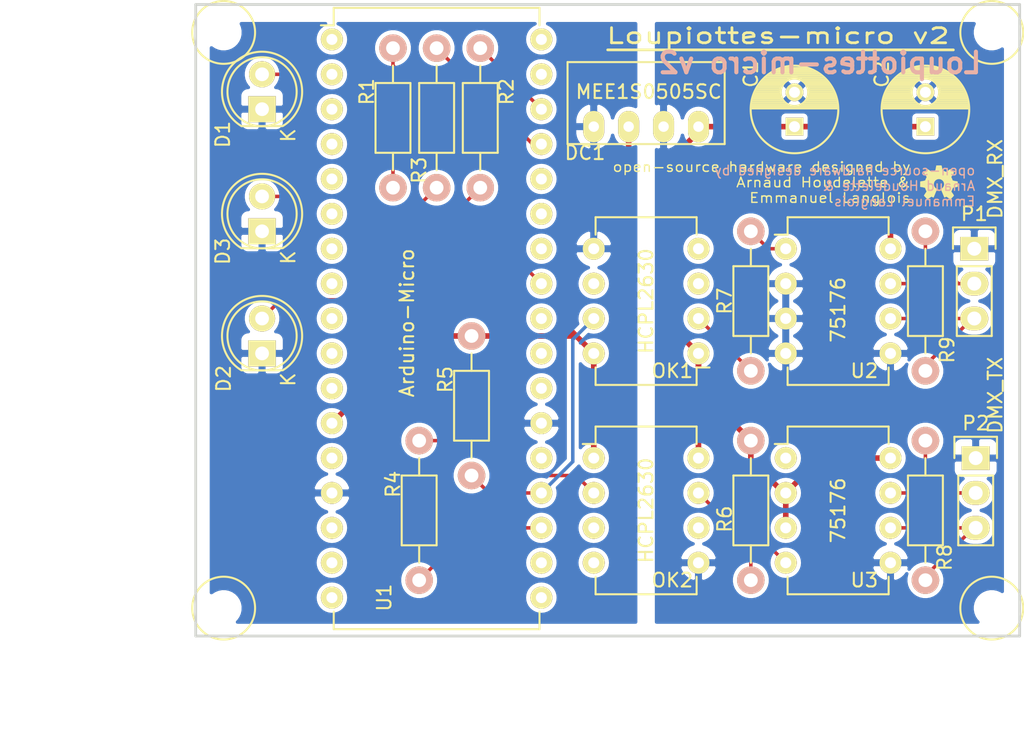
<source format=kicad_pcb>
(kicad_pcb (version 4) (host pcbnew "(2015-09-30 BZR 6231)-product")

  (general
    (links 51)
    (no_connects 16)
    (area 128.423999 67.209999 188.568001 113.384001)
    (thickness 1.6)
    (drawings 11)
    (tracks 80)
    (zones 0)
    (modules 27)
    (nets 21)
  )

  (page A4)
  (layers
    (0 F.Cu signal)
    (31 B.Cu signal)
    (32 B.Adhes user)
    (33 F.Adhes user)
    (34 B.Paste user)
    (35 F.Paste user)
    (36 B.SilkS user hide)
    (37 F.SilkS user)
    (38 B.Mask user hide)
    (39 F.Mask user hide)
    (40 Dwgs.User user)
    (41 Cmts.User user)
    (42 Eco1.User user)
    (43 Eco2.User user)
    (44 Edge.Cuts user)
    (45 Margin user)
    (46 B.CrtYd user)
    (47 F.CrtYd user)
    (48 B.Fab user)
    (49 F.Fab user)
  )

  (setup
    (last_trace_width 0.254)
    (trace_clearance 0.254)
    (zone_clearance 0.3048)
    (zone_45_only no)
    (trace_min 0.2)
    (segment_width 0.2)
    (edge_width 0.2)
    (via_size 0.6)
    (via_drill 0.4)
    (via_min_size 0.4)
    (via_min_drill 0.3)
    (uvia_size 0.3)
    (uvia_drill 0.1)
    (uvias_allowed no)
    (uvia_min_size 0)
    (uvia_min_drill 0)
    (pcb_text_width 0.3)
    (pcb_text_size 1.5 1.5)
    (mod_edge_width 0.15)
    (mod_text_size 1 1)
    (mod_text_width 0.15)
    (pad_size 2 2)
    (pad_drill 2)
    (pad_to_mask_clearance 0.2)
    (aux_axis_origin 0 0)
    (grid_origin 138.43 69.85)
    (visible_elements FFFFFF7F)
    (pcbplotparams
      (layerselection 0x010f0_80000001)
      (usegerberextensions false)
      (excludeedgelayer true)
      (linewidth 0.100000)
      (plotframeref false)
      (viasonmask false)
      (mode 1)
      (useauxorigin false)
      (hpglpennumber 1)
      (hpglpenspeed 20)
      (hpglpendiameter 15)
      (hpglpenoverlay 2)
      (psnegative false)
      (psa4output false)
      (plotreference true)
      (plotvalue true)
      (plotinvisibletext false)
      (padsonsilk false)
      (subtractmaskfromsilk false)
      (outputformat 1)
      (mirror false)
      (drillshape 0)
      (scaleselection 1)
      (outputdirectory ""))
  )

  (net 0 "")
  (net 1 GNDA)
  (net 2 VCC)
  (net 3 /LED1)
  (net 4 /LED2)
  (net 5 /LED3)
  (net 6 GND)
  (net 7 /ARD_TX)
  (net 8 +5V)
  (net 9 /ARD_RX)
  (net 10 "Net-(R7-Pad2)")
  (net 11 "Net-(D1-Pad2)")
  (net 12 "Net-(D2-Pad2)")
  (net 13 "Net-(D3-Pad2)")
  (net 14 "Net-(OK1-Pad2)")
  (net 15 "Net-(OK2-Pad2)")
  (net 16 "Net-(OK2-Pad7)")
  (net 17 /RX-)
  (net 18 /RX+)
  (net 19 /TX-)
  (net 20 /TX+)

  (net_class Default "This is the default net class."
    (clearance 0.254)
    (trace_width 0.254)
    (via_dia 0.6)
    (via_drill 0.4)
    (uvia_dia 0.3)
    (uvia_drill 0.1)
    (add_net /ARD_RX)
    (add_net /ARD_TX)
    (add_net /LED1)
    (add_net /LED2)
    (add_net /LED3)
    (add_net /RX+)
    (add_net /RX-)
    (add_net /TX+)
    (add_net /TX-)
    (add_net "Net-(D1-Pad2)")
    (add_net "Net-(D2-Pad2)")
    (add_net "Net-(D3-Pad2)")
    (add_net "Net-(OK1-Pad2)")
    (add_net "Net-(OK2-Pad2)")
    (add_net "Net-(OK2-Pad7)")
    (add_net "Net-(R7-Pad2)")
  )

  (net_class Power ""
    (clearance 0.254)
    (trace_width 0.4064)
    (via_dia 0.6)
    (via_drill 0.4)
    (uvia_dia 0.3)
    (uvia_drill 0.1)
    (add_net +5V)
    (add_net GND)
    (add_net GNDA)
    (add_net VCC)
  )

  (module LOGO (layer F.Cu) (tedit 0) (tstamp 5617BEC8)
    (at 182.626 80.264)
    (fp_text reference G*** (at 0 0) (layer F.SilkS) hide
      (effects (font (thickness 0.3)))
    )
    (fp_text value LOGO (at 0.75 0) (layer F.SilkS) hide
      (effects (font (thickness 0.3)))
    )
    (fp_poly (pts (xy 0.087871 -1.239146) (xy 0.138964 -1.238569) (xy 0.139821 -1.238555) (xy 0.14839 -1.236402)
      (xy 0.155898 -1.228523) (xy 0.163104 -1.212313) (xy 0.170763 -1.185169) (xy 0.179634 -1.144487)
      (xy 0.190473 -1.087664) (xy 0.201471 -1.026583) (xy 0.21281 -0.964468) (xy 0.222097 -0.920027)
      (xy 0.23061 -0.890031) (xy 0.239628 -0.871252) (xy 0.250431 -0.860461) (xy 0.264297 -0.854429)
      (xy 0.270307 -0.852796) (xy 0.291827 -0.845669) (xy 0.326837 -0.832254) (xy 0.369481 -0.814838)
      (xy 0.393285 -0.804721) (xy 0.488815 -0.763536) (xy 0.633345 -0.861408) (xy 0.682735 -0.894785)
      (xy 0.726599 -0.924299) (xy 0.761673 -0.947762) (xy 0.784689 -0.962987) (xy 0.791739 -0.967491)
      (xy 0.803704 -0.96332) (xy 0.826939 -0.946451) (xy 0.858441 -0.919814) (xy 0.895207 -0.886343)
      (xy 0.934234 -0.848969) (xy 0.97252 -0.810624) (xy 1.007062 -0.77424) (xy 1.034856 -0.74275)
      (xy 1.052901 -0.719084) (xy 1.058333 -0.707176) (xy 1.052557 -0.692309) (xy 1.036615 -0.663609)
      (xy 1.012584 -0.624513) (xy 0.982543 -0.578455) (xy 0.963083 -0.549756) (xy 0.930555 -0.501523)
      (xy 0.902804 -0.458595) (xy 0.881896 -0.424313) (xy 0.869897 -0.402013) (xy 0.867833 -0.39582)
      (xy 0.872342 -0.37873) (xy 0.884078 -0.349675) (xy 0.89811 -0.319844) (xy 0.918275 -0.276191)
      (xy 0.937358 -0.229495) (xy 0.946544 -0.203854) (xy 0.958794 -0.171549) (xy 0.970835 -0.147879)
      (xy 0.977091 -0.140354) (xy 0.99127 -0.135744) (xy 1.022474 -0.128199) (xy 1.066901 -0.118554)
      (xy 1.120747 -0.10765) (xy 1.158844 -0.100311) (xy 1.328208 -0.068331) (xy 1.3335 0.100772)
      (xy 1.335115 0.160098) (xy 1.336114 0.213316) (xy 1.336452 0.256218) (xy 1.336086 0.284597)
      (xy 1.335537 0.292709) (xy 1.332513 0.301894) (xy 1.324291 0.309495) (xy 1.307736 0.316535)
      (xy 1.279713 0.324038) (xy 1.237087 0.333026) (xy 1.176787 0.344511) (xy 1.120357 0.355278)
      (xy 1.070033 0.365352) (xy 1.030121 0.373837) (xy 1.004926 0.379836) (xy 0.999768 0.381398)
      (xy 0.981027 0.398984) (xy 0.963292 0.437427) (xy 0.959295 0.449436) (xy 0.944659 0.490428)
      (xy 0.924725 0.539431) (xy 0.904449 0.584455) (xy 0.888337 0.621241) (xy 0.877952 0.651299)
      (xy 0.875098 0.669202) (xy 0.875672 0.67099) (xy 0.884066 0.68346) (xy 0.902272 0.709784)
      (xy 0.927896 0.746523) (xy 0.958544 0.790238) (xy 0.970562 0.807326) (xy 1.002052 0.853463)
      (xy 1.028535 0.894928) (xy 1.047782 0.92802) (xy 1.05756 0.949041) (xy 1.058333 0.952905)
      (xy 1.051098 0.966399) (xy 1.031448 0.991113) (xy 1.002469 1.023905) (xy 0.967243 1.061635)
      (xy 0.928857 1.101161) (xy 0.890393 1.13934) (xy 0.854936 1.173032) (xy 0.825571 1.199094)
      (xy 0.805381 1.214385) (xy 0.798978 1.217083) (xy 0.78654 1.211365) (xy 0.760115 1.195617)
      (xy 0.723054 1.17195) (xy 0.678708 1.142477) (xy 0.656166 1.127125) (xy 0.609316 1.095597)
      (xy 0.567904 1.068896) (xy 0.535356 1.049141) (xy 0.515098 1.038454) (xy 0.510817 1.037167)
      (xy 0.494636 1.041806) (xy 0.466172 1.053945) (xy 0.433028 1.070226) (xy 0.400638 1.086269)
      (xy 0.376445 1.096724) (xy 0.365618 1.099361) (xy 0.365584 1.09933) (xy 0.360413 1.088703)
      (xy 0.348635 1.061863) (xy 0.331691 1.022171) (xy 0.311021 0.972992) (xy 0.295894 0.936625)
      (xy 0.267496 0.868184) (xy 0.236116 0.79273) (xy 0.205198 0.718535) (xy 0.178187 0.653871)
      (xy 0.173272 0.642131) (xy 0.152608 0.591938) (xy 0.135302 0.548268) (xy 0.12286 0.515048)
      (xy 0.116789 0.496204) (xy 0.116435 0.493964) (xy 0.124722 0.481702) (xy 0.145926 0.463808)
      (xy 0.163235 0.451988) (xy 0.230823 0.397505) (xy 0.286963 0.328272) (xy 0.315808 0.276437)
      (xy 0.336829 0.209354) (xy 0.343884 0.133164) (xy 0.336923 0.054713) (xy 0.318036 -0.013725)
      (xy 0.280359 -0.083817) (xy 0.226903 -0.144284) (xy 0.161422 -0.193) (xy 0.08767 -0.227839)
      (xy 0.009402 -0.246675) (xy -0.069627 -0.247383) (xy -0.089396 -0.244417) (xy -0.176562 -0.218371)
      (xy -0.251875 -0.175732) (xy -0.313756 -0.118415) (xy -0.360626 -0.048332) (xy -0.390905 0.032603)
      (xy -0.403015 0.122475) (xy -0.403171 0.135817) (xy -0.392661 0.221532) (xy -0.362836 0.301542)
      (xy -0.315379 0.37279) (xy -0.251976 0.432221) (xy -0.232238 0.445912) (xy -0.204076 0.466485)
      (xy -0.185082 0.484813) (xy -0.179917 0.494506) (xy -0.183792 0.51027) (xy -0.19418 0.540296)
      (xy -0.209228 0.579407) (xy -0.218108 0.601203) (xy -0.235599 0.643562) (xy -0.258615 0.699623)
      (xy -0.284733 0.763468) (xy -0.311532 0.829181) (xy -0.325101 0.862542) (xy -0.360568 0.948932)
      (xy -0.388788 1.015674) (xy -0.40985 1.062974) (xy -0.423846 1.091037) (xy -0.428724 1.098537)
      (xy -0.438763 1.095761) (xy -0.462773 1.085517) (xy -0.495854 1.069915) (xy -0.500858 1.067459)
      (xy -0.528403 1.053825) (xy -0.549964 1.04489) (xy -0.569032 1.041708) (xy -0.589095 1.045333)
      (xy -0.613644 1.056817) (xy -0.64617 1.077216) (xy -0.690162 1.107582) (xy -0.732644 1.137435)
      (xy -0.776066 1.167204) (xy -0.814002 1.191913) (xy -0.842762 1.209251) (xy -0.858661 1.21691)
      (xy -0.859809 1.217083) (xy -0.871511 1.209916) (xy -0.895199 1.190085) (xy -0.928099 1.160096)
      (xy -0.967436 1.122457) (xy -0.997645 1.09257) (xy -1.039064 1.050298) (xy -1.074625 1.012583)
      (xy -1.10183 0.98219) (xy -1.118182 0.961883) (xy -1.121834 0.955109) (xy -1.116126 0.942356)
      (xy -1.100356 0.915477) (xy -1.076551 0.877719) (xy -1.04674 0.83233) (xy -1.025544 0.800922)
      (xy -0.929254 0.659682) (xy -0.96114 0.596517) (xy -0.981544 0.551956) (xy -1.000439 0.503852)
      (xy -1.010075 0.474704) (xy -1.021726 0.439178) (xy -1.033556 0.410195) (xy -1.040083 0.39839)
      (xy -1.050028 0.390986) (xy -1.070523 0.382889) (xy -1.103407 0.373663) (xy -1.15052 0.362877)
      (xy -1.213699 0.350097) (xy -1.294784 0.334889) (xy -1.35755 0.32357) (xy -1.397474 0.316452)
      (xy -1.394591 0.124138) (xy -1.391709 -0.068176) (xy -1.222375 -0.098684) (xy -1.163949 -0.109919)
      (xy -1.112088 -0.121221) (xy -1.07074 -0.131625) (xy -1.043857 -0.140168) (xy -1.036145 -0.144141)
      (xy -1.022625 -0.163381) (xy -1.009336 -0.193328) (xy -1.005849 -0.2039) (xy -0.994255 -0.236216)
      (xy -0.976601 -0.278305) (xy -0.956655 -0.321194) (xy -0.956152 -0.322214) (xy -0.919854 -0.395719)
      (xy -1.02094 -0.544464) (xy -1.054324 -0.594337) (xy -1.083048 -0.638677) (xy -1.105142 -0.674329)
      (xy -1.118637 -0.698135) (xy -1.12193 -0.706352) (xy -1.114856 -0.716863) (xy -1.095665 -0.739119)
      (xy -1.067325 -0.770067) (xy -1.032801 -0.806654) (xy -0.99506 -0.845827) (xy -0.95707 -0.884533)
      (xy -0.921797 -0.919719) (xy -0.892208 -0.948333) (xy -0.87127 -0.967322) (xy -0.862151 -0.973667)
      (xy -0.852216 -0.968) (xy -0.82772 -0.952273) (xy -0.791557 -0.928394) (xy -0.746623 -0.898274)
      (xy -0.70235 -0.868275) (xy -0.54754 -0.762883) (xy -0.50925 -0.77983) (xy -0.480904 -0.792033)
      (xy -0.440774 -0.80889) (xy -0.396696 -0.827115) (xy -0.388764 -0.830362) (xy -0.349789 -0.84697)
      (xy -0.318275 -0.861661) (xy -0.299518 -0.871925) (xy -0.297109 -0.873828) (xy -0.292094 -0.887098)
      (xy -0.284236 -0.917526) (xy -0.274378 -0.961427) (xy -0.26336 -1.015115) (xy -0.255305 -1.057097)
      (xy -0.244306 -1.114959) (xy -0.234372 -1.165167) (xy -0.226234 -1.204188) (xy -0.220623 -1.228489)
      (xy -0.218545 -1.2349) (xy -0.207332 -1.236119) (xy -0.17882 -1.237199) (xy -0.136876 -1.238101)
      (xy -0.085368 -1.238787) (xy -0.028162 -1.239216) (xy 0.030873 -1.239349) (xy 0.087871 -1.239146)) (layer F.SilkS) (width 0.01))
  )

  (module Connect:1pin (layer F.Cu) (tedit 5617860E) (tstamp 561786AA)
    (at 130.556 69.342)
    (descr "module 1 pin (ou trou mecanique de percage)")
    (tags DEV)
    (fp_text reference REF** (at 0 -3.048) (layer F.SilkS) hide
      (effects (font (size 1 1) (thickness 0.15)))
    )
    (fp_text value 1pin (at 0 2.794) (layer F.Fab) hide
      (effects (font (size 1 1) (thickness 0.15)))
    )
    (fp_circle (center 0 0) (end 0 -2.286) (layer F.SilkS) (width 0.15))
    (pad "" np_thru_hole circle (at 0 0) (size 2 2) (drill 2) (layers *.Cu *.Mask))
  )

  (module Connect:1pin (layer F.Cu) (tedit 5617860E) (tstamp 56178684)
    (at 130.556 111.252)
    (descr "module 1 pin (ou trou mecanique de percage)")
    (tags DEV)
    (fp_text reference REF** (at 0 -3.048) (layer F.SilkS) hide
      (effects (font (size 1 1) (thickness 0.15)))
    )
    (fp_text value 1pin (at 0 2.794) (layer F.Fab) hide
      (effects (font (size 1 1) (thickness 0.15)))
    )
    (fp_circle (center 0 0) (end 0 -2.286) (layer F.SilkS) (width 0.15))
    (pad "" np_thru_hole circle (at 0 0) (size 2 2) (drill 2) (layers *.Cu *.Mask))
  )

  (module Connect:1pin (layer F.Cu) (tedit 5617860E) (tstamp 5617864C)
    (at 186.436 111.252)
    (descr "module 1 pin (ou trou mecanique de percage)")
    (tags DEV)
    (fp_text reference REF** (at 0 -3.048) (layer F.SilkS) hide
      (effects (font (size 1 1) (thickness 0.15)))
    )
    (fp_text value 1pin (at 0 2.794) (layer F.Fab) hide
      (effects (font (size 1 1) (thickness 0.15)))
    )
    (fp_circle (center 0 0) (end 0 -2.286) (layer F.SilkS) (width 0.15))
    (pad "" np_thru_hole circle (at 0 0) (size 2 2) (drill 2) (layers *.Cu *.Mask))
  )

  (module Connect:1pin (layer F.Cu) (tedit 5617860E) (tstamp 56178414)
    (at 186.436 69.342)
    (descr "module 1 pin (ou trou mecanique de percage)")
    (tags DEV)
    (fp_text reference REF** (at 0 -3.048) (layer F.SilkS) hide
      (effects (font (size 1 1) (thickness 0.15)))
    )
    (fp_text value 1pin (at 0 2.794) (layer F.Fab) hide
      (effects (font (size 1 1) (thickness 0.15)))
    )
    (fp_circle (center 0 0) (end 0 -2.286) (layer F.SilkS) (width 0.15))
    (pad "" np_thru_hole circle (at 0 0) (size 2 2) (drill 2) (layers *.Cu *.Mask))
  )

  (module Resistors_ThroughHole:Resistor_Horizontal_RM10mm (layer F.Cu) (tedit 53F56209) (tstamp 561642EB)
    (at 181.61 104.14 90)
    (descr "Resistor, Axial,  RM 10mm, 1/3W,")
    (tags "Resistor, Axial, RM 10mm, 1/3W,")
    (path /56168A3F)
    (fp_text reference R8 (at -3.429 1.397 90) (layer F.SilkS)
      (effects (font (size 1 1) (thickness 0.15)))
    )
    (fp_text value 120 (at 0 0 90) (layer F.Fab)
      (effects (font (size 1 1) (thickness 0.15)))
    )
    (fp_line (start -2.54 -1.27) (end 2.54 -1.27) (layer F.SilkS) (width 0.15))
    (fp_line (start 2.54 -1.27) (end 2.54 1.27) (layer F.SilkS) (width 0.15))
    (fp_line (start 2.54 1.27) (end -2.54 1.27) (layer F.SilkS) (width 0.15))
    (fp_line (start -2.54 1.27) (end -2.54 -1.27) (layer F.SilkS) (width 0.15))
    (fp_line (start -2.54 0) (end -3.81 0) (layer F.SilkS) (width 0.15))
    (fp_line (start 2.54 0) (end 3.81 0) (layer F.SilkS) (width 0.15))
    (pad 1 thru_hole circle (at -5.08 0 90) (size 1.99898 1.99898) (drill 1.00076) (layers *.Cu *.SilkS *.Mask)
      (net 20 /TX+))
    (pad 2 thru_hole circle (at 5.08 0 90) (size 1.99898 1.99898) (drill 1.00076) (layers *.Cu *.SilkS *.Mask)
      (net 19 /TX-))
    (model Resistors_ThroughHole.3dshapes/Resistor_Horizontal_RM10mm.wrl
      (at (xyz 0 0 0))
      (scale (xyz 0.4 0.4 0.4))
      (rotate (xyz 0 0 0))
    )
  )

  (module Resistors_ThroughHole:Resistor_Horizontal_RM10mm (layer F.Cu) (tedit 56178745) (tstamp 561642F1)
    (at 181.61 88.9 90)
    (descr "Resistor, Axial,  RM 10mm, 1/3W,")
    (tags "Resistor, Axial, RM 10mm, 1/3W,")
    (path /5616A360)
    (fp_text reference R9 (at -3.556 1.5875 90) (layer F.SilkS)
      (effects (font (size 1 1) (thickness 0.15)))
    )
    (fp_text value 120 (at 0 0 90) (layer F.Fab)
      (effects (font (size 1 1) (thickness 0.15)))
    )
    (fp_line (start -2.54 -1.27) (end 2.54 -1.27) (layer F.SilkS) (width 0.15))
    (fp_line (start 2.54 -1.27) (end 2.54 1.27) (layer F.SilkS) (width 0.15))
    (fp_line (start 2.54 1.27) (end -2.54 1.27) (layer F.SilkS) (width 0.15))
    (fp_line (start -2.54 1.27) (end -2.54 -1.27) (layer F.SilkS) (width 0.15))
    (fp_line (start -2.54 0) (end -3.81 0) (layer F.SilkS) (width 0.15))
    (fp_line (start 2.54 0) (end 3.81 0) (layer F.SilkS) (width 0.15))
    (pad 1 thru_hole circle (at -5.08 0 90) (size 1.99898 1.99898) (drill 1.00076) (layers *.Cu *.SilkS *.Mask)
      (net 18 /RX+))
    (pad 2 thru_hole circle (at 5.08 0 90) (size 1.99898 1.99898) (drill 1.00076) (layers *.Cu *.SilkS *.Mask)
      (net 17 /RX-))
    (model Resistors_ThroughHole.3dshapes/Resistor_Horizontal_RM10mm.wrl
      (at (xyz 0 0 0))
      (scale (xyz 0.4 0.4 0.4))
      (rotate (xyz 0 0 0))
    )
  )

  (module Arduino-Micro:DIP-34_W15.24mm (layer F.Cu) (tedit 5617874D) (tstamp 56163733)
    (at 138.43 69.85)
    (descr "Arduino Micro")
    (tags "dil dip 2.54 600")
    (path /560D3EC6)
    (fp_text reference U1 (at 3.81 40.64 90) (layer F.SilkS)
      (effects (font (size 1 1) (thickness 0.15)))
    )
    (fp_text value Arduino-Micro (at 5.461 20.6375 90) (layer F.SilkS)
      (effects (font (size 1 1) (thickness 0.15)))
    )
    (fp_line (start -1.05 -2.45) (end -1.05 43.053095) (layer F.CrtYd) (width 0.05))
    (fp_line (start 16.3 -2.45) (end 16.3 43.053021) (layer F.CrtYd) (width 0.05))
    (fp_line (start -1.05 -2.45) (end 16.3 -2.45) (layer F.CrtYd) (width 0.05))
    (fp_line (start -1.05 43.09) (end 16.3 43.09) (layer F.CrtYd) (width 0.05))
    (fp_line (start 0.135 -2.295) (end 0.135 -1.025) (layer F.SilkS) (width 0.15))
    (fp_line (start 15.105 -2.295) (end 15.105 -1.025) (layer F.SilkS) (width 0.15))
    (fp_line (start 15.105 42.935) (end 15.105 41.665) (layer F.SilkS) (width 0.15))
    (fp_line (start 0.135 42.935) (end 0.135 41.665) (layer F.SilkS) (width 0.15))
    (fp_line (start 0.135 -2.295) (end 15.105 -2.295) (layer F.SilkS) (width 0.15))
    (fp_line (start 0.135 42.935) (end 15.105 42.935) (layer F.SilkS) (width 0.15))
    (fp_line (start 0.135 -1.025) (end -0.8 -1.025) (layer F.SilkS) (width 0.15))
    (pad 18 thru_hole oval (at 15.24 40.64) (size 1.6 1.6) (drill 0.8) (layers *.Cu *.Mask F.SilkS))
    (pad 17 thru_hole oval (at 0 40.64) (size 1.6 1.6) (drill 0.8) (layers *.Cu *.Mask F.SilkS))
    (pad 1 thru_hole oval (at 0 0) (size 1.6 1.6) (drill 0.8) (layers *.Cu *.Mask F.SilkS))
    (pad 2 thru_hole oval (at 0 2.54) (size 1.6 1.6) (drill 0.8) (layers *.Cu *.Mask F.SilkS))
    (pad 3 thru_hole oval (at 0 5.08) (size 1.6 1.6) (drill 0.8) (layers *.Cu *.Mask F.SilkS))
    (pad 4 thru_hole oval (at 0 7.62) (size 1.6 1.6) (drill 0.8) (layers *.Cu *.Mask F.SilkS))
    (pad 5 thru_hole oval (at 0 10.16) (size 1.6 1.6) (drill 0.8) (layers *.Cu *.Mask F.SilkS))
    (pad 6 thru_hole oval (at 0 12.7) (size 1.6 1.6) (drill 0.8) (layers *.Cu *.Mask F.SilkS))
    (pad 7 thru_hole oval (at 0 15.24) (size 1.6 1.6) (drill 0.8) (layers *.Cu *.Mask F.SilkS))
    (pad 8 thru_hole oval (at 0 17.78) (size 1.6 1.6) (drill 0.8) (layers *.Cu *.Mask F.SilkS))
    (pad 9 thru_hole oval (at 0 20.32) (size 1.6 1.6) (drill 0.8) (layers *.Cu *.Mask F.SilkS))
    (pad 10 thru_hole oval (at 0 22.86) (size 1.6 1.6) (drill 0.8) (layers *.Cu *.Mask F.SilkS))
    (pad 11 thru_hole oval (at 0 25.4) (size 1.6 1.6) (drill 0.8) (layers *.Cu *.Mask F.SilkS))
    (pad 12 thru_hole oval (at 0 27.94) (size 1.6 1.6) (drill 0.8) (layers *.Cu *.Mask F.SilkS)
      (net 8 +5V))
    (pad 13 thru_hole oval (at 0 30.48) (size 1.6 1.6) (drill 0.8) (layers *.Cu *.Mask F.SilkS))
    (pad 14 thru_hole oval (at 0 33.02) (size 1.6 1.6) (drill 0.8) (layers *.Cu *.Mask F.SilkS)
      (net 6 GND))
    (pad 15 thru_hole oval (at 0 35.56) (size 1.6 1.6) (drill 0.8) (layers *.Cu *.Mask F.SilkS))
    (pad 16 thru_hole oval (at 0 38.1) (size 1.6 1.6) (drill 0.8) (layers *.Cu *.Mask F.SilkS))
    (pad 19 thru_hole oval (at 15.24 38.1) (size 1.6 1.6) (drill 0.8) (layers *.Cu *.Mask F.SilkS))
    (pad 20 thru_hole oval (at 15.24 35.56) (size 1.6 1.6) (drill 0.8) (layers *.Cu *.Mask F.SilkS)
      (net 7 /ARD_TX))
    (pad 21 thru_hole oval (at 15.24 33.02) (size 1.6 1.6) (drill 0.8) (layers *.Cu *.Mask F.SilkS)
      (net 9 /ARD_RX))
    (pad 22 thru_hole oval (at 15.24 30.48) (size 1.6 1.6) (drill 0.8) (layers *.Cu *.Mask F.SilkS))
    (pad 23 thru_hole oval (at 15.24 27.94) (size 1.6 1.6) (drill 0.8) (layers *.Cu *.Mask F.SilkS)
      (net 6 GND))
    (pad 24 thru_hole oval (at 15.24 25.4) (size 1.6 1.6) (drill 0.8) (layers *.Cu *.Mask F.SilkS))
    (pad 25 thru_hole oval (at 15.24 22.86) (size 1.6 1.6) (drill 0.8) (layers *.Cu *.Mask F.SilkS))
    (pad 26 thru_hole oval (at 15.24 20.32) (size 1.6 1.6) (drill 0.8) (layers *.Cu *.Mask F.SilkS))
    (pad 27 thru_hole oval (at 15.24 17.78) (size 1.6 1.6) (drill 0.8) (layers *.Cu *.Mask F.SilkS)
      (net 3 /LED1))
    (pad 28 thru_hole oval (at 15.24 15.24) (size 1.6 1.6) (drill 0.8) (layers *.Cu *.Mask F.SilkS))
    (pad 29 thru_hole oval (at 15.24 12.7) (size 1.6 1.6) (drill 0.8) (layers *.Cu *.Mask F.SilkS))
    (pad 30 thru_hole oval (at 15.24 10.16) (size 1.6 1.6) (drill 0.8) (layers *.Cu *.Mask F.SilkS))
    (pad 31 thru_hole oval (at 15.24 7.62) (size 1.6 1.6) (drill 0.8) (layers *.Cu *.Mask F.SilkS)
      (net 5 /LED3))
    (pad 32 thru_hole oval (at 15.24 5.08) (size 1.6 1.6) (drill 0.8) (layers *.Cu *.Mask F.SilkS)
      (net 4 /LED2))
    (pad 33 thru_hole oval (at 15.24 2.54) (size 1.6 1.6) (drill 0.8) (layers *.Cu *.Mask F.SilkS))
    (pad 34 thru_hole oval (at 15.24 0) (size 1.6 1.6) (drill 0.8) (layers *.Cu *.Mask F.SilkS))
    (model Housings_DIP.3dshapes/DIP-32_W15.24mm.wrl
      (at (xyz 0 0 0))
      (scale (xyz 1 1 1))
      (rotate (xyz 0 0 0))
    )
  )

  (module SIP-4:SIP-4_W6.00mm (layer F.Cu) (tedit 56178719) (tstamp 5616373F)
    (at 157.48 76.2)
    (path /56163626)
    (fp_text reference DC1 (at -0.635 1.905) (layer F.SilkS)
      (effects (font (size 1 1) (thickness 0.15)))
    )
    (fp_text value MEE1S0505SC (at 4 -2.54) (layer F.SilkS)
      (effects (font (size 1 1) (thickness 0.15)))
    )
    (fp_line (start -1.905 1.27) (end 9.525 1.27) (layer F.SilkS) (width 0.15))
    (fp_line (start 9.525 1.27) (end 9.525 -4.699) (layer F.SilkS) (width 0.15))
    (fp_line (start 9.525 -4.699) (end -1.905 -4.699) (layer F.SilkS) (width 0.15))
    (fp_line (start -1.905 -4.699) (end -1.905 1.27) (layer F.SilkS) (width 0.15))
    (pad 4 thru_hole oval (at 7.62 0) (size 1.524 2.286) (drill 0.762) (layers *.Cu *.Mask F.SilkS)
      (net 2 VCC))
    (pad 3 thru_hole oval (at 5.08 0) (size 1.524 2.286) (drill 0.762) (layers *.Cu *.Mask F.SilkS)
      (net 1 GNDA))
    (pad 2 thru_hole oval (at 2.54 0) (size 1.524 2.286) (drill 0.762) (layers *.Cu *.Mask F.SilkS)
      (net 8 +5V))
    (pad 1 thru_hole oval (at 0 0) (size 1.524 2.286) (drill 0.762) (layers *.Cu *.Mask F.SilkS)
      (net 6 GND))
  )

  (module Pin_Headers:Pin_Header_Straight_1x03 (layer F.Cu) (tedit 5617872E) (tstamp 56163783)
    (at 185.166 85.09)
    (descr "Through hole pin header")
    (tags "pin header")
    (path /561637E3)
    (fp_text reference P1 (at 0 -2.54) (layer F.SilkS)
      (effects (font (size 1 1) (thickness 0.15)))
    )
    (fp_text value DMX_RX (at 1.524 -5.08 90) (layer F.SilkS)
      (effects (font (size 1 1) (thickness 0.15)))
    )
    (fp_line (start -1.75 -1.75) (end -1.75 6.85) (layer F.CrtYd) (width 0.05))
    (fp_line (start 1.75 -1.75) (end 1.75 6.85) (layer F.CrtYd) (width 0.05))
    (fp_line (start -1.75 -1.75) (end 1.75 -1.75) (layer F.CrtYd) (width 0.05))
    (fp_line (start -1.75 6.85) (end 1.75 6.85) (layer F.CrtYd) (width 0.05))
    (fp_line (start -1.27 1.27) (end -1.27 6.35) (layer F.SilkS) (width 0.15))
    (fp_line (start -1.27 6.35) (end 1.27 6.35) (layer F.SilkS) (width 0.15))
    (fp_line (start 1.27 6.35) (end 1.27 1.27) (layer F.SilkS) (width 0.15))
    (fp_line (start 1.55 -1.55) (end 1.55 0) (layer F.SilkS) (width 0.15))
    (fp_line (start 1.27 1.27) (end -1.27 1.27) (layer F.SilkS) (width 0.15))
    (fp_line (start -1.55 0) (end -1.55 -1.55) (layer F.SilkS) (width 0.15))
    (fp_line (start -1.55 -1.55) (end 1.55 -1.55) (layer F.SilkS) (width 0.15))
    (pad 1 thru_hole rect (at 0 0) (size 2.032 1.7272) (drill 1.016) (layers *.Cu *.Mask F.SilkS)
      (net 1 GNDA))
    (pad 2 thru_hole oval (at 0 2.54) (size 2.032 1.7272) (drill 1.016) (layers *.Cu *.Mask F.SilkS)
      (net 17 /RX-))
    (pad 3 thru_hole oval (at 0 5.08) (size 2.032 1.7272) (drill 1.016) (layers *.Cu *.Mask F.SilkS)
      (net 18 /RX+))
    (model Pin_Headers.3dshapes/Pin_Header_Straight_1x03.wrl
      (at (xyz 0 -0.1 0))
      (scale (xyz 1 1 1))
      (rotate (xyz 0 0 90))
    )
  )

  (module Pin_Headers:Pin_Header_Straight_1x03 (layer F.Cu) (tedit 56178727) (tstamp 5616378A)
    (at 185.2676 100.33)
    (descr "Through hole pin header")
    (tags "pin header")
    (path /56163851)
    (fp_text reference P2 (at 0 -2.54) (layer F.SilkS)
      (effects (font (size 1 1) (thickness 0.15)))
    )
    (fp_text value DMX_TX (at 1.4224 -4.572 90) (layer F.SilkS)
      (effects (font (size 1 1) (thickness 0.15)))
    )
    (fp_line (start -1.75 -1.75) (end -1.75 6.85) (layer F.CrtYd) (width 0.05))
    (fp_line (start 1.75 -1.75) (end 1.75 6.85) (layer F.CrtYd) (width 0.05))
    (fp_line (start -1.75 -1.75) (end 1.75 -1.75) (layer F.CrtYd) (width 0.05))
    (fp_line (start -1.75 6.85) (end 1.75 6.85) (layer F.CrtYd) (width 0.05))
    (fp_line (start -1.27 1.27) (end -1.27 6.35) (layer F.SilkS) (width 0.15))
    (fp_line (start -1.27 6.35) (end 1.27 6.35) (layer F.SilkS) (width 0.15))
    (fp_line (start 1.27 6.35) (end 1.27 1.27) (layer F.SilkS) (width 0.15))
    (fp_line (start 1.55 -1.55) (end 1.55 0) (layer F.SilkS) (width 0.15))
    (fp_line (start 1.27 1.27) (end -1.27 1.27) (layer F.SilkS) (width 0.15))
    (fp_line (start -1.55 0) (end -1.55 -1.55) (layer F.SilkS) (width 0.15))
    (fp_line (start -1.55 -1.55) (end 1.55 -1.55) (layer F.SilkS) (width 0.15))
    (pad 1 thru_hole rect (at 0 0) (size 2.032 1.7272) (drill 1.016) (layers *.Cu *.Mask F.SilkS)
      (net 1 GNDA))
    (pad 2 thru_hole oval (at 0 2.54) (size 2.032 1.7272) (drill 1.016) (layers *.Cu *.Mask F.SilkS)
      (net 19 /TX-))
    (pad 3 thru_hole oval (at 0 5.08) (size 2.032 1.7272) (drill 1.016) (layers *.Cu *.Mask F.SilkS)
      (net 20 /TX+))
    (model Pin_Headers.3dshapes/Pin_Header_Straight_1x03.wrl
      (at (xyz 0 -0.1 0))
      (scale (xyz 1 1 1))
      (rotate (xyz 0 0 90))
    )
  )

  (module Housings_DIP:DIP-8_W7.62mm (layer F.Cu) (tedit 56178703) (tstamp 56163796)
    (at 157.48 100.33)
    (descr "8-lead dip package, row spacing 7.62 mm (300 mils)")
    (tags "dil dip 2.54 300")
    (path /561638D9)
    (fp_text reference OK2 (at 5.715 8.89) (layer F.SilkS)
      (effects (font (size 1 1) (thickness 0.15)))
    )
    (fp_text value HCPL2630 (at 3.81 3.81 90) (layer F.SilkS)
      (effects (font (size 1 1) (thickness 0.15)))
    )
    (fp_line (start -1.05 -2.45) (end -1.05 10.1) (layer F.CrtYd) (width 0.05))
    (fp_line (start 8.65 -2.45) (end 8.65 10.1) (layer F.CrtYd) (width 0.05))
    (fp_line (start -1.05 -2.45) (end 8.65 -2.45) (layer F.CrtYd) (width 0.05))
    (fp_line (start -1.05 10.1) (end 8.65 10.1) (layer F.CrtYd) (width 0.05))
    (fp_line (start 0.135 -2.295) (end 0.135 -1.025) (layer F.SilkS) (width 0.15))
    (fp_line (start 7.485 -2.295) (end 7.485 -1.025) (layer F.SilkS) (width 0.15))
    (fp_line (start 7.485 9.915) (end 7.485 8.645) (layer F.SilkS) (width 0.15))
    (fp_line (start 0.135 9.915) (end 0.135 8.645) (layer F.SilkS) (width 0.15))
    (fp_line (start 0.135 -2.295) (end 7.485 -2.295) (layer F.SilkS) (width 0.15))
    (fp_line (start 0.135 9.915) (end 7.485 9.915) (layer F.SilkS) (width 0.15))
    (fp_line (start 0.135 -1.025) (end -0.8 -1.025) (layer F.SilkS) (width 0.15))
    (pad 1 thru_hole oval (at 0 0) (size 1.6 1.6) (drill 0.8) (layers *.Cu *.Mask F.SilkS)
      (net 8 +5V))
    (pad 2 thru_hole oval (at 0 2.54) (size 1.6 1.6) (drill 0.8) (layers *.Cu *.Mask F.SilkS)
      (net 15 "Net-(OK2-Pad2)"))
    (pad 3 thru_hole oval (at 0 5.08) (size 1.6 1.6) (drill 0.8) (layers *.Cu *.Mask F.SilkS))
    (pad 4 thru_hole oval (at 0 7.62) (size 1.6 1.6) (drill 0.8) (layers *.Cu *.Mask F.SilkS))
    (pad 5 thru_hole oval (at 7.62 7.62) (size 1.6 1.6) (drill 0.8) (layers *.Cu *.Mask F.SilkS)
      (net 1 GNDA))
    (pad 6 thru_hole oval (at 7.62 5.08) (size 1.6 1.6) (drill 0.8) (layers *.Cu *.Mask F.SilkS))
    (pad 7 thru_hole oval (at 7.62 2.54) (size 1.6 1.6) (drill 0.8) (layers *.Cu *.Mask F.SilkS)
      (net 16 "Net-(OK2-Pad7)"))
    (pad 8 thru_hole oval (at 7.62 0) (size 1.6 1.6) (drill 0.8) (layers *.Cu *.Mask F.SilkS)
      (net 2 VCC))
    (model Housings_DIP.3dshapes/DIP-8_W7.62mm.wrl
      (at (xyz 0 0 0))
      (scale (xyz 1 1 1))
      (rotate (xyz 0 0 0))
    )
  )

  (module Housings_DIP:DIP-8_W7.62mm (layer F.Cu) (tedit 56178709) (tstamp 561637A2)
    (at 171.45 85.09)
    (descr "8-lead dip package, row spacing 7.62 mm (300 mils)")
    (tags "dil dip 2.54 300")
    (path /561636DF)
    (fp_text reference U2 (at 5.715 8.89) (layer F.SilkS)
      (effects (font (size 1 1) (thickness 0.15)))
    )
    (fp_text value 75176 (at 3.81 4.445 90) (layer F.SilkS)
      (effects (font (size 1 1) (thickness 0.15)))
    )
    (fp_line (start -1.05 -2.45) (end -1.05 10.1) (layer F.CrtYd) (width 0.05))
    (fp_line (start 8.65 -2.45) (end 8.65 10.1) (layer F.CrtYd) (width 0.05))
    (fp_line (start -1.05 -2.45) (end 8.65 -2.45) (layer F.CrtYd) (width 0.05))
    (fp_line (start -1.05 10.1) (end 8.65 10.1) (layer F.CrtYd) (width 0.05))
    (fp_line (start 0.135 -2.295) (end 0.135 -1.025) (layer F.SilkS) (width 0.15))
    (fp_line (start 7.485 -2.295) (end 7.485 -1.025) (layer F.SilkS) (width 0.15))
    (fp_line (start 7.485 9.915) (end 7.485 8.645) (layer F.SilkS) (width 0.15))
    (fp_line (start 0.135 9.915) (end 0.135 8.645) (layer F.SilkS) (width 0.15))
    (fp_line (start 0.135 -2.295) (end 7.485 -2.295) (layer F.SilkS) (width 0.15))
    (fp_line (start 0.135 9.915) (end 7.485 9.915) (layer F.SilkS) (width 0.15))
    (fp_line (start 0.135 -1.025) (end -0.8 -1.025) (layer F.SilkS) (width 0.15))
    (pad 1 thru_hole oval (at 0 0) (size 1.6 1.6) (drill 0.8) (layers *.Cu *.Mask F.SilkS)
      (net 10 "Net-(R7-Pad2)"))
    (pad 2 thru_hole oval (at 0 2.54) (size 1.6 1.6) (drill 0.8) (layers *.Cu *.Mask F.SilkS)
      (net 1 GNDA))
    (pad 3 thru_hole oval (at 0 5.08) (size 1.6 1.6) (drill 0.8) (layers *.Cu *.Mask F.SilkS)
      (net 1 GNDA))
    (pad 4 thru_hole oval (at 0 7.62) (size 1.6 1.6) (drill 0.8) (layers *.Cu *.Mask F.SilkS)
      (net 1 GNDA))
    (pad 5 thru_hole oval (at 7.62 7.62) (size 1.6 1.6) (drill 0.8) (layers *.Cu *.Mask F.SilkS)
      (net 1 GNDA))
    (pad 6 thru_hole oval (at 7.62 5.08) (size 1.6 1.6) (drill 0.8) (layers *.Cu *.Mask F.SilkS)
      (net 18 /RX+))
    (pad 7 thru_hole oval (at 7.62 2.54) (size 1.6 1.6) (drill 0.8) (layers *.Cu *.Mask F.SilkS)
      (net 17 /RX-))
    (pad 8 thru_hole oval (at 7.62 0) (size 1.6 1.6) (drill 0.8) (layers *.Cu *.Mask F.SilkS)
      (net 2 VCC))
    (model Housings_DIP.3dshapes/DIP-8_W7.62mm.wrl
      (at (xyz 0 0 0))
      (scale (xyz 1 1 1))
      (rotate (xyz 0 0 0))
    )
  )

  (module Housings_DIP:DIP-8_W7.62mm (layer F.Cu) (tedit 5617870E) (tstamp 561637AE)
    (at 171.45 100.33)
    (descr "8-lead dip package, row spacing 7.62 mm (300 mils)")
    (tags "dil dip 2.54 300")
    (path /56163761)
    (fp_text reference U3 (at 5.715 8.89) (layer F.SilkS)
      (effects (font (size 1 1) (thickness 0.15)))
    )
    (fp_text value 75176 (at 3.81 3.81 90) (layer F.SilkS)
      (effects (font (size 1 1) (thickness 0.15)))
    )
    (fp_line (start -1.05 -2.45) (end -1.05 10.1) (layer F.CrtYd) (width 0.05))
    (fp_line (start 8.65 -2.45) (end 8.65 10.1) (layer F.CrtYd) (width 0.05))
    (fp_line (start -1.05 -2.45) (end 8.65 -2.45) (layer F.CrtYd) (width 0.05))
    (fp_line (start -1.05 10.1) (end 8.65 10.1) (layer F.CrtYd) (width 0.05))
    (fp_line (start 0.135 -2.295) (end 0.135 -1.025) (layer F.SilkS) (width 0.15))
    (fp_line (start 7.485 -2.295) (end 7.485 -1.025) (layer F.SilkS) (width 0.15))
    (fp_line (start 7.485 9.915) (end 7.485 8.645) (layer F.SilkS) (width 0.15))
    (fp_line (start 0.135 9.915) (end 0.135 8.645) (layer F.SilkS) (width 0.15))
    (fp_line (start 0.135 -2.295) (end 7.485 -2.295) (layer F.SilkS) (width 0.15))
    (fp_line (start 0.135 9.915) (end 7.485 9.915) (layer F.SilkS) (width 0.15))
    (fp_line (start 0.135 -1.025) (end -0.8 -1.025) (layer F.SilkS) (width 0.15))
    (pad 1 thru_hole oval (at 0 0) (size 1.6 1.6) (drill 0.8) (layers *.Cu *.Mask F.SilkS))
    (pad 2 thru_hole oval (at 0 2.54) (size 1.6 1.6) (drill 0.8) (layers *.Cu *.Mask F.SilkS)
      (net 2 VCC))
    (pad 3 thru_hole oval (at 0 5.08) (size 1.6 1.6) (drill 0.8) (layers *.Cu *.Mask F.SilkS)
      (net 2 VCC))
    (pad 4 thru_hole oval (at 0 7.62) (size 1.6 1.6) (drill 0.8) (layers *.Cu *.Mask F.SilkS)
      (net 16 "Net-(OK2-Pad7)"))
    (pad 5 thru_hole oval (at 7.62 7.62) (size 1.6 1.6) (drill 0.8) (layers *.Cu *.Mask F.SilkS)
      (net 1 GNDA))
    (pad 6 thru_hole oval (at 7.62 5.08) (size 1.6 1.6) (drill 0.8) (layers *.Cu *.Mask F.SilkS)
      (net 20 /TX+))
    (pad 7 thru_hole oval (at 7.62 2.54) (size 1.6 1.6) (drill 0.8) (layers *.Cu *.Mask F.SilkS)
      (net 19 /TX-))
    (pad 8 thru_hole oval (at 7.62 0) (size 1.6 1.6) (drill 0.8) (layers *.Cu *.Mask F.SilkS)
      (net 2 VCC))
    (model Housings_DIP.3dshapes/DIP-8_W7.62mm.wrl
      (at (xyz 0 0 0))
      (scale (xyz 1 1 1))
      (rotate (xyz 0 0 0))
    )
  )

  (module Housings_DIP:DIP-8_W7.62mm (layer F.Cu) (tedit 561786FF) (tstamp 561637BA)
    (at 165.1 92.71 180)
    (descr "8-lead dip package, row spacing 7.62 mm (300 mils)")
    (tags "dil dip 2.54 300")
    (path /561638A3)
    (fp_text reference OK1 (at 1.905 -1.27 180) (layer F.SilkS)
      (effects (font (size 1 1) (thickness 0.15)))
    )
    (fp_text value HCPL2630 (at 3.81 3.81 270) (layer F.SilkS)
      (effects (font (size 1 1) (thickness 0.15)))
    )
    (fp_line (start -1.05 -2.45) (end -1.05 10.1) (layer F.CrtYd) (width 0.05))
    (fp_line (start 8.65 -2.45) (end 8.65 10.1) (layer F.CrtYd) (width 0.05))
    (fp_line (start -1.05 -2.45) (end 8.65 -2.45) (layer F.CrtYd) (width 0.05))
    (fp_line (start -1.05 10.1) (end 8.65 10.1) (layer F.CrtYd) (width 0.05))
    (fp_line (start 0.135 -2.295) (end 0.135 -1.025) (layer F.SilkS) (width 0.15))
    (fp_line (start 7.485 -2.295) (end 7.485 -1.025) (layer F.SilkS) (width 0.15))
    (fp_line (start 7.485 9.915) (end 7.485 8.645) (layer F.SilkS) (width 0.15))
    (fp_line (start 0.135 9.915) (end 0.135 8.645) (layer F.SilkS) (width 0.15))
    (fp_line (start 0.135 -2.295) (end 7.485 -2.295) (layer F.SilkS) (width 0.15))
    (fp_line (start 0.135 9.915) (end 7.485 9.915) (layer F.SilkS) (width 0.15))
    (fp_line (start 0.135 -1.025) (end -0.8 -1.025) (layer F.SilkS) (width 0.15))
    (pad 1 thru_hole oval (at 0 0 180) (size 1.6 1.6) (drill 0.8) (layers *.Cu *.Mask F.SilkS)
      (net 2 VCC))
    (pad 2 thru_hole oval (at 0 2.54 180) (size 1.6 1.6) (drill 0.8) (layers *.Cu *.Mask F.SilkS)
      (net 14 "Net-(OK1-Pad2)"))
    (pad 3 thru_hole oval (at 0 5.08 180) (size 1.6 1.6) (drill 0.8) (layers *.Cu *.Mask F.SilkS))
    (pad 4 thru_hole oval (at 0 7.62 180) (size 1.6 1.6) (drill 0.8) (layers *.Cu *.Mask F.SilkS))
    (pad 5 thru_hole oval (at 7.62 7.62 180) (size 1.6 1.6) (drill 0.8) (layers *.Cu *.Mask F.SilkS)
      (net 6 GND))
    (pad 6 thru_hole oval (at 7.62 5.08 180) (size 1.6 1.6) (drill 0.8) (layers *.Cu *.Mask F.SilkS))
    (pad 7 thru_hole oval (at 7.62 2.54 180) (size 1.6 1.6) (drill 0.8) (layers *.Cu *.Mask F.SilkS)
      (net 9 /ARD_RX))
    (pad 8 thru_hole oval (at 7.62 0 180) (size 1.6 1.6) (drill 0.8) (layers *.Cu *.Mask F.SilkS)
      (net 8 +5V))
    (model Housings_DIP.3dshapes/DIP-8_W7.62mm.wrl
      (at (xyz 0 0 0))
      (scale (xyz 1 1 1))
      (rotate (xyz 0 0 0))
    )
  )

  (module LEDs:LED-5MM (layer F.Cu) (tedit 5570F7EA) (tstamp 561642AF)
    (at 133.35 74.93 90)
    (descr "LED 5mm round vertical")
    (tags "LED 5mm round vertical")
    (path /56179D69)
    (fp_text reference D1 (at -1.8415 -2.8575 90) (layer F.SilkS)
      (effects (font (size 1 1) (thickness 0.15)))
    )
    (fp_text value LED (at 1.524 -3.937 90) (layer F.Fab)
      (effects (font (size 1 1) (thickness 0.15)))
    )
    (fp_line (start -1.5 -1.55) (end -1.5 1.55) (layer F.CrtYd) (width 0.05))
    (fp_arc (start 1.3 0) (end -1.5 1.55) (angle -302) (layer F.CrtYd) (width 0.05))
    (fp_arc (start 1.27 0) (end -1.23 -1.5) (angle 297.5) (layer F.SilkS) (width 0.15))
    (fp_line (start -1.23 1.5) (end -1.23 -1.5) (layer F.SilkS) (width 0.15))
    (fp_circle (center 1.27 0) (end 0.97 -2.5) (layer F.SilkS) (width 0.15))
    (fp_text user K (at -1.905 1.905 90) (layer F.SilkS)
      (effects (font (size 1 1) (thickness 0.15)))
    )
    (pad 1 thru_hole rect (at 0 0 180) (size 2 1.9) (drill 1.00076) (layers *.Cu *.Mask F.SilkS)
      (net 6 GND))
    (pad 2 thru_hole circle (at 2.54 0 90) (size 1.9 1.9) (drill 1.00076) (layers *.Cu *.Mask F.SilkS)
      (net 11 "Net-(D1-Pad2)"))
    (model LEDs.3dshapes/LED-5MM.wrl
      (at (xyz 0.05 0 0))
      (scale (xyz 1 1 1))
      (rotate (xyz 0 0 90))
    )
  )

  (module LEDs:LED-5MM (layer F.Cu) (tedit 5570F7EA) (tstamp 561642B5)
    (at 133.35 92.71 90)
    (descr "LED 5mm round vertical")
    (tags "LED 5mm round vertical")
    (path /5617BA85)
    (fp_text reference D2 (at -1.84 -2.794 90) (layer F.SilkS)
      (effects (font (size 1 1) (thickness 0.15)))
    )
    (fp_text value LED (at 1.524 -3.937 90) (layer F.Fab)
      (effects (font (size 1 1) (thickness 0.15)))
    )
    (fp_line (start -1.5 -1.55) (end -1.5 1.55) (layer F.CrtYd) (width 0.05))
    (fp_arc (start 1.3 0) (end -1.5 1.55) (angle -302) (layer F.CrtYd) (width 0.05))
    (fp_arc (start 1.27 0) (end -1.23 -1.5) (angle 297.5) (layer F.SilkS) (width 0.15))
    (fp_line (start -1.23 1.5) (end -1.23 -1.5) (layer F.SilkS) (width 0.15))
    (fp_circle (center 1.27 0) (end 0.97 -2.5) (layer F.SilkS) (width 0.15))
    (fp_text user K (at -1.905 1.905 90) (layer F.SilkS)
      (effects (font (size 1 1) (thickness 0.15)))
    )
    (pad 1 thru_hole rect (at 0 0 180) (size 2 1.9) (drill 1.00076) (layers *.Cu *.Mask F.SilkS)
      (net 6 GND))
    (pad 2 thru_hole circle (at 2.54 0 90) (size 1.9 1.9) (drill 1.00076) (layers *.Cu *.Mask F.SilkS)
      (net 12 "Net-(D2-Pad2)"))
    (model LEDs.3dshapes/LED-5MM.wrl
      (at (xyz 0.05 0 0))
      (scale (xyz 1 1 1))
      (rotate (xyz 0 0 90))
    )
  )

  (module LEDs:LED-5MM (layer F.Cu) (tedit 5570F7EA) (tstamp 561642BB)
    (at 133.35 83.82 90)
    (descr "LED 5mm round vertical")
    (tags "LED 5mm round vertical")
    (path /5617C12F)
    (fp_text reference D3 (at -1.4605 -2.8575 90) (layer F.SilkS)
      (effects (font (size 1 1) (thickness 0.15)))
    )
    (fp_text value LED (at 1.524 -3.937 90) (layer F.Fab)
      (effects (font (size 1 1) (thickness 0.15)))
    )
    (fp_line (start -1.5 -1.55) (end -1.5 1.55) (layer F.CrtYd) (width 0.05))
    (fp_arc (start 1.3 0) (end -1.5 1.55) (angle -302) (layer F.CrtYd) (width 0.05))
    (fp_arc (start 1.27 0) (end -1.23 -1.5) (angle 297.5) (layer F.SilkS) (width 0.15))
    (fp_line (start -1.23 1.5) (end -1.23 -1.5) (layer F.SilkS) (width 0.15))
    (fp_circle (center 1.27 0) (end 0.97 -2.5) (layer F.SilkS) (width 0.15))
    (fp_text user K (at -1.905 1.905 90) (layer F.SilkS)
      (effects (font (size 1 1) (thickness 0.15)))
    )
    (pad 1 thru_hole rect (at 0 0 180) (size 2 1.9) (drill 1.00076) (layers *.Cu *.Mask F.SilkS)
      (net 6 GND))
    (pad 2 thru_hole circle (at 2.54 0 90) (size 1.9 1.9) (drill 1.00076) (layers *.Cu *.Mask F.SilkS)
      (net 13 "Net-(D3-Pad2)"))
    (model LEDs.3dshapes/LED-5MM.wrl
      (at (xyz 0.05 0 0))
      (scale (xyz 1 1 1))
      (rotate (xyz 0 0 90))
    )
  )

  (module Resistors_ThroughHole:Resistor_Horizontal_RM10mm (layer F.Cu) (tedit 56166954) (tstamp 561642C1)
    (at 142.875 75.565 90)
    (descr "Resistor, Axial,  RM 10mm, 1/3W,")
    (tags "Resistor, Axial, RM 10mm, 1/3W,")
    (path /5617998A)
    (fp_text reference R1 (at 1.905 -1.905 90) (layer F.SilkS)
      (effects (font (size 1 1) (thickness 0.15)))
    )
    (fp_text value 330 (at 0 0 90) (layer F.Fab)
      (effects (font (size 1 1) (thickness 0.15)))
    )
    (fp_line (start -2.54 -1.27) (end 2.54 -1.27) (layer F.SilkS) (width 0.15))
    (fp_line (start 2.54 -1.27) (end 2.54 1.27) (layer F.SilkS) (width 0.15))
    (fp_line (start 2.54 1.27) (end -2.54 1.27) (layer F.SilkS) (width 0.15))
    (fp_line (start -2.54 1.27) (end -2.54 -1.27) (layer F.SilkS) (width 0.15))
    (fp_line (start -2.54 0) (end -3.81 0) (layer F.SilkS) (width 0.15))
    (fp_line (start 2.54 0) (end 3.81 0) (layer F.SilkS) (width 0.15))
    (pad 1 thru_hole circle (at -5.08 0 90) (size 1.99898 1.99898) (drill 1.00076) (layers *.Cu *.SilkS *.Mask)
      (net 11 "Net-(D1-Pad2)"))
    (pad 2 thru_hole circle (at 5.08 0 90) (size 1.99898 1.99898) (drill 1.00076) (layers *.Cu *.SilkS *.Mask)
      (net 3 /LED1))
    (model Resistors_ThroughHole.3dshapes/Resistor_Horizontal_RM10mm.wrl
      (at (xyz 0 0 0))
      (scale (xyz 0.4 0.4 0.4))
      (rotate (xyz 0 0 0))
    )
  )

  (module Resistors_ThroughHole:Resistor_Horizontal_RM10mm (layer F.Cu) (tedit 5616694F) (tstamp 561642C7)
    (at 149.225 75.565 90)
    (descr "Resistor, Axial,  RM 10mm, 1/3W,")
    (tags "Resistor, Axial, RM 10mm, 1/3W,")
    (path /5617BA7F)
    (fp_text reference R2 (at 1.905 1.905 90) (layer F.SilkS)
      (effects (font (size 1 1) (thickness 0.15)))
    )
    (fp_text value 330 (at 0 0 90) (layer F.Fab)
      (effects (font (size 1 1) (thickness 0.15)))
    )
    (fp_line (start -2.54 -1.27) (end 2.54 -1.27) (layer F.SilkS) (width 0.15))
    (fp_line (start 2.54 -1.27) (end 2.54 1.27) (layer F.SilkS) (width 0.15))
    (fp_line (start 2.54 1.27) (end -2.54 1.27) (layer F.SilkS) (width 0.15))
    (fp_line (start -2.54 1.27) (end -2.54 -1.27) (layer F.SilkS) (width 0.15))
    (fp_line (start -2.54 0) (end -3.81 0) (layer F.SilkS) (width 0.15))
    (fp_line (start 2.54 0) (end 3.81 0) (layer F.SilkS) (width 0.15))
    (pad 1 thru_hole circle (at -5.08 0 90) (size 1.99898 1.99898) (drill 1.00076) (layers *.Cu *.SilkS *.Mask)
      (net 12 "Net-(D2-Pad2)"))
    (pad 2 thru_hole circle (at 5.08 0 90) (size 1.99898 1.99898) (drill 1.00076) (layers *.Cu *.SilkS *.Mask)
      (net 4 /LED2))
    (model Resistors_ThroughHole.3dshapes/Resistor_Horizontal_RM10mm.wrl
      (at (xyz 0 0 0))
      (scale (xyz 0.4 0.4 0.4))
      (rotate (xyz 0 0 0))
    )
  )

  (module Resistors_ThroughHole:Resistor_Horizontal_RM10mm (layer F.Cu) (tedit 53F56209) (tstamp 561642CD)
    (at 146.05 75.565 90)
    (descr "Resistor, Axial,  RM 10mm, 1/3W,")
    (tags "Resistor, Axial, RM 10mm, 1/3W,")
    (path /5617C129)
    (fp_text reference R3 (at -3.81 -1.27 90) (layer F.SilkS)
      (effects (font (size 1 1) (thickness 0.15)))
    )
    (fp_text value 330 (at 0 0 90) (layer F.Fab)
      (effects (font (size 1 1) (thickness 0.15)))
    )
    (fp_line (start -2.54 -1.27) (end 2.54 -1.27) (layer F.SilkS) (width 0.15))
    (fp_line (start 2.54 -1.27) (end 2.54 1.27) (layer F.SilkS) (width 0.15))
    (fp_line (start 2.54 1.27) (end -2.54 1.27) (layer F.SilkS) (width 0.15))
    (fp_line (start -2.54 1.27) (end -2.54 -1.27) (layer F.SilkS) (width 0.15))
    (fp_line (start -2.54 0) (end -3.81 0) (layer F.SilkS) (width 0.15))
    (fp_line (start 2.54 0) (end 3.81 0) (layer F.SilkS) (width 0.15))
    (pad 1 thru_hole circle (at -5.08 0 90) (size 1.99898 1.99898) (drill 1.00076) (layers *.Cu *.SilkS *.Mask)
      (net 13 "Net-(D3-Pad2)"))
    (pad 2 thru_hole circle (at 5.08 0 90) (size 1.99898 1.99898) (drill 1.00076) (layers *.Cu *.SilkS *.Mask)
      (net 5 /LED3))
    (model Resistors_ThroughHole.3dshapes/Resistor_Horizontal_RM10mm.wrl
      (at (xyz 0 0 0))
      (scale (xyz 0.4 0.4 0.4))
      (rotate (xyz 0 0 0))
    )
  )

  (module Resistors_ThroughHole:Resistor_Horizontal_RM10mm (layer F.Cu) (tedit 53F56209) (tstamp 561642D3)
    (at 144.78 104.14 90)
    (descr "Resistor, Axial,  RM 10mm, 1/3W,")
    (tags "Resistor, Axial, RM 10mm, 1/3W,")
    (path /56166D9E)
    (fp_text reference R4 (at 1.905 -1.905 90) (layer F.SilkS)
      (effects (font (size 1 1) (thickness 0.15)))
    )
    (fp_text value 330 (at 0 0 90) (layer F.Fab)
      (effects (font (size 1 1) (thickness 0.15)))
    )
    (fp_line (start -2.54 -1.27) (end 2.54 -1.27) (layer F.SilkS) (width 0.15))
    (fp_line (start 2.54 -1.27) (end 2.54 1.27) (layer F.SilkS) (width 0.15))
    (fp_line (start 2.54 1.27) (end -2.54 1.27) (layer F.SilkS) (width 0.15))
    (fp_line (start -2.54 1.27) (end -2.54 -1.27) (layer F.SilkS) (width 0.15))
    (fp_line (start -2.54 0) (end -3.81 0) (layer F.SilkS) (width 0.15))
    (fp_line (start 2.54 0) (end 3.81 0) (layer F.SilkS) (width 0.15))
    (pad 1 thru_hole circle (at -5.08 0 90) (size 1.99898 1.99898) (drill 1.00076) (layers *.Cu *.SilkS *.Mask)
      (net 7 /ARD_TX))
    (pad 2 thru_hole circle (at 5.08 0 90) (size 1.99898 1.99898) (drill 1.00076) (layers *.Cu *.SilkS *.Mask)
      (net 15 "Net-(OK2-Pad2)"))
    (model Resistors_ThroughHole.3dshapes/Resistor_Horizontal_RM10mm.wrl
      (at (xyz 0 0 0))
      (scale (xyz 0.4 0.4 0.4))
      (rotate (xyz 0 0 0))
    )
  )

  (module Resistors_ThroughHole:Resistor_Horizontal_RM10mm (layer F.Cu) (tedit 53F56209) (tstamp 561642D9)
    (at 148.59 96.52 270)
    (descr "Resistor, Axial,  RM 10mm, 1/3W,")
    (tags "Resistor, Axial, RM 10mm, 1/3W,")
    (path /5616ED16)
    (fp_text reference R5 (at -1.905 1.905 270) (layer F.SilkS)
      (effects (font (size 1 1) (thickness 0.15)))
    )
    (fp_text value 4.7k (at 0 0 270) (layer F.Fab)
      (effects (font (size 1 1) (thickness 0.15)))
    )
    (fp_line (start -2.54 -1.27) (end 2.54 -1.27) (layer F.SilkS) (width 0.15))
    (fp_line (start 2.54 -1.27) (end 2.54 1.27) (layer F.SilkS) (width 0.15))
    (fp_line (start 2.54 1.27) (end -2.54 1.27) (layer F.SilkS) (width 0.15))
    (fp_line (start -2.54 1.27) (end -2.54 -1.27) (layer F.SilkS) (width 0.15))
    (fp_line (start -2.54 0) (end -3.81 0) (layer F.SilkS) (width 0.15))
    (fp_line (start 2.54 0) (end 3.81 0) (layer F.SilkS) (width 0.15))
    (pad 1 thru_hole circle (at -5.08 0 270) (size 1.99898 1.99898) (drill 1.00076) (layers *.Cu *.SilkS *.Mask)
      (net 8 +5V))
    (pad 2 thru_hole circle (at 5.08 0 270) (size 1.99898 1.99898) (drill 1.00076) (layers *.Cu *.SilkS *.Mask)
      (net 9 /ARD_RX))
    (model Resistors_ThroughHole.3dshapes/Resistor_Horizontal_RM10mm.wrl
      (at (xyz 0 0 0))
      (scale (xyz 0.4 0.4 0.4))
      (rotate (xyz 0 0 0))
    )
  )

  (module Resistors_ThroughHole:Resistor_Horizontal_RM10mm (layer F.Cu) (tedit 53F56209) (tstamp 561642DF)
    (at 168.91 104.14 270)
    (descr "Resistor, Axial,  RM 10mm, 1/3W,")
    (tags "Resistor, Axial, RM 10mm, 1/3W,")
    (path /56167C77)
    (fp_text reference R6 (at 0.635 1.905 270) (layer F.SilkS)
      (effects (font (size 1 1) (thickness 0.15)))
    )
    (fp_text value 4.7k (at 0 0 270) (layer F.Fab)
      (effects (font (size 1 1) (thickness 0.15)))
    )
    (fp_line (start -2.54 -1.27) (end 2.54 -1.27) (layer F.SilkS) (width 0.15))
    (fp_line (start 2.54 -1.27) (end 2.54 1.27) (layer F.SilkS) (width 0.15))
    (fp_line (start 2.54 1.27) (end -2.54 1.27) (layer F.SilkS) (width 0.15))
    (fp_line (start -2.54 1.27) (end -2.54 -1.27) (layer F.SilkS) (width 0.15))
    (fp_line (start -2.54 0) (end -3.81 0) (layer F.SilkS) (width 0.15))
    (fp_line (start 2.54 0) (end 3.81 0) (layer F.SilkS) (width 0.15))
    (pad 1 thru_hole circle (at -5.08 0 270) (size 1.99898 1.99898) (drill 1.00076) (layers *.Cu *.SilkS *.Mask)
      (net 2 VCC))
    (pad 2 thru_hole circle (at 5.08 0 270) (size 1.99898 1.99898) (drill 1.00076) (layers *.Cu *.SilkS *.Mask)
      (net 16 "Net-(OK2-Pad7)"))
    (model Resistors_ThroughHole.3dshapes/Resistor_Horizontal_RM10mm.wrl
      (at (xyz 0 0 0))
      (scale (xyz 0.4 0.4 0.4))
      (rotate (xyz 0 0 0))
    )
  )

  (module Resistors_ThroughHole:Resistor_Horizontal_RM10mm locked (layer F.Cu) (tedit 53F56209) (tstamp 561642E5)
    (at 168.91 88.9 90)
    (descr "Resistor, Axial,  RM 10mm, 1/3W,")
    (tags "Resistor, Axial, RM 10mm, 1/3W,")
    (path /5616B83C)
    (fp_text reference R7 (at 0 -1.905 90) (layer F.SilkS)
      (effects (font (size 1 1) (thickness 0.15)))
    )
    (fp_text value 330 (at 0 0 90) (layer F.Fab)
      (effects (font (size 1 1) (thickness 0.15)))
    )
    (fp_line (start -2.54 -1.27) (end 2.54 -1.27) (layer F.SilkS) (width 0.15))
    (fp_line (start 2.54 -1.27) (end 2.54 1.27) (layer F.SilkS) (width 0.15))
    (fp_line (start 2.54 1.27) (end -2.54 1.27) (layer F.SilkS) (width 0.15))
    (fp_line (start -2.54 1.27) (end -2.54 -1.27) (layer F.SilkS) (width 0.15))
    (fp_line (start -2.54 0) (end -3.81 0) (layer F.SilkS) (width 0.15))
    (fp_line (start 2.54 0) (end 3.81 0) (layer F.SilkS) (width 0.15))
    (pad 1 thru_hole circle (at -5.08 0 90) (size 1.99898 1.99898) (drill 1.00076) (layers *.Cu *.SilkS *.Mask)
      (net 14 "Net-(OK1-Pad2)"))
    (pad 2 thru_hole circle (at 5.08 0 90) (size 1.99898 1.99898) (drill 1.00076) (layers *.Cu *.SilkS *.Mask)
      (net 10 "Net-(R7-Pad2)"))
    (model Resistors_ThroughHole.3dshapes/Resistor_Horizontal_RM10mm.wrl
      (at (xyz 0 0 0))
      (scale (xyz 0.4 0.4 0.4))
      (rotate (xyz 0 0 0))
    )
  )

  (module Capacitors_ThroughHole:C_Radial_D6.3_L11.2_P2.5 (layer F.Cu) (tedit 0) (tstamp 56176CDF)
    (at 172.085 76.2 90)
    (descr "Radial Electrolytic Capacitor, Diameter 6.3mm x Length 11.2mm, Pitch 2.5mm")
    (tags "Electrolytic Capacitor")
    (path /56170406)
    (fp_text reference C1 (at 3.81 -3.175 90) (layer F.SilkS)
      (effects (font (size 1 1) (thickness 0.15)))
    )
    (fp_text value CP (at 1.25 4.4 90) (layer F.Fab)
      (effects (font (size 1 1) (thickness 0.15)))
    )
    (fp_line (start 1.325 -3.149) (end 1.325 3.149) (layer F.SilkS) (width 0.15))
    (fp_line (start 1.465 -3.143) (end 1.465 3.143) (layer F.SilkS) (width 0.15))
    (fp_line (start 1.605 -3.13) (end 1.605 -0.446) (layer F.SilkS) (width 0.15))
    (fp_line (start 1.605 0.446) (end 1.605 3.13) (layer F.SilkS) (width 0.15))
    (fp_line (start 1.745 -3.111) (end 1.745 -0.656) (layer F.SilkS) (width 0.15))
    (fp_line (start 1.745 0.656) (end 1.745 3.111) (layer F.SilkS) (width 0.15))
    (fp_line (start 1.885 -3.085) (end 1.885 -0.789) (layer F.SilkS) (width 0.15))
    (fp_line (start 1.885 0.789) (end 1.885 3.085) (layer F.SilkS) (width 0.15))
    (fp_line (start 2.025 -3.053) (end 2.025 -0.88) (layer F.SilkS) (width 0.15))
    (fp_line (start 2.025 0.88) (end 2.025 3.053) (layer F.SilkS) (width 0.15))
    (fp_line (start 2.165 -3.014) (end 2.165 -0.942) (layer F.SilkS) (width 0.15))
    (fp_line (start 2.165 0.942) (end 2.165 3.014) (layer F.SilkS) (width 0.15))
    (fp_line (start 2.305 -2.968) (end 2.305 -0.981) (layer F.SilkS) (width 0.15))
    (fp_line (start 2.305 0.981) (end 2.305 2.968) (layer F.SilkS) (width 0.15))
    (fp_line (start 2.445 -2.915) (end 2.445 -0.998) (layer F.SilkS) (width 0.15))
    (fp_line (start 2.445 0.998) (end 2.445 2.915) (layer F.SilkS) (width 0.15))
    (fp_line (start 2.585 -2.853) (end 2.585 -0.996) (layer F.SilkS) (width 0.15))
    (fp_line (start 2.585 0.996) (end 2.585 2.853) (layer F.SilkS) (width 0.15))
    (fp_line (start 2.725 -2.783) (end 2.725 -0.974) (layer F.SilkS) (width 0.15))
    (fp_line (start 2.725 0.974) (end 2.725 2.783) (layer F.SilkS) (width 0.15))
    (fp_line (start 2.865 -2.704) (end 2.865 -0.931) (layer F.SilkS) (width 0.15))
    (fp_line (start 2.865 0.931) (end 2.865 2.704) (layer F.SilkS) (width 0.15))
    (fp_line (start 3.005 -2.616) (end 3.005 -0.863) (layer F.SilkS) (width 0.15))
    (fp_line (start 3.005 0.863) (end 3.005 2.616) (layer F.SilkS) (width 0.15))
    (fp_line (start 3.145 -2.516) (end 3.145 -0.764) (layer F.SilkS) (width 0.15))
    (fp_line (start 3.145 0.764) (end 3.145 2.516) (layer F.SilkS) (width 0.15))
    (fp_line (start 3.285 -2.404) (end 3.285 -0.619) (layer F.SilkS) (width 0.15))
    (fp_line (start 3.285 0.619) (end 3.285 2.404) (layer F.SilkS) (width 0.15))
    (fp_line (start 3.425 -2.279) (end 3.425 -0.38) (layer F.SilkS) (width 0.15))
    (fp_line (start 3.425 0.38) (end 3.425 2.279) (layer F.SilkS) (width 0.15))
    (fp_line (start 3.565 -2.136) (end 3.565 2.136) (layer F.SilkS) (width 0.15))
    (fp_line (start 3.705 -1.974) (end 3.705 1.974) (layer F.SilkS) (width 0.15))
    (fp_line (start 3.845 -1.786) (end 3.845 1.786) (layer F.SilkS) (width 0.15))
    (fp_line (start 3.985 -1.563) (end 3.985 1.563) (layer F.SilkS) (width 0.15))
    (fp_line (start 4.125 -1.287) (end 4.125 1.287) (layer F.SilkS) (width 0.15))
    (fp_line (start 4.265 -0.912) (end 4.265 0.912) (layer F.SilkS) (width 0.15))
    (fp_circle (center 2.5 0) (end 2.5 -1) (layer F.SilkS) (width 0.15))
    (fp_circle (center 1.25 0) (end 1.25 -3.1875) (layer F.SilkS) (width 0.15))
    (fp_circle (center 1.25 0) (end 1.25 -3.4) (layer F.CrtYd) (width 0.05))
    (pad 2 thru_hole circle (at 2.5 0 90) (size 1.3 1.3) (drill 0.8) (layers *.Cu *.Mask F.SilkS)
      (net 1 GNDA))
    (pad 1 thru_hole rect (at 0 0 90) (size 1.3 1.3) (drill 0.8) (layers *.Cu *.Mask F.SilkS)
      (net 2 VCC))
    (model Capacitors_ThroughHole.3dshapes/C_Radial_D6.3_L11.2_P2.5.wrl
      (at (xyz 0 0 0))
      (scale (xyz 1 1 1))
      (rotate (xyz 0 0 0))
    )
  )

  (module Capacitors_ThroughHole:C_Radial_D6.3_L11.2_P2.5 (layer F.Cu) (tedit 0) (tstamp 56176CE4)
    (at 181.61 76.2 90)
    (descr "Radial Electrolytic Capacitor, Diameter 6.3mm x Length 11.2mm, Pitch 2.5mm")
    (tags "Electrolytic Capacitor")
    (path /56170468)
    (fp_text reference C2 (at 3.81 -3.175 90) (layer F.SilkS)
      (effects (font (size 1 1) (thickness 0.15)))
    )
    (fp_text value CP (at 1.25 4.4 90) (layer F.Fab)
      (effects (font (size 1 1) (thickness 0.15)))
    )
    (fp_line (start 1.325 -3.149) (end 1.325 3.149) (layer F.SilkS) (width 0.15))
    (fp_line (start 1.465 -3.143) (end 1.465 3.143) (layer F.SilkS) (width 0.15))
    (fp_line (start 1.605 -3.13) (end 1.605 -0.446) (layer F.SilkS) (width 0.15))
    (fp_line (start 1.605 0.446) (end 1.605 3.13) (layer F.SilkS) (width 0.15))
    (fp_line (start 1.745 -3.111) (end 1.745 -0.656) (layer F.SilkS) (width 0.15))
    (fp_line (start 1.745 0.656) (end 1.745 3.111) (layer F.SilkS) (width 0.15))
    (fp_line (start 1.885 -3.085) (end 1.885 -0.789) (layer F.SilkS) (width 0.15))
    (fp_line (start 1.885 0.789) (end 1.885 3.085) (layer F.SilkS) (width 0.15))
    (fp_line (start 2.025 -3.053) (end 2.025 -0.88) (layer F.SilkS) (width 0.15))
    (fp_line (start 2.025 0.88) (end 2.025 3.053) (layer F.SilkS) (width 0.15))
    (fp_line (start 2.165 -3.014) (end 2.165 -0.942) (layer F.SilkS) (width 0.15))
    (fp_line (start 2.165 0.942) (end 2.165 3.014) (layer F.SilkS) (width 0.15))
    (fp_line (start 2.305 -2.968) (end 2.305 -0.981) (layer F.SilkS) (width 0.15))
    (fp_line (start 2.305 0.981) (end 2.305 2.968) (layer F.SilkS) (width 0.15))
    (fp_line (start 2.445 -2.915) (end 2.445 -0.998) (layer F.SilkS) (width 0.15))
    (fp_line (start 2.445 0.998) (end 2.445 2.915) (layer F.SilkS) (width 0.15))
    (fp_line (start 2.585 -2.853) (end 2.585 -0.996) (layer F.SilkS) (width 0.15))
    (fp_line (start 2.585 0.996) (end 2.585 2.853) (layer F.SilkS) (width 0.15))
    (fp_line (start 2.725 -2.783) (end 2.725 -0.974) (layer F.SilkS) (width 0.15))
    (fp_line (start 2.725 0.974) (end 2.725 2.783) (layer F.SilkS) (width 0.15))
    (fp_line (start 2.865 -2.704) (end 2.865 -0.931) (layer F.SilkS) (width 0.15))
    (fp_line (start 2.865 0.931) (end 2.865 2.704) (layer F.SilkS) (width 0.15))
    (fp_line (start 3.005 -2.616) (end 3.005 -0.863) (layer F.SilkS) (width 0.15))
    (fp_line (start 3.005 0.863) (end 3.005 2.616) (layer F.SilkS) (width 0.15))
    (fp_line (start 3.145 -2.516) (end 3.145 -0.764) (layer F.SilkS) (width 0.15))
    (fp_line (start 3.145 0.764) (end 3.145 2.516) (layer F.SilkS) (width 0.15))
    (fp_line (start 3.285 -2.404) (end 3.285 -0.619) (layer F.SilkS) (width 0.15))
    (fp_line (start 3.285 0.619) (end 3.285 2.404) (layer F.SilkS) (width 0.15))
    (fp_line (start 3.425 -2.279) (end 3.425 -0.38) (layer F.SilkS) (width 0.15))
    (fp_line (start 3.425 0.38) (end 3.425 2.279) (layer F.SilkS) (width 0.15))
    (fp_line (start 3.565 -2.136) (end 3.565 2.136) (layer F.SilkS) (width 0.15))
    (fp_line (start 3.705 -1.974) (end 3.705 1.974) (layer F.SilkS) (width 0.15))
    (fp_line (start 3.845 -1.786) (end 3.845 1.786) (layer F.SilkS) (width 0.15))
    (fp_line (start 3.985 -1.563) (end 3.985 1.563) (layer F.SilkS) (width 0.15))
    (fp_line (start 4.125 -1.287) (end 4.125 1.287) (layer F.SilkS) (width 0.15))
    (fp_line (start 4.265 -0.912) (end 4.265 0.912) (layer F.SilkS) (width 0.15))
    (fp_circle (center 2.5 0) (end 2.5 -1) (layer F.SilkS) (width 0.15))
    (fp_circle (center 1.25 0) (end 1.25 -3.1875) (layer F.SilkS) (width 0.15))
    (fp_circle (center 1.25 0) (end 1.25 -3.4) (layer F.CrtYd) (width 0.05))
    (pad 2 thru_hole circle (at 2.5 0 90) (size 1.3 1.3) (drill 0.8) (layers *.Cu *.Mask F.SilkS)
      (net 1 GNDA))
    (pad 1 thru_hole rect (at 0 0 90) (size 1.3 1.3) (drill 0.8) (layers *.Cu *.Mask F.SilkS)
      (net 2 VCC))
    (model Capacitors_ThroughHole.3dshapes/C_Radial_D6.3_L11.2_P2.5.wrl
      (at (xyz 0 0 0))
      (scale (xyz 1 1 1))
      (rotate (xyz 0 0 0))
    )
  )

  (dimension 59.944 (width 0.3) (layer Eco2.User)
    (gr_text "2,3600 in" (at 158.496 120.984) (layer Eco2.User)
      (effects (font (size 1.5 1.5) (thickness 0.3)))
    )
    (feature1 (pts (xy 188.468 114.808) (xy 188.468 122.334)))
    (feature2 (pts (xy 128.524 114.808) (xy 128.524 122.334)))
    (crossbar (pts (xy 128.524 119.634) (xy 188.468 119.634)))
    (arrow1a (pts (xy 188.468 119.634) (xy 187.341496 120.220421)))
    (arrow1b (pts (xy 188.468 119.634) (xy 187.341496 119.047579)))
    (arrow2a (pts (xy 128.524 119.634) (xy 129.650504 120.220421)))
    (arrow2b (pts (xy 128.524 119.634) (xy 129.650504 119.047579)))
  )
  (dimension 45.974 (width 0.3) (layer Eco2.User)
    (gr_text "1,8100 in" (at 120.57 90.297 270) (layer Eco2.User)
      (effects (font (size 1.5 1.5) (thickness 0.3)))
    )
    (feature1 (pts (xy 127.762 113.284) (xy 119.22 113.284)))
    (feature2 (pts (xy 127.762 67.31) (xy 119.22 67.31)))
    (crossbar (pts (xy 121.92 67.31) (xy 121.92 113.284)))
    (arrow1a (pts (xy 121.92 113.284) (xy 121.333579 112.157496)))
    (arrow1b (pts (xy 121.92 113.284) (xy 122.506421 112.157496)))
    (arrow2a (pts (xy 121.92 67.31) (xy 121.333579 68.436504)))
    (arrow2b (pts (xy 121.92 67.31) (xy 122.506421 68.436504)))
  )
  (gr_line (start 158.496 70.612) (end 183.642 70.612) (layer F.SilkS) (width 0.2))
  (gr_text "open-source hardware designed by\nArnaud Houdelette &\nEmmanuel Langlois" (at 180.594 80.264) (layer F.SilkS) (tstamp 56178A4A)
    (effects (font (size 0.7 0.8) (thickness 0.1)) (justify right))
  )
  (gr_text "Loupiottes-micro v2" (at 183.515 69.596) (layer F.SilkS) (tstamp 56178A3D)
    (effects (font (size 1.1 1.6) (thickness 0.2)) (justify right))
  )
  (gr_text "open-source hardware designed by \nArnaud Houdelette &\nEmmanuel Langlois" (at 185.293 80.518) (layer B.SilkS)
    (effects (font (size 0.7 0.7) (thickness 0.1)) (justify left mirror))
  )
  (gr_text "Loupiottes-micro v2" (at 173.9265 71.5645) (layer B.SilkS)
    (effects (font (size 1.5 1.5) (thickness 0.3)) (justify mirror))
  )
  (gr_line (start 128.524 113.284) (end 128.524 67.31) (angle 90) (layer Edge.Cuts) (width 0.2))
  (gr_line (start 188.468 113.284) (end 128.524 113.284) (angle 90) (layer Edge.Cuts) (width 0.2))
  (gr_line (start 188.468 67.31) (end 188.468 113.284) (angle 90) (layer Edge.Cuts) (width 0.2))
  (gr_line (start 128.524 67.31) (end 188.468 67.31) (angle 90) (layer Edge.Cuts) (width 0.2))

  (segment (start 168.91 99.06) (end 165.1 95.25) (width 0.4064) (layer F.Cu) (net 2) (status 10))
  (segment (start 165.1 95.25) (end 165.1 92.71) (width 0.4064) (layer F.Cu) (net 2) (status 20))
  (segment (start 165.1 92.71) (end 165.1 100.33) (width 0.4064) (layer F.Cu) (net 2) (status 30))
  (segment (start 179.07 85.09) (end 179.07 80.645) (width 0.4064) (layer F.Cu) (net 2) (status 10))
  (segment (start 179.07 80.645) (end 174.625 76.2) (width 0.4064) (layer F.Cu) (net 2))
  (segment (start 174.625 76.2) (end 172.085 76.2) (width 0.4064) (layer F.Cu) (net 2) (status 20))
  (segment (start 179.07 100.33) (end 173.99 100.33) (width 0.4064) (layer F.Cu) (net 2) (status 10))
  (segment (start 173.99 100.33) (end 171.45 102.87) (width 0.4064) (layer F.Cu) (net 2) (status 20))
  (segment (start 171.45 102.87) (end 171.45 105.41) (width 0.4064) (layer F.Cu) (net 2) (status 30))
  (segment (start 168.91 99.06) (end 168.91 100.473492) (width 0.4064) (layer F.Cu) (net 2) (status 10))
  (segment (start 168.91 100.473492) (end 171.306508 102.87) (width 0.4064) (layer F.Cu) (net 2) (status 20))
  (segment (start 171.306508 102.87) (end 171.45 102.87) (width 0.4064) (layer F.Cu) (net 2) (status 30))
  (segment (start 172.085 76.2) (end 181.61 76.2) (width 0.4064) (layer F.Cu) (net 2) (status 30))
  (segment (start 165.1 76.2) (end 172.085 76.2) (width 0.4064) (layer F.Cu) (net 2) (status 30))
  (segment (start 165.1 76.2) (end 165.1 76.581) (width 0.4064) (layer F.Cu) (net 2) (status 30))
  (segment (start 165.1 76.581) (end 163.322 78.359) (width 0.4064) (layer F.Cu) (net 2) (status 10))
  (segment (start 163.322 78.359) (end 163.322 90.932) (width 0.4064) (layer F.Cu) (net 2))
  (segment (start 163.322 90.932) (end 165.1 92.71) (width 0.4064) (layer F.Cu) (net 2) (status 20))
  (segment (start 142.875 70.485) (end 142.875 71.755) (width 0.254) (layer F.Cu) (net 3) (status 10))
  (segment (start 142.875 71.755) (end 151.765 80.645) (width 0.254) (layer F.Cu) (net 3))
  (segment (start 151.765 80.645) (end 151.765 85.725) (width 0.254) (layer F.Cu) (net 3))
  (segment (start 151.765 85.725) (end 153.67 87.63) (width 0.254) (layer F.Cu) (net 3) (status 20))
  (segment (start 153.67 74.93) (end 149.225 70.485) (width 0.254) (layer F.Cu) (net 4) (status 30))
  (segment (start 146.05 70.485) (end 153.035 77.47) (width 0.254) (layer F.Cu) (net 5) (status 30))
  (segment (start 153.035 77.47) (end 153.67 77.47) (width 0.254) (layer F.Cu) (net 5) (status 30))
  (segment (start 144.78 109.22) (end 148.59 105.41) (width 0.254) (layer F.Cu) (net 7) (status 10))
  (segment (start 148.59 105.41) (end 153.67 105.41) (width 0.254) (layer F.Cu) (net 7) (status 20))
  (segment (start 160.02 78.74) (end 155.575 83.185) (width 0.4064) (layer F.Cu) (net 8))
  (segment (start 160.02 76.2) (end 160.02 78.74) (width 0.4064) (layer F.Cu) (net 8) (status 10))
  (segment (start 155.575 90.805) (end 156.21 91.44) (width 0.4064) (layer F.Cu) (net 8))
  (segment (start 155.575 83.185) (end 155.575 90.805) (width 0.4064) (layer F.Cu) (net 8))
  (segment (start 157.48 92.71) (end 157.48 100.33) (width 0.4064) (layer F.Cu) (net 8) (status 30))
  (segment (start 148.59 91.44) (end 156.21 91.44) (width 0.4064) (layer F.Cu) (net 8) (status 10))
  (segment (start 156.21 91.44) (end 157.48 92.71) (width 0.4064) (layer F.Cu) (net 8) (status 20))
  (segment (start 148.59 91.44) (end 144.78 91.44) (width 0.4064) (layer F.Cu) (net 8) (status 10))
  (segment (start 144.78 91.44) (end 138.43 97.79) (width 0.4064) (layer F.Cu) (net 8) (status 20))
  (segment (start 149.86 102.87) (end 148.59 101.6) (width 0.254) (layer F.Cu) (net 9) (status 20))
  (segment (start 153.67 102.87) (end 149.86 102.87) (width 0.254) (layer F.Cu) (net 9) (status 10))
  (segment (start 153.67 102.87) (end 155.956 100.584) (width 0.254) (layer B.Cu) (net 9) (status 10))
  (segment (start 155.956 100.584) (end 155.956 91.694) (width 0.254) (layer B.Cu) (net 9))
  (segment (start 155.956 91.694) (end 157.48 90.17) (width 0.254) (layer B.Cu) (net 9) (status 20))
  (segment (start 168.91 83.82) (end 170.18 85.09) (width 0.254) (layer F.Cu) (net 10) (status 10))
  (segment (start 170.18 85.09) (end 171.45 85.09) (width 0.254) (layer F.Cu) (net 10) (status 20))
  (segment (start 142.875 80.645) (end 142.875 76.835) (width 0.254) (layer F.Cu) (net 11))
  (segment (start 142.875 76.835) (end 139.7 73.66) (width 0.254) (layer F.Cu) (net 11))
  (segment (start 139.7 73.66) (end 136.525 73.66) (width 0.254) (layer F.Cu) (net 11))
  (segment (start 136.525 73.66) (end 135.255 72.39) (width 0.254) (layer F.Cu) (net 11))
  (segment (start 135.255 72.39) (end 133.35 72.39) (width 0.254) (layer F.Cu) (net 11))
  (segment (start 149.225 80.645) (end 141.058999 88.811001) (width 0.254) (layer F.Cu) (net 12) (status 10))
  (segment (start 141.058999 88.811001) (end 134.708999 88.811001) (width 0.254) (layer F.Cu) (net 12))
  (segment (start 134.708999 88.811001) (end 133.35 90.17) (width 0.254) (layer F.Cu) (net 12) (status 20))
  (segment (start 133.35 81.28) (end 140.335 81.28) (width 0.254) (layer F.Cu) (net 13))
  (segment (start 140.335 81.28) (end 141.605 82.55) (width 0.254) (layer F.Cu) (net 13))
  (segment (start 141.605 82.55) (end 144.145 82.55) (width 0.254) (layer F.Cu) (net 13))
  (segment (start 144.145 82.55) (end 146.05 80.645) (width 0.254) (layer F.Cu) (net 13))
  (segment (start 165.1 90.17) (end 168.91 93.98) (width 0.254) (layer F.Cu) (net 14) (status 30))
  (segment (start 156.21 101.6) (end 151.765 101.6) (width 0.254) (layer F.Cu) (net 15))
  (segment (start 151.765 101.6) (end 149.225 99.06) (width 0.254) (layer F.Cu) (net 15))
  (segment (start 149.225 99.06) (end 144.78 99.06) (width 0.254) (layer F.Cu) (net 15) (status 20))
  (segment (start 157.48 102.87) (end 156.21 101.6) (width 0.254) (layer F.Cu) (net 15) (status 10))
  (segment (start 171.45 107.95) (end 170.18 106.68) (width 0.254) (layer F.Cu) (net 16) (status 10))
  (segment (start 170.18 106.68) (end 168.91 106.68) (width 0.254) (layer F.Cu) (net 16))
  (segment (start 165.1 102.87) (end 168.91 106.68) (width 0.254) (layer F.Cu) (net 16) (status 10))
  (segment (start 168.91 106.68) (end 168.91 109.22) (width 0.254) (layer F.Cu) (net 16) (status 20))
  (segment (start 185.166 87.63) (end 184.006508 87.63) (width 0.254) (layer F.Cu) (net 17) (status 10))
  (segment (start 184.006508 87.63) (end 181.61 85.233492) (width 0.254) (layer F.Cu) (net 17))
  (segment (start 181.61 85.233492) (end 181.61 83.82) (width 0.254) (layer F.Cu) (net 17) (status 20))
  (segment (start 179.07 87.63) (end 185.166 87.63) (width 0.254) (layer F.Cu) (net 17) (status 30))
  (segment (start 185.166 90.17) (end 185.0136 90.17) (width 0.254) (layer F.Cu) (net 18) (status 30))
  (segment (start 185.0136 90.17) (end 181.61 93.5736) (width 0.254) (layer F.Cu) (net 18) (status 30))
  (segment (start 181.61 93.5736) (end 181.61 93.98) (width 0.254) (layer F.Cu) (net 18) (status 30))
  (segment (start 185.166 90.17) (end 179.07 90.17) (width 0.254) (layer F.Cu) (net 18) (status 30))
  (segment (start 185.2676 102.87) (end 183.9976 102.87) (width 0.254) (layer F.Cu) (net 19) (status 10))
  (segment (start 183.9976 102.87) (end 181.61 100.4824) (width 0.254) (layer F.Cu) (net 19))
  (segment (start 181.61 100.4824) (end 181.61 99.06) (width 0.254) (layer F.Cu) (net 19) (status 20))
  (segment (start 179.07 102.87) (end 185.2676 102.87) (width 0.254) (layer F.Cu) (net 19) (status 30))
  (segment (start 185.2676 105.41) (end 179.07 105.41) (width 0.254) (layer F.Cu) (net 20) (status 30))
  (segment (start 185.2676 105.41) (end 185.1152 105.41) (width 0.254) (layer F.Cu) (net 20) (status 30))
  (segment (start 185.1152 105.41) (end 181.61 108.9152) (width 0.254) (layer F.Cu) (net 20) (status 30))
  (segment (start 181.61 108.9152) (end 181.61 109.22) (width 0.254) (layer F.Cu) (net 20) (status 30))

  (zone (net 6) (net_name GND) (layer B.Cu) (tstamp 0) (hatch edge 0.508)
    (connect_pads (clearance 0.3048))
    (min_thickness 0.254)
    (fill yes (arc_segments 32) (thermal_gap 0.508) (thermal_bridge_width 0.508))
    (polygon
      (pts
        (xy 160.655 68.58) (xy 160.655 112.395) (xy 129.54 112.395) (xy 129.54 68.58)
      )
    )
    (filled_polygon
      (pts
        (xy 137.954638 68.711144) (xy 137.742372 68.824008) (xy 137.556072 68.975951) (xy 137.402832 69.161186) (xy 137.288489 69.372658)
        (xy 137.217399 69.602312) (xy 137.19227 69.8414) (xy 137.214059 70.080816) (xy 137.281935 70.31144) (xy 137.393314 70.524488)
        (xy 137.543953 70.711845) (xy 137.728114 70.866375) (xy 137.938782 70.982191) (xy 138.167934 71.054882) (xy 138.406841 71.08168)
        (xy 138.42404 71.0818) (xy 138.43596 71.0818) (xy 138.675218 71.058341) (xy 138.905362 70.988856) (xy 139.117628 70.875992)
        (xy 139.303928 70.724049) (xy 139.402127 70.605347) (xy 141.441829 70.605347) (xy 141.492499 70.881426) (xy 141.595828 71.142405)
        (xy 141.74788 71.378344) (xy 141.942864 71.580256) (xy 142.173353 71.74045) (xy 142.430567 71.852824) (xy 142.70471 71.913098)
        (xy 142.985338 71.918976) (xy 143.261765 71.870235) (xy 143.523459 71.76873) (xy 143.760454 71.618329) (xy 143.963722 71.424759)
        (xy 144.125521 71.195395) (xy 144.239688 70.938971) (xy 144.301874 70.665256) (xy 144.30271 70.605347) (xy 144.616829 70.605347)
        (xy 144.667499 70.881426) (xy 144.770828 71.142405) (xy 144.92288 71.378344) (xy 145.117864 71.580256) (xy 145.348353 71.74045)
        (xy 145.605567 71.852824) (xy 145.87971 71.913098) (xy 146.160338 71.918976) (xy 146.436765 71.870235) (xy 146.698459 71.76873)
        (xy 146.935454 71.618329) (xy 147.138722 71.424759) (xy 147.300521 71.195395) (xy 147.414688 70.938971) (xy 147.476874 70.665256)
        (xy 147.47771 70.605347) (xy 147.791829 70.605347) (xy 147.842499 70.881426) (xy 147.945828 71.142405) (xy 148.09788 71.378344)
        (xy 148.292864 71.580256) (xy 148.523353 71.74045) (xy 148.780567 71.852824) (xy 149.05471 71.913098) (xy 149.335338 71.918976)
        (xy 149.611765 71.870235) (xy 149.873459 71.76873) (xy 150.110454 71.618329) (xy 150.313722 71.424759) (xy 150.475521 71.195395)
        (xy 150.589688 70.938971) (xy 150.651874 70.665256) (xy 150.656351 70.344655) (xy 150.601831 70.06931) (xy 150.494868 69.809799)
        (xy 150.339537 69.576006) (xy 150.141753 69.376836) (xy 149.90905 69.219876) (xy 149.650292 69.111104) (xy 149.375334 69.054664)
        (xy 149.094651 69.052704) (xy 148.818932 69.1053) (xy 148.558681 69.210449) (xy 148.323809 69.364144) (xy 148.123263 69.560533)
        (xy 147.964683 69.792135) (xy 147.854107 70.050127) (xy 147.795748 70.324684) (xy 147.791829 70.605347) (xy 147.47771 70.605347)
        (xy 147.481351 70.344655) (xy 147.426831 70.06931) (xy 147.319868 69.809799) (xy 147.164537 69.576006) (xy 146.966753 69.376836)
        (xy 146.73405 69.219876) (xy 146.475292 69.111104) (xy 146.200334 69.054664) (xy 145.919651 69.052704) (xy 145.643932 69.1053)
        (xy 145.383681 69.210449) (xy 145.148809 69.364144) (xy 144.948263 69.560533) (xy 144.789683 69.792135) (xy 144.679107 70.050127)
        (xy 144.620748 70.324684) (xy 144.616829 70.605347) (xy 144.30271 70.605347) (xy 144.306351 70.344655) (xy 144.251831 70.06931)
        (xy 144.144868 69.809799) (xy 143.989537 69.576006) (xy 143.791753 69.376836) (xy 143.55905 69.219876) (xy 143.300292 69.111104)
        (xy 143.025334 69.054664) (xy 142.744651 69.052704) (xy 142.468932 69.1053) (xy 142.208681 69.210449) (xy 141.973809 69.364144)
        (xy 141.773263 69.560533) (xy 141.614683 69.792135) (xy 141.504107 70.050127) (xy 141.445748 70.324684) (xy 141.441829 70.605347)
        (xy 139.402127 70.605347) (xy 139.457168 70.538814) (xy 139.571511 70.327342) (xy 139.642601 70.097688) (xy 139.66773 69.8586)
        (xy 139.645941 69.619184) (xy 139.578065 69.38856) (xy 139.466686 69.175512) (xy 139.316047 68.988155) (xy 139.131886 68.833625)
        (xy 138.921218 68.717809) (xy 138.887144 68.707) (xy 153.208364 68.707) (xy 153.194638 68.711144) (xy 152.982372 68.824008)
        (xy 152.796072 68.975951) (xy 152.642832 69.161186) (xy 152.528489 69.372658) (xy 152.457399 69.602312) (xy 152.43227 69.8414)
        (xy 152.454059 70.080816) (xy 152.521935 70.31144) (xy 152.633314 70.524488) (xy 152.783953 70.711845) (xy 152.968114 70.866375)
        (xy 153.178782 70.982191) (xy 153.407934 71.054882) (xy 153.646841 71.08168) (xy 153.66404 71.0818) (xy 153.67596 71.0818)
        (xy 153.915218 71.058341) (xy 154.145362 70.988856) (xy 154.357628 70.875992) (xy 154.543928 70.724049) (xy 154.697168 70.538814)
        (xy 154.811511 70.327342) (xy 154.882601 70.097688) (xy 154.90773 69.8586) (xy 154.885941 69.619184) (xy 154.818065 69.38856)
        (xy 154.706686 69.175512) (xy 154.556047 68.988155) (xy 154.371886 68.833625) (xy 154.161218 68.717809) (xy 154.127144 68.707)
        (xy 160.528 68.707) (xy 160.528 74.735399) (xy 160.482616 74.71086) (xy 160.260047 74.641963) (xy 160.028334 74.617609)
        (xy 159.796304 74.638725) (xy 159.572795 74.704508) (xy 159.366319 74.812451) (xy 159.184742 74.958443) (xy 159.03498 75.136922)
        (xy 158.922736 75.341092) (xy 158.852345 75.562992) (xy 158.825381 75.421899) (xy 158.722059 75.167058) (xy 158.571006 74.937271)
        (xy 158.378026 74.741368) (xy 158.150535 74.586878) (xy 157.897276 74.479738) (xy 157.82307 74.46478) (xy 157.607 74.58728)
        (xy 157.607 76.073) (xy 157.627 76.073) (xy 157.627 76.327) (xy 157.607 76.327) (xy 157.607 77.81272)
        (xy 157.82307 77.93522) (xy 157.897276 77.920262) (xy 158.150535 77.813122) (xy 158.378026 77.658632) (xy 158.571006 77.462729)
        (xy 158.722059 77.232942) (xy 158.825381 76.978101) (xy 158.852956 76.833812) (xy 158.916277 77.043542) (xy 159.025659 77.249259)
        (xy 159.172914 77.429812) (xy 159.352436 77.578325) (xy 159.557384 77.68914) (xy 159.779953 77.758037) (xy 160.011666 77.782391)
        (xy 160.243696 77.761275) (xy 160.467205 77.695492) (xy 160.528 77.663709) (xy 160.528 112.268) (xy 131.565401 112.268)
        (xy 131.64511 112.192095) (xy 131.806967 111.962648) (xy 131.921174 111.706133) (xy 131.983383 111.43232) (xy 131.987862 111.111605)
        (xy 131.933322 110.836162) (xy 131.826321 110.576558) (xy 131.763099 110.4814) (xy 137.19227 110.4814) (xy 137.214059 110.720816)
        (xy 137.281935 110.95144) (xy 137.393314 111.164488) (xy 137.543953 111.351845) (xy 137.728114 111.506375) (xy 137.938782 111.622191)
        (xy 138.167934 111.694882) (xy 138.406841 111.72168) (xy 138.42404 111.7218) (xy 138.43596 111.7218) (xy 138.675218 111.698341)
        (xy 138.905362 111.628856) (xy 139.117628 111.515992) (xy 139.303928 111.364049) (xy 139.457168 111.178814) (xy 139.571511 110.967342)
        (xy 139.642601 110.737688) (xy 139.66773 110.4986) (xy 139.645941 110.259184) (xy 139.578065 110.02856) (xy 139.466686 109.815512)
        (xy 139.316047 109.628155) (xy 139.131886 109.473625) (xy 138.921218 109.357809) (xy 138.866171 109.340347) (xy 143.346829 109.340347)
        (xy 143.397499 109.616426) (xy 143.500828 109.877405) (xy 143.65288 110.113344) (xy 143.847864 110.315256) (xy 144.078353 110.47545)
        (xy 144.335567 110.587824) (xy 144.60971 110.648098) (xy 144.890338 110.653976) (xy 145.166765 110.605235) (xy 145.428459 110.50373)
        (xy 145.463645 110.4814) (xy 152.43227 110.4814) (xy 152.454059 110.720816) (xy 152.521935 110.95144) (xy 152.633314 111.164488)
        (xy 152.783953 111.351845) (xy 152.968114 111.506375) (xy 153.178782 111.622191) (xy 153.407934 111.694882) (xy 153.646841 111.72168)
        (xy 153.66404 111.7218) (xy 153.67596 111.7218) (xy 153.915218 111.698341) (xy 154.145362 111.628856) (xy 154.357628 111.515992)
        (xy 154.543928 111.364049) (xy 154.697168 111.178814) (xy 154.811511 110.967342) (xy 154.882601 110.737688) (xy 154.90773 110.4986)
        (xy 154.885941 110.259184) (xy 154.818065 110.02856) (xy 154.706686 109.815512) (xy 154.556047 109.628155) (xy 154.371886 109.473625)
        (xy 154.161218 109.357809) (xy 153.932066 109.285118) (xy 153.693159 109.25832) (xy 153.67596 109.2582) (xy 153.66404 109.2582)
        (xy 153.424782 109.281659) (xy 153.194638 109.351144) (xy 152.982372 109.464008) (xy 152.796072 109.615951) (xy 152.642832 109.801186)
        (xy 152.528489 110.012658) (xy 152.457399 110.242312) (xy 152.43227 110.4814) (xy 145.463645 110.4814) (xy 145.665454 110.353329)
        (xy 145.868722 110.159759) (xy 146.030521 109.930395) (xy 146.144688 109.673971) (xy 146.206874 109.400256) (xy 146.211351 109.079655)
        (xy 146.156831 108.80431) (xy 146.049868 108.544799) (xy 145.894537 108.311006) (xy 145.696753 108.111836) (xy 145.46405 107.954876)
        (xy 145.431992 107.9414) (xy 152.43227 107.9414) (xy 152.454059 108.180816) (xy 152.521935 108.41144) (xy 152.633314 108.624488)
        (xy 152.783953 108.811845) (xy 152.968114 108.966375) (xy 153.178782 109.082191) (xy 153.407934 109.154882) (xy 153.646841 109.18168)
        (xy 153.66404 109.1818) (xy 153.67596 109.1818) (xy 153.915218 109.158341) (xy 154.145362 109.088856) (xy 154.357628 108.975992)
        (xy 154.543928 108.824049) (xy 154.697168 108.638814) (xy 154.811511 108.427342) (xy 154.882601 108.197688) (xy 154.90773 107.9586)
        (xy 154.906165 107.9414) (xy 156.24227 107.9414) (xy 156.264059 108.180816) (xy 156.331935 108.41144) (xy 156.443314 108.624488)
        (xy 156.593953 108.811845) (xy 156.778114 108.966375) (xy 156.988782 109.082191) (xy 157.217934 109.154882) (xy 157.456841 109.18168)
        (xy 157.47404 109.1818) (xy 157.48596 109.1818) (xy 157.725218 109.158341) (xy 157.955362 109.088856) (xy 158.167628 108.975992)
        (xy 158.353928 108.824049) (xy 158.507168 108.638814) (xy 158.621511 108.427342) (xy 158.692601 108.197688) (xy 158.71773 107.9586)
        (xy 158.695941 107.719184) (xy 158.628065 107.48856) (xy 158.516686 107.275512) (xy 158.366047 107.088155) (xy 158.181886 106.933625)
        (xy 157.971218 106.817809) (xy 157.742066 106.745118) (xy 157.503159 106.71832) (xy 157.48596 106.7182) (xy 157.47404 106.7182)
        (xy 157.234782 106.741659) (xy 157.004638 106.811144) (xy 156.792372 106.924008) (xy 156.606072 107.075951) (xy 156.452832 107.261186)
        (xy 156.338489 107.472658) (xy 156.267399 107.702312) (xy 156.24227 107.9414) (xy 154.906165 107.9414) (xy 154.885941 107.719184)
        (xy 154.818065 107.48856) (xy 154.706686 107.275512) (xy 154.556047 107.088155) (xy 154.371886 106.933625) (xy 154.161218 106.817809)
        (xy 153.932066 106.745118) (xy 153.693159 106.71832) (xy 153.67596 106.7182) (xy 153.66404 106.7182) (xy 153.424782 106.741659)
        (xy 153.194638 106.811144) (xy 152.982372 106.924008) (xy 152.796072 107.075951) (xy 152.642832 107.261186) (xy 152.528489 107.472658)
        (xy 152.457399 107.702312) (xy 152.43227 107.9414) (xy 145.431992 107.9414) (xy 145.205292 107.846104) (xy 144.930334 107.789664)
        (xy 144.649651 107.787704) (xy 144.373932 107.8403) (xy 144.113681 107.945449) (xy 143.878809 108.099144) (xy 143.678263 108.295533)
        (xy 143.519683 108.527135) (xy 143.409107 108.785127) (xy 143.350748 109.059684) (xy 143.346829 109.340347) (xy 138.866171 109.340347)
        (xy 138.692066 109.285118) (xy 138.453159 109.25832) (xy 138.43596 109.2582) (xy 138.42404 109.2582) (xy 138.184782 109.281659)
        (xy 137.954638 109.351144) (xy 137.742372 109.464008) (xy 137.556072 109.615951) (xy 137.402832 109.801186) (xy 137.288489 110.012658)
        (xy 137.217399 110.242312) (xy 137.19227 110.4814) (xy 131.763099 110.4814) (xy 131.670934 110.342682) (xy 131.47308 110.143441)
        (xy 131.240294 109.986425) (xy 130.981443 109.877614) (xy 130.706388 109.821154) (xy 130.425604 109.819193) (xy 130.149787 109.871808)
        (xy 129.889443 109.976994) (xy 129.667 110.122557) (xy 129.667 107.9414) (xy 137.19227 107.9414) (xy 137.214059 108.180816)
        (xy 137.281935 108.41144) (xy 137.393314 108.624488) (xy 137.543953 108.811845) (xy 137.728114 108.966375) (xy 137.938782 109.082191)
        (xy 138.167934 109.154882) (xy 138.406841 109.18168) (xy 138.42404 109.1818) (xy 138.43596 109.1818) (xy 138.675218 109.158341)
        (xy 138.905362 109.088856) (xy 139.117628 108.975992) (xy 139.303928 108.824049) (xy 139.457168 108.638814) (xy 139.571511 108.427342)
        (xy 139.642601 108.197688) (xy 139.66773 107.9586) (xy 139.645941 107.719184) (xy 139.578065 107.48856) (xy 139.466686 107.275512)
        (xy 139.316047 107.088155) (xy 139.131886 106.933625) (xy 138.921218 106.817809) (xy 138.692066 106.745118) (xy 138.453159 106.71832)
        (xy 138.43596 106.7182) (xy 138.42404 106.7182) (xy 138.184782 106.741659) (xy 137.954638 106.811144) (xy 137.742372 106.924008)
        (xy 137.556072 107.075951) (xy 137.402832 107.261186) (xy 137.288489 107.472658) (xy 137.217399 107.702312) (xy 137.19227 107.9414)
        (xy 129.667 107.9414) (xy 129.667 103.219039) (xy 137.038096 103.219039) (xy 137.078754 103.353087) (xy 137.198963 103.60742)
        (xy 137.366481 103.833414) (xy 137.574869 104.022385) (xy 137.816119 104.16707) (xy 138.037167 104.246227) (xy 137.954638 104.271144)
        (xy 137.742372 104.384008) (xy 137.556072 104.535951) (xy 137.402832 104.721186) (xy 137.288489 104.932658) (xy 137.217399 105.162312)
        (xy 137.19227 105.4014) (xy 137.214059 105.640816) (xy 137.281935 105.87144) (xy 137.393314 106.084488) (xy 137.543953 106.271845)
        (xy 137.728114 106.426375) (xy 137.938782 106.542191) (xy 138.167934 106.614882) (xy 138.406841 106.64168) (xy 138.42404 106.6418)
        (xy 138.43596 106.6418) (xy 138.675218 106.618341) (xy 138.905362 106.548856) (xy 139.117628 106.435992) (xy 139.303928 106.284049)
        (xy 139.457168 106.098814) (xy 139.571511 105.887342) (xy 139.642601 105.657688) (xy 139.66773 105.4186) (xy 139.666165 105.4014)
        (xy 152.43227 105.4014) (xy 152.454059 105.640816) (xy 152.521935 105.87144) (xy 152.633314 106.084488) (xy 152.783953 106.271845)
        (xy 152.968114 106.426375) (xy 153.178782 106.542191) (xy 153.407934 106.614882) (xy 153.646841 106.64168) (xy 153.66404 106.6418)
        (xy 153.67596 106.6418) (xy 153.915218 106.618341) (xy 154.145362 106.548856) (xy 154.357628 106.435992) (xy 154.543928 106.284049)
        (xy 154.697168 106.098814) (xy 154.811511 105.887342) (xy 154.882601 105.657688) (xy 154.90773 105.4186) (xy 154.906165 105.4014)
        (xy 156.24227 105.4014) (xy 156.264059 105.640816) (xy 156.331935 105.87144) (xy 156.443314 106.084488) (xy 156.593953 106.271845)
        (xy 156.778114 106.426375) (xy 156.988782 106.542191) (xy 157.217934 106.614882) (xy 157.456841 106.64168) (xy 157.47404 106.6418)
        (xy 157.48596 106.6418) (xy 157.725218 106.618341) (xy 157.955362 106.548856) (xy 158.167628 106.435992) (xy 158.353928 106.284049)
        (xy 158.507168 106.098814) (xy 158.621511 105.887342) (xy 158.692601 105.657688) (xy 158.71773 105.4186) (xy 158.695941 105.179184)
        (xy 158.628065 104.94856) (xy 158.516686 104.735512) (xy 158.366047 104.548155) (xy 158.181886 104.393625) (xy 157.971218 104.277809)
        (xy 157.742066 104.205118) (xy 157.503159 104.17832) (xy 157.48596 104.1782) (xy 157.47404 104.1782) (xy 157.234782 104.201659)
        (xy 157.004638 104.271144) (xy 156.792372 104.384008) (xy 156.606072 104.535951) (xy 156.452832 104.721186) (xy 156.338489 104.932658)
        (xy 156.267399 105.162312) (xy 156.24227 105.4014) (xy 154.906165 105.4014) (xy 154.885941 105.179184) (xy 154.818065 104.94856)
        (xy 154.706686 104.735512) (xy 154.556047 104.548155) (xy 154.371886 104.393625) (xy 154.161218 104.277809) (xy 153.932066 104.205118)
        (xy 153.693159 104.17832) (xy 153.67596 104.1782) (xy 153.66404 104.1782) (xy 153.424782 104.201659) (xy 153.194638 104.271144)
        (xy 152.982372 104.384008) (xy 152.796072 104.535951) (xy 152.642832 104.721186) (xy 152.528489 104.932658) (xy 152.457399 105.162312)
        (xy 152.43227 105.4014) (xy 139.666165 105.4014) (xy 139.645941 105.179184) (xy 139.578065 104.94856) (xy 139.466686 104.735512)
        (xy 139.316047 104.548155) (xy 139.131886 104.393625) (xy 138.921218 104.277809) (xy 138.822281 104.246424) (xy 139.043881 104.16707)
        (xy 139.285131 104.022385) (xy 139.493519 103.833414) (xy 139.661037 103.60742) (xy 139.781246 103.353087) (xy 139.821904 103.219039)
        (xy 139.699915 102.997) (xy 138.557 102.997) (xy 138.557 103.017) (xy 138.303 103.017) (xy 138.303 102.997)
        (xy 137.160085 102.997) (xy 137.038096 103.219039) (xy 129.667 103.219039) (xy 129.667 102.520961) (xy 137.038096 102.520961)
        (xy 137.160085 102.743) (xy 138.303 102.743) (xy 138.303 102.723) (xy 138.557 102.723) (xy 138.557 102.743)
        (xy 139.699915 102.743) (xy 139.821904 102.520961) (xy 139.781246 102.386913) (xy 139.661037 102.13258) (xy 139.493519 101.906586)
        (xy 139.288144 101.720347) (xy 147.156829 101.720347) (xy 147.207499 101.996426) (xy 147.310828 102.257405) (xy 147.46288 102.493344)
        (xy 147.657864 102.695256) (xy 147.888353 102.85545) (xy 148.145567 102.967824) (xy 148.41971 103.028098) (xy 148.700338 103.033976)
        (xy 148.976765 102.985235) (xy 149.238459 102.88373) (xy 149.273645 102.8614) (xy 152.43227 102.8614) (xy 152.454059 103.100816)
        (xy 152.521935 103.33144) (xy 152.633314 103.544488) (xy 152.783953 103.731845) (xy 152.968114 103.886375) (xy 153.178782 104.002191)
        (xy 153.407934 104.074882) (xy 153.646841 104.10168) (xy 153.66404 104.1018) (xy 153.67596 104.1018) (xy 153.915218 104.078341)
        (xy 154.145362 104.008856) (xy 154.357628 103.895992) (xy 154.543928 103.744049) (xy 154.697168 103.558814) (xy 154.811511 103.347342)
        (xy 154.882601 103.117688) (xy 154.90773 102.8786) (xy 154.906165 102.8614) (xy 156.24227 102.8614) (xy 156.264059 103.100816)
        (xy 156.331935 103.33144) (xy 156.443314 103.544488) (xy 156.593953 103.731845) (xy 156.778114 103.886375) (xy 156.988782 104.002191)
        (xy 157.217934 104.074882) (xy 157.456841 104.10168) (xy 157.47404 104.1018) (xy 157.48596 104.1018) (xy 157.725218 104.078341)
        (xy 157.955362 104.008856) (xy 158.167628 103.895992) (xy 158.353928 103.744049) (xy 158.507168 103.558814) (xy 158.621511 103.347342)
        (xy 158.692601 103.117688) (xy 158.71773 102.8786) (xy 158.695941 102.639184) (xy 158.628065 102.40856) (xy 158.516686 102.195512)
        (xy 158.366047 102.008155) (xy 158.181886 101.853625) (xy 157.971218 101.737809) (xy 157.742066 101.665118) (xy 157.503159 101.63832)
        (xy 157.48596 101.6382) (xy 157.47404 101.6382) (xy 157.234782 101.661659) (xy 157.004638 101.731144) (xy 156.792372 101.844008)
        (xy 156.606072 101.995951) (xy 156.452832 102.181186) (xy 156.338489 102.392658) (xy 156.267399 102.622312) (xy 156.24227 102.8614)
        (xy 154.906165 102.8614) (xy 154.885941 102.639184) (xy 154.841631 102.488631) (xy 156.351131 100.979131) (xy 156.383884 100.939257)
        (xy 156.399489 100.920659) (xy 156.443314 101.004488) (xy 156.593953 101.191845) (xy 156.778114 101.346375) (xy 156.988782 101.462191)
        (xy 157.217934 101.534882) (xy 157.456841 101.56168) (xy 157.47404 101.5618) (xy 157.48596 101.5618) (xy 157.725218 101.538341)
        (xy 157.955362 101.468856) (xy 158.167628 101.355992) (xy 158.353928 101.204049) (xy 158.507168 101.018814) (xy 158.621511 100.807342)
        (xy 158.692601 100.577688) (xy 158.71773 100.3386) (xy 158.695941 100.099184) (xy 158.628065 99.86856) (xy 158.516686 99.655512)
        (xy 158.366047 99.468155) (xy 158.181886 99.313625) (xy 157.971218 99.197809) (xy 157.742066 99.125118) (xy 157.503159 99.09832)
        (xy 157.48596 99.0982) (xy 157.47404 99.0982) (xy 157.234782 99.121659) (xy 157.004638 99.191144) (xy 156.792372 99.304008)
        (xy 156.606072 99.455951) (xy 156.5148 99.56628) (xy 156.5148 93.473399) (xy 156.593953 93.571845) (xy 156.778114 93.726375)
        (xy 156.988782 93.842191) (xy 157.217934 93.914882) (xy 157.456841 93.94168) (xy 157.47404 93.9418) (xy 157.48596 93.9418)
        (xy 157.725218 93.918341) (xy 157.955362 93.848856) (xy 158.167628 93.735992) (xy 158.353928 93.584049) (xy 158.507168 93.398814)
        (xy 158.621511 93.187342) (xy 158.692601 92.957688) (xy 158.71773 92.7186) (xy 158.695941 92.479184) (xy 158.628065 92.24856)
        (xy 158.516686 92.035512) (xy 158.366047 91.848155) (xy 158.181886 91.693625) (xy 157.971218 91.577809) (xy 157.742066 91.505118)
        (xy 157.503159 91.47832) (xy 157.48596 91.4782) (xy 157.47404 91.4782) (xy 157.234782 91.501659) (xy 157.004638 91.571144)
        (xy 156.792372 91.684008) (xy 156.606072 91.835951) (xy 156.5148 91.94628) (xy 156.5148 91.925462) (xy 157.102119 91.338143)
        (xy 157.217934 91.374882) (xy 157.456841 91.40168) (xy 157.47404 91.4018) (xy 157.48596 91.4018) (xy 157.725218 91.378341)
        (xy 157.955362 91.308856) (xy 158.167628 91.195992) (xy 158.353928 91.044049) (xy 158.507168 90.858814) (xy 158.621511 90.647342)
        (xy 158.692601 90.417688) (xy 158.71773 90.1786) (xy 158.695941 89.939184) (xy 158.628065 89.70856) (xy 158.516686 89.495512)
        (xy 158.366047 89.308155) (xy 158.181886 89.153625) (xy 157.971218 89.037809) (xy 157.742066 88.965118) (xy 157.503159 88.93832)
        (xy 157.48596 88.9382) (xy 157.47404 88.9382) (xy 157.234782 88.961659) (xy 157.004638 89.031144) (xy 156.792372 89.144008)
        (xy 156.606072 89.295951) (xy 156.452832 89.481186) (xy 156.338489 89.692658) (xy 156.267399 89.922312) (xy 156.24227 90.1614)
        (xy 156.264059 90.400816) (xy 156.308369 90.551369) (xy 155.560869 91.298869) (xy 155.528116 91.338743) (xy 155.494927 91.378296)
        (xy 155.493511 91.380871) (xy 155.491646 91.383142) (xy 155.46726 91.428622) (xy 155.442387 91.473865) (xy 155.441498 91.476667)
        (xy 155.44011 91.479256) (xy 155.425029 91.528584) (xy 155.409411 91.577819) (xy 155.409083 91.580742) (xy 155.408225 91.583549)
        (xy 155.403012 91.634863) (xy 155.397254 91.686198) (xy 155.397214 91.691939) (xy 155.397203 91.69205) (xy 155.397213 91.692153)
        (xy 155.3972 91.694) (xy 155.3972 100.352538) (xy 154.047881 101.701857) (xy 153.932066 101.665118) (xy 153.693159 101.63832)
        (xy 153.67596 101.6382) (xy 153.66404 101.6382) (xy 153.424782 101.661659) (xy 153.194638 101.731144) (xy 152.982372 101.844008)
        (xy 152.796072 101.995951) (xy 152.642832 102.181186) (xy 152.528489 102.392658) (xy 152.457399 102.622312) (xy 152.43227 102.8614)
        (xy 149.273645 102.8614) (xy 149.475454 102.733329) (xy 149.678722 102.539759) (xy 149.840521 102.310395) (xy 149.954688 102.053971)
        (xy 150.016874 101.780256) (xy 150.021351 101.459655) (xy 149.966831 101.18431) (xy 149.859868 100.924799) (xy 149.704537 100.691006)
        (xy 149.506753 100.491836) (xy 149.27405 100.334876) (xy 149.015292 100.226104) (xy 148.740334 100.169664) (xy 148.459651 100.167704)
        (xy 148.183932 100.2203) (xy 147.923681 100.325449) (xy 147.688809 100.479144) (xy 147.488263 100.675533) (xy 147.329683 100.907135)
        (xy 147.219107 101.165127) (xy 147.160748 101.439684) (xy 147.156829 101.720347) (xy 139.288144 101.720347) (xy 139.285131 101.717615)
        (xy 139.043881 101.57293) (xy 138.822833 101.493773) (xy 138.905362 101.468856) (xy 139.117628 101.355992) (xy 139.303928 101.204049)
        (xy 139.457168 101.018814) (xy 139.571511 100.807342) (xy 139.642601 100.577688) (xy 139.66773 100.3386) (xy 139.645941 100.099184)
        (xy 139.578065 99.86856) (xy 139.466686 99.655512) (xy 139.316047 99.468155) (xy 139.131886 99.313625) (xy 138.921218 99.197809)
        (xy 138.866171 99.180347) (xy 143.346829 99.180347) (xy 143.397499 99.456426) (xy 143.500828 99.717405) (xy 143.65288 99.953344)
        (xy 143.847864 100.155256) (xy 144.078353 100.31545) (xy 144.335567 100.427824) (xy 144.60971 100.488098) (xy 144.890338 100.493976)
        (xy 145.166765 100.445235) (xy 145.428459 100.34373) (xy 145.665454 100.193329) (xy 145.868722 99.999759) (xy 146.030521 99.770395)
        (xy 146.144688 99.513971) (xy 146.206874 99.240256) (xy 146.211351 98.919655) (xy 146.156831 98.64431) (xy 146.049868 98.384799)
        (xy 145.894537 98.151006) (xy 145.882654 98.139039) (xy 152.278096 98.139039) (xy 152.318754 98.273087) (xy 152.438963 98.52742)
        (xy 152.606481 98.753414) (xy 152.814869 98.942385) (xy 153.056119 99.08707) (xy 153.277167 99.166227) (xy 153.194638 99.191144)
        (xy 152.982372 99.304008) (xy 152.796072 99.455951) (xy 152.642832 99.641186) (xy 152.528489 99.852658) (xy 152.457399 100.082312)
        (xy 152.43227 100.3214) (xy 152.454059 100.560816) (xy 152.521935 100.79144) (xy 152.633314 101.004488) (xy 152.783953 101.191845)
        (xy 152.968114 101.346375) (xy 153.178782 101.462191) (xy 153.407934 101.534882) (xy 153.646841 101.56168) (xy 153.66404 101.5618)
        (xy 153.67596 101.5618) (xy 153.915218 101.538341) (xy 154.145362 101.468856) (xy 154.357628 101.355992) (xy 154.543928 101.204049)
        (xy 154.697168 101.018814) (xy 154.811511 100.807342) (xy 154.882601 100.577688) (xy 154.90773 100.3386) (xy 154.885941 100.099184)
        (xy 154.818065 99.86856) (xy 154.706686 99.655512) (xy 154.556047 99.468155) (xy 154.371886 99.313625) (xy 154.161218 99.197809)
        (xy 154.062281 99.166424) (xy 154.283881 99.08707) (xy 154.525131 98.942385) (xy 154.733519 98.753414) (xy 154.901037 98.52742)
        (xy 155.021246 98.273087) (xy 155.061904 98.139039) (xy 154.939915 97.917) (xy 153.797 97.917) (xy 153.797 97.937)
        (xy 153.543 97.937) (xy 153.543 97.917) (xy 152.400085 97.917) (xy 152.278096 98.139039) (xy 145.882654 98.139039)
        (xy 145.696753 97.951836) (xy 145.46405 97.794876) (xy 145.205292 97.686104) (xy 144.930334 97.629664) (xy 144.649651 97.627704)
        (xy 144.373932 97.6803) (xy 144.113681 97.785449) (xy 143.878809 97.939144) (xy 143.678263 98.135533) (xy 143.519683 98.367135)
        (xy 143.409107 98.625127) (xy 143.350748 98.899684) (xy 143.346829 99.180347) (xy 138.866171 99.180347) (xy 138.692066 99.125118)
        (xy 138.453159 99.09832) (xy 138.43596 99.0982) (xy 138.42404 99.0982) (xy 138.184782 99.121659) (xy 137.954638 99.191144)
        (xy 137.742372 99.304008) (xy 137.556072 99.455951) (xy 137.402832 99.641186) (xy 137.288489 99.852658) (xy 137.217399 100.082312)
        (xy 137.19227 100.3214) (xy 137.214059 100.560816) (xy 137.281935 100.79144) (xy 137.393314 101.004488) (xy 137.543953 101.191845)
        (xy 137.728114 101.346375) (xy 137.938782 101.462191) (xy 138.037719 101.493576) (xy 137.816119 101.57293) (xy 137.574869 101.717615)
        (xy 137.366481 101.906586) (xy 137.198963 102.13258) (xy 137.078754 102.386913) (xy 137.038096 102.520961) (xy 129.667 102.520961)
        (xy 129.667 97.7814) (xy 137.19227 97.7814) (xy 137.214059 98.020816) (xy 137.281935 98.25144) (xy 137.393314 98.464488)
        (xy 137.543953 98.651845) (xy 137.728114 98.806375) (xy 137.938782 98.922191) (xy 138.167934 98.994882) (xy 138.406841 99.02168)
        (xy 138.42404 99.0218) (xy 138.43596 99.0218) (xy 138.675218 98.998341) (xy 138.905362 98.928856) (xy 139.117628 98.815992)
        (xy 139.303928 98.664049) (xy 139.457168 98.478814) (xy 139.571511 98.267342) (xy 139.642601 98.037688) (xy 139.66773 97.7986)
        (xy 139.645941 97.559184) (xy 139.611147 97.440961) (xy 152.278096 97.440961) (xy 152.400085 97.663) (xy 153.543 97.663)
        (xy 153.543 97.643) (xy 153.797 97.643) (xy 153.797 97.663) (xy 154.939915 97.663) (xy 155.061904 97.440961)
        (xy 155.021246 97.306913) (xy 154.901037 97.05258) (xy 154.733519 96.826586) (xy 154.525131 96.637615) (xy 154.283881 96.49293)
        (xy 154.062833 96.413773) (xy 154.145362 96.388856) (xy 154.357628 96.275992) (xy 154.543928 96.124049) (xy 154.697168 95.938814)
        (xy 154.811511 95.727342) (xy 154.882601 95.497688) (xy 154.90773 95.2586) (xy 154.885941 95.019184) (xy 154.818065 94.78856)
        (xy 154.706686 94.575512) (xy 154.556047 94.388155) (xy 154.371886 94.233625) (xy 154.161218 94.117809) (xy 153.932066 94.045118)
        (xy 153.693159 94.01832) (xy 153.67596 94.0182) (xy 153.66404 94.0182) (xy 153.424782 94.041659) (xy 153.194638 94.111144)
        (xy 152.982372 94.224008) (xy 152.796072 94.375951) (xy 152.642832 94.561186) (xy 152.528489 94.772658) (xy 152.457399 95.002312)
        (xy 152.43227 95.2414) (xy 152.454059 95.480816) (xy 152.521935 95.71144) (xy 152.633314 95.924488) (xy 152.783953 96.111845)
        (xy 152.968114 96.266375) (xy 153.178782 96.382191) (xy 153.277719 96.413576) (xy 153.056119 96.49293) (xy 152.814869 96.637615)
        (xy 152.606481 96.826586) (xy 152.438963 97.05258) (xy 152.318754 97.306913) (xy 152.278096 97.440961) (xy 139.611147 97.440961)
        (xy 139.578065 97.32856) (xy 139.466686 97.115512) (xy 139.316047 96.928155) (xy 139.131886 96.773625) (xy 138.921218 96.657809)
        (xy 138.692066 96.585118) (xy 138.453159 96.55832) (xy 138.43596 96.5582) (xy 138.42404 96.5582) (xy 138.184782 96.581659)
        (xy 137.954638 96.651144) (xy 137.742372 96.764008) (xy 137.556072 96.915951) (xy 137.402832 97.101186) (xy 137.288489 97.312658)
        (xy 137.217399 97.542312) (xy 137.19227 97.7814) (xy 129.667 97.7814) (xy 129.667 95.2414) (xy 137.19227 95.2414)
        (xy 137.214059 95.480816) (xy 137.281935 95.71144) (xy 137.393314 95.924488) (xy 137.543953 96.111845) (xy 137.728114 96.266375)
        (xy 137.938782 96.382191) (xy 138.167934 96.454882) (xy 138.406841 96.48168) (xy 138.42404 96.4818) (xy 138.43596 96.4818)
        (xy 138.675218 96.458341) (xy 138.905362 96.388856) (xy 139.117628 96.275992) (xy 139.303928 96.124049) (xy 139.457168 95.938814)
        (xy 139.571511 95.727342) (xy 139.642601 95.497688) (xy 139.66773 95.2586) (xy 139.645941 95.019184) (xy 139.578065 94.78856)
        (xy 139.466686 94.575512) (xy 139.316047 94.388155) (xy 139.131886 94.233625) (xy 138.921218 94.117809) (xy 138.692066 94.045118)
        (xy 138.453159 94.01832) (xy 138.43596 94.0182) (xy 138.42404 94.0182) (xy 138.184782 94.041659) (xy 137.954638 94.111144)
        (xy 137.742372 94.224008) (xy 137.556072 94.375951) (xy 137.402832 94.561186) (xy 137.288489 94.772658) (xy 137.217399 95.002312)
        (xy 137.19227 95.2414) (xy 129.667 95.2414) (xy 129.667 92.99575) (xy 131.715 92.99575) (xy 131.715 93.722542)
        (xy 131.739403 93.845223) (xy 131.78727 93.960785) (xy 131.856763 94.064789) (xy 131.945211 94.153237) (xy 132.049215 94.22273)
        (xy 132.164777 94.270597) (xy 132.287458 94.295) (xy 133.06425 94.295) (xy 133.223 94.13625) (xy 133.223 92.837)
        (xy 133.477 92.837) (xy 133.477 94.13625) (xy 133.63575 94.295) (xy 134.412542 94.295) (xy 134.535223 94.270597)
        (xy 134.650785 94.22273) (xy 134.754789 94.153237) (xy 134.843237 94.064789) (xy 134.91273 93.960785) (xy 134.960597 93.845223)
        (xy 134.985 93.722542) (xy 134.985 92.99575) (xy 134.82625 92.837) (xy 133.477 92.837) (xy 133.223 92.837)
        (xy 131.87375 92.837) (xy 131.715 92.99575) (xy 129.667 92.99575) (xy 129.667 92.7014) (xy 137.19227 92.7014)
        (xy 137.214059 92.940816) (xy 137.281935 93.17144) (xy 137.393314 93.384488) (xy 137.543953 93.571845) (xy 137.728114 93.726375)
        (xy 137.938782 93.842191) (xy 138.167934 93.914882) (xy 138.406841 93.94168) (xy 138.42404 93.9418) (xy 138.43596 93.9418)
        (xy 138.675218 93.918341) (xy 138.905362 93.848856) (xy 139.117628 93.735992) (xy 139.303928 93.584049) (xy 139.457168 93.398814)
        (xy 139.571511 93.187342) (xy 139.642601 92.957688) (xy 139.66773 92.7186) (xy 139.645941 92.479184) (xy 139.578065 92.24856)
        (xy 139.466686 92.035512) (xy 139.316047 91.848155) (xy 139.131886 91.693625) (xy 138.921218 91.577809) (xy 138.866171 91.560347)
        (xy 147.156829 91.560347) (xy 147.207499 91.836426) (xy 147.310828 92.097405) (xy 147.46288 92.333344) (xy 147.657864 92.535256)
        (xy 147.888353 92.69545) (xy 148.145567 92.807824) (xy 148.41971 92.868098) (xy 148.700338 92.873976) (xy 148.976765 92.825235)
        (xy 149.238459 92.72373) (xy 149.273645 92.7014) (xy 152.43227 92.7014) (xy 152.454059 92.940816) (xy 152.521935 93.17144)
        (xy 152.633314 93.384488) (xy 152.783953 93.571845) (xy 152.968114 93.726375) (xy 153.178782 93.842191) (xy 153.407934 93.914882)
        (xy 153.646841 93.94168) (xy 153.66404 93.9418) (xy 153.67596 93.9418) (xy 153.915218 93.918341) (xy 154.145362 93.848856)
        (xy 154.357628 93.735992) (xy 154.543928 93.584049) (xy 154.697168 93.398814) (xy 154.811511 93.187342) (xy 154.882601 92.957688)
        (xy 154.90773 92.7186) (xy 154.885941 92.479184) (xy 154.818065 92.24856) (xy 154.706686 92.035512) (xy 154.556047 91.848155)
        (xy 154.371886 91.693625) (xy 154.161218 91.577809) (xy 153.932066 91.505118) (xy 153.693159 91.47832) (xy 153.67596 91.4782)
        (xy 153.66404 91.4782) (xy 153.424782 91.501659) (xy 153.194638 91.571144) (xy 152.982372 91.684008) (xy 152.796072 91.835951)
        (xy 152.642832 92.021186) (xy 152.528489 92.232658) (xy 152.457399 92.462312) (xy 152.43227 92.7014) (xy 149.273645 92.7014)
        (xy 149.475454 92.573329) (xy 149.678722 92.379759) (xy 149.840521 92.150395) (xy 149.954688 91.893971) (xy 150.016874 91.620256)
        (xy 150.021351 91.299655) (xy 149.966831 91.02431) (xy 149.859868 90.764799) (xy 149.704537 90.531006) (xy 149.506753 90.331836)
        (xy 149.27405 90.174876) (xy 149.241992 90.1614) (xy 152.43227 90.1614) (xy 152.454059 90.400816) (xy 152.521935 90.63144)
        (xy 152.633314 90.844488) (xy 152.783953 91.031845) (xy 152.968114 91.186375) (xy 153.178782 91.302191) (xy 153.407934 91.374882)
        (xy 153.646841 91.40168) (xy 153.66404 91.4018) (xy 153.67596 91.4018) (xy 153.915218 91.378341) (xy 154.145362 91.308856)
        (xy 154.357628 91.195992) (xy 154.543928 91.044049) (xy 154.697168 90.858814) (xy 154.811511 90.647342) (xy 154.882601 90.417688)
        (xy 154.90773 90.1786) (xy 154.885941 89.939184) (xy 154.818065 89.70856) (xy 154.706686 89.495512) (xy 154.556047 89.308155)
        (xy 154.371886 89.153625) (xy 154.161218 89.037809) (xy 153.932066 88.965118) (xy 153.693159 88.93832) (xy 153.67596 88.9382)
        (xy 153.66404 88.9382) (xy 153.424782 88.961659) (xy 153.194638 89.031144) (xy 152.982372 89.144008) (xy 152.796072 89.295951)
        (xy 152.642832 89.481186) (xy 152.528489 89.692658) (xy 152.457399 89.922312) (xy 152.43227 90.1614) (xy 149.241992 90.1614)
        (xy 149.015292 90.066104) (xy 148.740334 90.009664) (xy 148.459651 90.007704) (xy 148.183932 90.0603) (xy 147.923681 90.165449)
        (xy 147.688809 90.319144) (xy 147.488263 90.515533) (xy 147.329683 90.747135) (xy 147.219107 91.005127) (xy 147.160748 91.279684)
        (xy 147.156829 91.560347) (xy 138.866171 91.560347) (xy 138.692066 91.505118) (xy 138.453159 91.47832) (xy 138.43596 91.4782)
        (xy 138.42404 91.4782) (xy 138.184782 91.501659) (xy 137.954638 91.571144) (xy 137.742372 91.684008) (xy 137.556072 91.835951)
        (xy 137.402832 92.021186) (xy 137.288489 92.232658) (xy 137.217399 92.462312) (xy 137.19227 92.7014) (xy 129.667 92.7014)
        (xy 129.667 91.697458) (xy 131.715 91.697458) (xy 131.715 92.42425) (xy 131.87375 92.583) (xy 133.223 92.583)
        (xy 133.223 92.563) (xy 133.477 92.563) (xy 133.477 92.583) (xy 134.82625 92.583) (xy 134.985 92.42425)
        (xy 134.985 91.697458) (xy 134.960597 91.574777) (xy 134.91273 91.459215) (xy 134.843237 91.355211) (xy 134.754789 91.266763)
        (xy 134.650785 91.19727) (xy 134.535223 91.149403) (xy 134.412542 91.125) (xy 134.35095 91.125) (xy 134.401077 91.077265)
        (xy 134.557282 90.855831) (xy 134.667501 90.608274) (xy 134.727537 90.344023) (xy 134.730087 90.1614) (xy 137.19227 90.1614)
        (xy 137.214059 90.400816) (xy 137.281935 90.63144) (xy 137.393314 90.844488) (xy 137.543953 91.031845) (xy 137.728114 91.186375)
        (xy 137.938782 91.302191) (xy 138.167934 91.374882) (xy 138.406841 91.40168) (xy 138.42404 91.4018) (xy 138.43596 91.4018)
        (xy 138.675218 91.378341) (xy 138.905362 91.308856) (xy 139.117628 91.195992) (xy 139.303928 91.044049) (xy 139.457168 90.858814)
        (xy 139.571511 90.647342) (xy 139.642601 90.417688) (xy 139.66773 90.1786) (xy 139.645941 89.939184) (xy 139.578065 89.70856)
        (xy 139.466686 89.495512) (xy 139.316047 89.308155) (xy 139.131886 89.153625) (xy 138.921218 89.037809) (xy 138.692066 88.965118)
        (xy 138.453159 88.93832) (xy 138.43596 88.9382) (xy 138.42404 88.9382) (xy 138.184782 88.961659) (xy 137.954638 89.031144)
        (xy 137.742372 89.144008) (xy 137.556072 89.295951) (xy 137.402832 89.481186) (xy 137.288489 89.692658) (xy 137.217399 89.922312)
        (xy 137.19227 90.1614) (xy 134.730087 90.1614) (xy 134.731859 90.034508) (xy 134.679225 89.768683) (xy 134.57596 89.518145)
        (xy 134.426 89.292436) (xy 134.235054 89.100153) (xy 134.010398 88.94862) (xy 133.760586 88.843609) (xy 133.495136 88.78912)
        (xy 133.224158 88.787228) (xy 132.957973 88.838006) (xy 132.70672 88.939519) (xy 132.479969 89.0879) (xy 132.286358 89.277498)
        (xy 132.13326 89.501092) (xy 132.026508 89.750164) (xy 131.970167 90.015227) (xy 131.966384 90.286186) (xy 132.015302 90.552719)
        (xy 132.115058 90.804674) (xy 132.261853 91.032455) (xy 132.351223 91.125) (xy 132.287458 91.125) (xy 132.164777 91.149403)
        (xy 132.049215 91.19727) (xy 131.945211 91.266763) (xy 131.856763 91.355211) (xy 131.78727 91.459215) (xy 131.739403 91.574777)
        (xy 131.715 91.697458) (xy 129.667 91.697458) (xy 129.667 87.6214) (xy 137.19227 87.6214) (xy 137.214059 87.860816)
        (xy 137.281935 88.09144) (xy 137.393314 88.304488) (xy 137.543953 88.491845) (xy 137.728114 88.646375) (xy 137.938782 88.762191)
        (xy 138.167934 88.834882) (xy 138.406841 88.86168) (xy 138.42404 88.8618) (xy 138.43596 88.8618) (xy 138.675218 88.838341)
        (xy 138.905362 88.768856) (xy 139.117628 88.655992) (xy 139.303928 88.504049) (xy 139.457168 88.318814) (xy 139.571511 88.107342)
        (xy 139.642601 87.877688) (xy 139.66773 87.6386) (xy 139.666165 87.6214) (xy 152.43227 87.6214) (xy 152.454059 87.860816)
        (xy 152.521935 88.09144) (xy 152.633314 88.304488) (xy 152.783953 88.491845) (xy 152.968114 88.646375) (xy 153.178782 88.762191)
        (xy 153.407934 88.834882) (xy 153.646841 88.86168) (xy 153.66404 88.8618) (xy 153.67596 88.8618) (xy 153.915218 88.838341)
        (xy 154.145362 88.768856) (xy 154.357628 88.655992) (xy 154.543928 88.504049) (xy 154.697168 88.318814) (xy 154.811511 88.107342)
        (xy 154.882601 87.877688) (xy 154.90773 87.6386) (xy 154.885941 87.399184) (xy 154.818065 87.16856) (xy 154.706686 86.955512)
        (xy 154.556047 86.768155) (xy 154.371886 86.613625) (xy 154.161218 86.497809) (xy 153.932066 86.425118) (xy 153.693159 86.39832)
        (xy 153.67596 86.3982) (xy 153.66404 86.3982) (xy 153.424782 86.421659) (xy 153.194638 86.491144) (xy 152.982372 86.604008)
        (xy 152.796072 86.755951) (xy 152.642832 86.941186) (xy 152.528489 87.152658) (xy 152.457399 87.382312) (xy 152.43227 87.6214)
        (xy 139.666165 87.6214) (xy 139.645941 87.399184) (xy 139.578065 87.16856) (xy 139.466686 86.955512) (xy 139.316047 86.768155)
        (xy 139.131886 86.613625) (xy 138.921218 86.497809) (xy 138.692066 86.425118) (xy 138.453159 86.39832) (xy 138.43596 86.3982)
        (xy 138.42404 86.3982) (xy 138.184782 86.421659) (xy 137.954638 86.491144) (xy 137.742372 86.604008) (xy 137.556072 86.755951)
        (xy 137.402832 86.941186) (xy 137.288489 87.152658) (xy 137.217399 87.382312) (xy 137.19227 87.6214) (xy 129.667 87.6214)
        (xy 129.667 84.10575) (xy 131.715 84.10575) (xy 131.715 84.832542) (xy 131.739403 84.955223) (xy 131.78727 85.070785)
        (xy 131.856763 85.174789) (xy 131.945211 85.263237) (xy 132.049215 85.33273) (xy 132.164777 85.380597) (xy 132.287458 85.405)
        (xy 133.06425 85.405) (xy 133.223 85.24625) (xy 133.223 83.947) (xy 133.477 83.947) (xy 133.477 85.24625)
        (xy 133.63575 85.405) (xy 134.412542 85.405) (xy 134.535223 85.380597) (xy 134.650785 85.33273) (xy 134.754789 85.263237)
        (xy 134.843237 85.174789) (xy 134.905637 85.0814) (xy 137.19227 85.0814) (xy 137.214059 85.320816) (xy 137.281935 85.55144)
        (xy 137.393314 85.764488) (xy 137.543953 85.951845) (xy 137.728114 86.106375) (xy 137.938782 86.222191) (xy 138.167934 86.294882)
        (xy 138.406841 86.32168) (xy 138.42404 86.3218) (xy 138.43596 86.3218) (xy 138.675218 86.298341) (xy 138.905362 86.228856)
        (xy 139.117628 86.115992) (xy 139.303928 85.964049) (xy 139.457168 85.778814) (xy 139.571511 85.567342) (xy 139.642601 85.337688)
        (xy 139.66773 85.0986) (xy 139.666165 85.0814) (xy 152.43227 85.0814) (xy 152.454059 85.320816) (xy 152.521935 85.55144)
        (xy 152.633314 85.764488) (xy 152.783953 85.951845) (xy 152.968114 86.106375) (xy 153.178782 86.222191) (xy 153.407934 86.294882)
        (xy 153.646841 86.32168) (xy 153.66404 86.3218) (xy 153.67596 86.3218) (xy 153.915218 86.298341) (xy 154.145362 86.228856)
        (xy 154.357628 86.115992) (xy 154.543928 85.964049) (xy 154.697168 85.778814) (xy 154.811511 85.567342) (xy 154.851227 85.439039)
        (xy 156.088096 85.439039) (xy 156.128754 85.573087) (xy 156.248963 85.82742) (xy 156.416481 86.053414) (xy 156.624869 86.242385)
        (xy 156.866119 86.38707) (xy 157.087167 86.466227) (xy 157.004638 86.491144) (xy 156.792372 86.604008) (xy 156.606072 86.755951)
        (xy 156.452832 86.941186) (xy 156.338489 87.152658) (xy 156.267399 87.382312) (xy 156.24227 87.6214) (xy 156.264059 87.860816)
        (xy 156.331935 88.09144) (xy 156.443314 88.304488) (xy 156.593953 88.491845) (xy 156.778114 88.646375) (xy 156.988782 88.762191)
        (xy 157.217934 88.834882) (xy 157.456841 88.86168) (xy 157.47404 88.8618) (xy 157.48596 88.8618) (xy 157.725218 88.838341)
        (xy 157.955362 88.768856) (xy 158.167628 88.655992) (xy 158.353928 88.504049) (xy 158.507168 88.318814) (xy 158.621511 88.107342)
        (xy 158.692601 87.877688) (xy 158.71773 87.6386) (xy 158.695941 87.399184) (xy 158.628065 87.16856) (xy 158.516686 86.955512)
        (xy 158.366047 86.768155) (xy 158.181886 86.613625) (xy 157.971218 86.497809) (xy 157.872281 86.466424) (xy 158.093881 86.38707)
        (xy 158.335131 86.242385) (xy 158.543519 86.053414) (xy 158.711037 85.82742) (xy 158.831246 85.573087) (xy 158.871904 85.439039)
        (xy 158.749915 85.217) (xy 157.607 85.217) (xy 157.607 85.237) (xy 157.353 85.237) (xy 157.353 85.217)
        (xy 156.210085 85.217) (xy 156.088096 85.439039) (xy 154.851227 85.439039) (xy 154.882601 85.337688) (xy 154.90773 85.0986)
        (xy 154.885941 84.859184) (xy 154.851147 84.740961) (xy 156.088096 84.740961) (xy 156.210085 84.963) (xy 157.353 84.963)
        (xy 157.353 83.819376) (xy 157.607 83.819376) (xy 157.607 84.963) (xy 158.749915 84.963) (xy 158.871904 84.740961)
        (xy 158.831246 84.606913) (xy 158.711037 84.35258) (xy 158.543519 84.126586) (xy 158.335131 83.937615) (xy 158.093881 83.79293)
        (xy 157.82904 83.698091) (xy 157.607 83.819376) (xy 157.353 83.819376) (xy 157.13096 83.698091) (xy 156.866119 83.79293)
        (xy 156.624869 83.937615) (xy 156.416481 84.126586) (xy 156.248963 84.35258) (xy 156.128754 84.606913) (xy 156.088096 84.740961)
        (xy 154.851147 84.740961) (xy 154.818065 84.62856) (xy 154.706686 84.415512) (xy 154.556047 84.228155) (xy 154.371886 84.073625)
        (xy 154.161218 83.957809) (xy 153.932066 83.885118) (xy 153.693159 83.85832) (xy 153.67596 83.8582) (xy 153.66404 83.8582)
        (xy 153.424782 83.881659) (xy 153.194638 83.951144) (xy 152.982372 84.064008) (xy 152.796072 84.215951) (xy 152.642832 84.401186)
        (xy 152.528489 84.612658) (xy 152.457399 84.842312) (xy 152.43227 85.0814) (xy 139.666165 85.0814) (xy 139.645941 84.859184)
        (xy 139.578065 84.62856) (xy 139.466686 84.415512) (xy 139.316047 84.228155) (xy 139.131886 84.073625) (xy 138.921218 83.957809)
        (xy 138.692066 83.885118) (xy 138.453159 83.85832) (xy 138.43596 83.8582) (xy 138.42404 83.8582) (xy 138.184782 83.881659)
        (xy 137.954638 83.951144) (xy 137.742372 84.064008) (xy 137.556072 84.215951) (xy 137.402832 84.401186) (xy 137.288489 84.612658)
        (xy 137.217399 84.842312) (xy 137.19227 85.0814) (xy 134.905637 85.0814) (xy 134.91273 85.070785) (xy 134.960597 84.955223)
        (xy 134.985 84.832542) (xy 134.985 84.10575) (xy 134.82625 83.947) (xy 133.477 83.947) (xy 133.223 83.947)
        (xy 131.87375 83.947) (xy 131.715 84.10575) (xy 129.667 84.10575) (xy 129.667 82.807458) (xy 131.715 82.807458)
        (xy 131.715 83.53425) (xy 131.87375 83.693) (xy 133.223 83.693) (xy 133.223 83.673) (xy 133.477 83.673)
        (xy 133.477 83.693) (xy 134.82625 83.693) (xy 134.985 83.53425) (xy 134.985 82.807458) (xy 134.960597 82.684777)
        (xy 134.91273 82.569215) (xy 134.894145 82.5414) (xy 137.19227 82.5414) (xy 137.214059 82.780816) (xy 137.281935 83.01144)
        (xy 137.393314 83.224488) (xy 137.543953 83.411845) (xy 137.728114 83.566375) (xy 137.938782 83.682191) (xy 138.167934 83.754882)
        (xy 138.406841 83.78168) (xy 138.42404 83.7818) (xy 138.43596 83.7818) (xy 138.675218 83.758341) (xy 138.905362 83.688856)
        (xy 139.117628 83.575992) (xy 139.303928 83.424049) (xy 139.457168 83.238814) (xy 139.571511 83.027342) (xy 139.642601 82.797688)
        (xy 139.66773 82.5586) (xy 139.666165 82.5414) (xy 152.43227 82.5414) (xy 152.454059 82.780816) (xy 152.521935 83.01144)
        (xy 152.633314 83.224488) (xy 152.783953 83.411845) (xy 152.968114 83.566375) (xy 153.178782 83.682191) (xy 153.407934 83.754882)
        (xy 153.646841 83.78168) (xy 153.66404 83.7818) (xy 153.67596 83.7818) (xy 153.915218 83.758341) (xy 154.145362 83.688856)
        (xy 154.357628 83.575992) (xy 154.543928 83.424049) (xy 154.697168 83.238814) (xy 154.811511 83.027342) (xy 154.882601 82.797688)
        (xy 154.90773 82.5586) (xy 154.885941 82.319184) (xy 154.818065 82.08856) (xy 154.706686 81.875512) (xy 154.556047 81.688155)
        (xy 154.371886 81.533625) (xy 154.161218 81.417809) (xy 153.932066 81.345118) (xy 153.693159 81.31832) (xy 153.67596 81.3182)
        (xy 153.66404 81.3182) (xy 153.424782 81.341659) (xy 153.194638 81.411144) (xy 152.982372 81.524008) (xy 152.796072 81.675951)
        (xy 152.642832 81.861186) (xy 152.528489 82.072658) (xy 152.457399 82.302312) (xy 152.43227 82.5414) (xy 139.666165 82.5414)
        (xy 139.645941 82.319184) (xy 139.578065 82.08856) (xy 139.466686 81.875512) (xy 139.316047 81.688155) (xy 139.131886 81.533625)
        (xy 138.921218 81.417809) (xy 138.692066 81.345118) (xy 138.453159 81.31832) (xy 138.43596 81.3182) (xy 138.42404 81.3182)
        (xy 138.184782 81.341659) (xy 137.954638 81.411144) (xy 137.742372 81.524008) (xy 137.556072 81.675951) (xy 137.402832 81.861186)
        (xy 137.288489 82.072658) (xy 137.217399 82.302312) (xy 137.19227 82.5414) (xy 134.894145 82.5414) (xy 134.843237 82.465211)
        (xy 134.754789 82.376763) (xy 134.650785 82.30727) (xy 134.535223 82.259403) (xy 134.412542 82.235) (xy 134.35095 82.235)
        (xy 134.401077 82.187265) (xy 134.557282 81.965831) (xy 134.667501 81.718274) (xy 134.727537 81.454023) (xy 134.731859 81.144508)
        (xy 134.679225 80.878683) (xy 134.57596 80.628145) (xy 134.426 80.402436) (xy 134.235054 80.210153) (xy 134.010398 80.05862)
        (xy 133.874277 80.0014) (xy 137.19227 80.0014) (xy 137.214059 80.240816) (xy 137.281935 80.47144) (xy 137.393314 80.684488)
        (xy 137.543953 80.871845) (xy 137.728114 81.026375) (xy 137.938782 81.142191) (xy 138.167934 81.214882) (xy 138.406841 81.24168)
        (xy 138.42404 81.2418) (xy 138.43596 81.2418) (xy 138.675218 81.218341) (xy 138.905362 81.148856) (xy 139.117628 81.035992)
        (xy 139.303928 80.884049) (xy 139.402127 80.765347) (xy 141.441829 80.765347) (xy 141.492499 81.041426) (xy 141.595828 81.302405)
        (xy 141.74788 81.538344) (xy 141.942864 81.740256) (xy 142.173353 81.90045) (xy 142.430567 82.012824) (xy 142.70471 82.073098)
        (xy 142.985338 82.078976) (xy 143.261765 82.030235) (xy 143.523459 81.92873) (xy 143.760454 81.778329) (xy 143.963722 81.584759)
        (xy 144.125521 81.355395) (xy 144.239688 81.098971) (xy 144.301874 80.825256) (xy 144.30271 80.765347) (xy 144.616829 80.765347)
        (xy 144.667499 81.041426) (xy 144.770828 81.302405) (xy 144.92288 81.538344) (xy 145.117864 81.740256) (xy 145.348353 81.90045)
        (xy 145.605567 82.012824) (xy 145.87971 82.073098) (xy 146.160338 82.078976) (xy 146.436765 82.030235) (xy 146.698459 81.92873)
        (xy 146.935454 81.778329) (xy 147.138722 81.584759) (xy 147.300521 81.355395) (xy 147.414688 81.098971) (xy 147.476874 80.825256)
        (xy 147.47771 80.765347) (xy 147.791829 80.765347) (xy 147.842499 81.041426) (xy 147.945828 81.302405) (xy 148.09788 81.538344)
        (xy 148.292864 81.740256) (xy 148.523353 81.90045) (xy 148.780567 82.012824) (xy 149.05471 82.073098) (xy 149.335338 82.078976)
        (xy 149.611765 82.030235) (xy 149.873459 81.92873) (xy 150.110454 81.778329) (xy 150.313722 81.584759) (xy 150.475521 81.355395)
        (xy 150.589688 81.098971) (xy 150.651874 80.825256) (xy 150.656351 80.504655) (xy 150.601831 80.22931) (xy 150.507894 80.0014)
        (xy 152.43227 80.0014) (xy 152.454059 80.240816) (xy 152.521935 80.47144) (xy 152.633314 80.684488) (xy 152.783953 80.871845)
        (xy 152.968114 81.026375) (xy 153.178782 81.142191) (xy 153.407934 81.214882) (xy 153.646841 81.24168) (xy 153.66404 81.2418)
        (xy 153.67596 81.2418) (xy 153.915218 81.218341) (xy 154.145362 81.148856) (xy 154.357628 81.035992) (xy 154.543928 80.884049)
        (xy 154.697168 80.698814) (xy 154.811511 80.487342) (xy 154.882601 80.257688) (xy 154.90773 80.0186) (xy 154.885941 79.779184)
        (xy 154.818065 79.54856) (xy 154.706686 79.335512) (xy 154.556047 79.148155) (xy 154.371886 78.993625) (xy 154.161218 78.877809)
        (xy 153.932066 78.805118) (xy 153.693159 78.77832) (xy 153.67596 78.7782) (xy 153.66404 78.7782) (xy 153.424782 78.801659)
        (xy 153.194638 78.871144) (xy 152.982372 78.984008) (xy 152.796072 79.135951) (xy 152.642832 79.321186) (xy 152.528489 79.532658)
        (xy 152.457399 79.762312) (xy 152.43227 80.0014) (xy 150.507894 80.0014) (xy 150.494868 79.969799) (xy 150.339537 79.736006)
        (xy 150.141753 79.536836) (xy 149.90905 79.379876) (xy 149.650292 79.271104) (xy 149.375334 79.214664) (xy 149.094651 79.212704)
        (xy 148.818932 79.2653) (xy 148.558681 79.370449) (xy 148.323809 79.524144) (xy 148.123263 79.720533) (xy 147.964683 79.952135)
        (xy 147.854107 80.210127) (xy 147.795748 80.484684) (xy 147.791829 80.765347) (xy 147.47771 80.765347) (xy 147.481351 80.504655)
        (xy 147.426831 80.22931) (xy 147.319868 79.969799) (xy 147.164537 79.736006) (xy 146.966753 79.536836) (xy 146.73405 79.379876)
        (xy 146.475292 79.271104) (xy 146.200334 79.214664) (xy 145.919651 79.212704) (xy 145.643932 79.2653) (xy 145.383681 79.370449)
        (xy 145.148809 79.524144) (xy 144.948263 79.720533) (xy 144.789683 79.952135) (xy 144.679107 80.210127) (xy 144.620748 80.484684)
        (xy 144.616829 80.765347) (xy 144.30271 80.765347) (xy 144.306351 80.504655) (xy 144.251831 80.22931) (xy 144.144868 79.969799)
        (xy 143.989537 79.736006) (xy 143.791753 79.536836) (xy 143.55905 79.379876) (xy 143.300292 79.271104) (xy 143.025334 79.214664)
        (xy 142.744651 79.212704) (xy 142.468932 79.2653) (xy 142.208681 79.370449) (xy 141.973809 79.524144) (xy 141.773263 79.720533)
        (xy 141.614683 79.952135) (xy 141.504107 80.210127) (xy 141.445748 80.484684) (xy 141.441829 80.765347) (xy 139.402127 80.765347)
        (xy 139.457168 80.698814) (xy 139.571511 80.487342) (xy 139.642601 80.257688) (xy 139.66773 80.0186) (xy 139.645941 79.779184)
        (xy 139.578065 79.54856) (xy 139.466686 79.335512) (xy 139.316047 79.148155) (xy 139.131886 78.993625) (xy 138.921218 78.877809)
        (xy 138.692066 78.805118) (xy 138.453159 78.77832) (xy 138.43596 78.7782) (xy 138.42404 78.7782) (xy 138.184782 78.801659)
        (xy 137.954638 78.871144) (xy 137.742372 78.984008) (xy 137.556072 79.135951) (xy 137.402832 79.321186) (xy 137.288489 79.532658)
        (xy 137.217399 79.762312) (xy 137.19227 80.0014) (xy 133.874277 80.0014) (xy 133.760586 79.953609) (xy 133.495136 79.89912)
        (xy 133.224158 79.897228) (xy 132.957973 79.948006) (xy 132.70672 80.049519) (xy 132.479969 80.1979) (xy 132.286358 80.387498)
        (xy 132.13326 80.611092) (xy 132.026508 80.860164) (xy 131.970167 81.125227) (xy 131.966384 81.396186) (xy 132.015302 81.662719)
        (xy 132.115058 81.914674) (xy 132.261853 82.142455) (xy 132.351223 82.235) (xy 132.287458 82.235) (xy 132.164777 82.259403)
        (xy 132.049215 82.30727) (xy 131.945211 82.376763) (xy 131.856763 82.465211) (xy 131.78727 82.569215) (xy 131.739403 82.684777)
        (xy 131.715 82.807458) (xy 129.667 82.807458) (xy 129.667 77.4614) (xy 137.19227 77.4614) (xy 137.214059 77.700816)
        (xy 137.281935 77.93144) (xy 137.393314 78.144488) (xy 137.543953 78.331845) (xy 137.728114 78.486375) (xy 137.938782 78.602191)
        (xy 138.167934 78.674882) (xy 138.406841 78.70168) (xy 138.42404 78.7018) (xy 138.43596 78.7018) (xy 138.675218 78.678341)
        (xy 138.905362 78.608856) (xy 139.117628 78.495992) (xy 139.303928 78.344049) (xy 139.457168 78.158814) (xy 139.571511 77.947342)
        (xy 139.642601 77.717688) (xy 139.66773 77.4786) (xy 139.666165 77.4614) (xy 152.43227 77.4614) (xy 152.454059 77.700816)
        (xy 152.521935 77.93144) (xy 152.633314 78.144488) (xy 152.783953 78.331845) (xy 152.968114 78.486375) (xy 153.178782 78.602191)
        (xy 153.407934 78.674882) (xy 153.646841 78.70168) (xy 153.66404 78.7018) (xy 153.67596 78.7018) (xy 153.915218 78.678341)
        (xy 154.145362 78.608856) (xy 154.357628 78.495992) (xy 154.543928 78.344049) (xy 154.697168 78.158814) (xy 154.811511 77.947342)
        (xy 154.882601 77.717688) (xy 154.90773 77.4786) (xy 154.885941 77.239184) (xy 154.818065 77.00856) (xy 154.706686 76.795512)
        (xy 154.556047 76.608155) (xy 154.371886 76.453625) (xy 154.161218 76.337809) (xy 154.127144 76.327) (xy 156.083 76.327)
        (xy 156.083 76.708) (xy 156.134619 76.978101) (xy 156.237941 77.232942) (xy 156.388994 77.462729) (xy 156.581974 77.658632)
        (xy 156.809465 77.813122) (xy 157.062724 77.920262) (xy 157.13693 77.93522) (xy 157.353 77.81272) (xy 157.353 76.327)
        (xy 156.083 76.327) (xy 154.127144 76.327) (xy 153.932066 76.265118) (xy 153.693159 76.23832) (xy 153.67596 76.2382)
        (xy 153.66404 76.2382) (xy 153.424782 76.261659) (xy 153.194638 76.331144) (xy 152.982372 76.444008) (xy 152.796072 76.595951)
        (xy 152.642832 76.781186) (xy 152.528489 76.992658) (xy 152.457399 77.222312) (xy 152.43227 77.4614) (xy 139.666165 77.4614)
        (xy 139.645941 77.239184) (xy 139.578065 77.00856) (xy 139.466686 76.795512) (xy 139.316047 76.608155) (xy 139.131886 76.453625)
        (xy 138.921218 76.337809) (xy 138.692066 76.265118) (xy 138.453159 76.23832) (xy 138.43596 76.2382) (xy 138.42404 76.2382)
        (xy 138.184782 76.261659) (xy 137.954638 76.331144) (xy 137.742372 76.444008) (xy 137.556072 76.595951) (xy 137.402832 76.781186)
        (xy 137.288489 76.992658) (xy 137.217399 77.222312) (xy 137.19227 77.4614) (xy 129.667 77.4614) (xy 129.667 75.21575)
        (xy 131.715 75.21575) (xy 131.715 75.942542) (xy 131.739403 76.065223) (xy 131.78727 76.180785) (xy 131.856763 76.284789)
        (xy 131.945211 76.373237) (xy 132.049215 76.44273) (xy 132.164777 76.490597) (xy 132.287458 76.515) (xy 133.06425 76.515)
        (xy 133.223 76.35625) (xy 133.223 75.057) (xy 133.477 75.057) (xy 133.477 76.35625) (xy 133.63575 76.515)
        (xy 134.412542 76.515) (xy 134.535223 76.490597) (xy 134.650785 76.44273) (xy 134.754789 76.373237) (xy 134.843237 76.284789)
        (xy 134.91273 76.180785) (xy 134.960597 76.065223) (xy 134.985 75.942542) (xy 134.985 75.21575) (xy 134.82625 75.057)
        (xy 133.477 75.057) (xy 133.223 75.057) (xy 131.87375 75.057) (xy 131.715 75.21575) (xy 129.667 75.21575)
        (xy 129.667 74.9214) (xy 137.19227 74.9214) (xy 137.214059 75.160816) (xy 137.281935 75.39144) (xy 137.393314 75.604488)
        (xy 137.543953 75.791845) (xy 137.728114 75.946375) (xy 137.938782 76.062191) (xy 138.167934 76.134882) (xy 138.406841 76.16168)
        (xy 138.42404 76.1618) (xy 138.43596 76.1618) (xy 138.675218 76.138341) (xy 138.905362 76.068856) (xy 139.117628 75.955992)
        (xy 139.303928 75.804049) (xy 139.457168 75.618814) (xy 139.571511 75.407342) (xy 139.642601 75.177688) (xy 139.66773 74.9386)
        (xy 139.666165 74.9214) (xy 152.43227 74.9214) (xy 152.454059 75.160816) (xy 152.521935 75.39144) (xy 152.633314 75.604488)
        (xy 152.783953 75.791845) (xy 152.968114 75.946375) (xy 153.178782 76.062191) (xy 153.407934 76.134882) (xy 153.646841 76.16168)
        (xy 153.66404 76.1618) (xy 153.67596 76.1618) (xy 153.915218 76.138341) (xy 154.145362 76.068856) (xy 154.357628 75.955992)
        (xy 154.543928 75.804049) (xy 154.636623 75.692) (xy 156.083 75.692) (xy 156.083 76.073) (xy 157.353 76.073)
        (xy 157.353 74.58728) (xy 157.13693 74.46478) (xy 157.062724 74.479738) (xy 156.809465 74.586878) (xy 156.581974 74.741368)
        (xy 156.388994 74.937271) (xy 156.237941 75.167058) (xy 156.134619 75.421899) (xy 156.083 75.692) (xy 154.636623 75.692)
        (xy 154.697168 75.618814) (xy 154.811511 75.407342) (xy 154.882601 75.177688) (xy 154.90773 74.9386) (xy 154.885941 74.699184)
        (xy 154.818065 74.46856) (xy 154.706686 74.255512) (xy 154.556047 74.068155) (xy 154.371886 73.913625) (xy 154.161218 73.797809)
        (xy 153.932066 73.725118) (xy 153.693159 73.69832) (xy 153.67596 73.6982) (xy 153.66404 73.6982) (xy 153.424782 73.721659)
        (xy 153.194638 73.791144) (xy 152.982372 73.904008) (xy 152.796072 74.055951) (xy 152.642832 74.241186) (xy 152.528489 74.452658)
        (xy 152.457399 74.682312) (xy 152.43227 74.9214) (xy 139.666165 74.9214) (xy 139.645941 74.699184) (xy 139.578065 74.46856)
        (xy 139.466686 74.255512) (xy 139.316047 74.068155) (xy 139.131886 73.913625) (xy 138.921218 73.797809) (xy 138.692066 73.725118)
        (xy 138.453159 73.69832) (xy 138.43596 73.6982) (xy 138.42404 73.6982) (xy 138.184782 73.721659) (xy 137.954638 73.791144)
        (xy 137.742372 73.904008) (xy 137.556072 74.055951) (xy 137.402832 74.241186) (xy 137.288489 74.452658) (xy 137.217399 74.682312)
        (xy 137.19227 74.9214) (xy 129.667 74.9214) (xy 129.667 73.917458) (xy 131.715 73.917458) (xy 131.715 74.64425)
        (xy 131.87375 74.803) (xy 133.223 74.803) (xy 133.223 74.783) (xy 133.477 74.783) (xy 133.477 74.803)
        (xy 134.82625 74.803) (xy 134.985 74.64425) (xy 134.985 73.917458) (xy 134.960597 73.794777) (xy 134.91273 73.679215)
        (xy 134.843237 73.575211) (xy 134.754789 73.486763) (xy 134.650785 73.41727) (xy 134.535223 73.369403) (xy 134.412542 73.345)
        (xy 134.35095 73.345) (xy 134.401077 73.297265) (xy 134.557282 73.075831) (xy 134.667501 72.828274) (xy 134.727537 72.564023)
        (xy 134.730087 72.3814) (xy 137.19227 72.3814) (xy 137.214059 72.620816) (xy 137.281935 72.85144) (xy 137.393314 73.064488)
        (xy 137.543953 73.251845) (xy 137.728114 73.406375) (xy 137.938782 73.522191) (xy 138.167934 73.594882) (xy 138.406841 73.62168)
        (xy 138.42404 73.6218) (xy 138.43596 73.6218) (xy 138.675218 73.598341) (xy 138.905362 73.528856) (xy 139.117628 73.415992)
        (xy 139.303928 73.264049) (xy 139.457168 73.078814) (xy 139.571511 72.867342) (xy 139.642601 72.637688) (xy 139.66773 72.3986)
        (xy 139.666165 72.3814) (xy 152.43227 72.3814) (xy 152.454059 72.620816) (xy 152.521935 72.85144) (xy 152.633314 73.064488)
        (xy 152.783953 73.251845) (xy 152.968114 73.406375) (xy 153.178782 73.522191) (xy 153.407934 73.594882) (xy 153.646841 73.62168)
        (xy 153.66404 73.6218) (xy 153.67596 73.6218) (xy 153.915218 73.598341) (xy 154.145362 73.528856) (xy 154.357628 73.415992)
        (xy 154.543928 73.264049) (xy 154.697168 73.078814) (xy 154.811511 72.867342) (xy 154.882601 72.637688) (xy 154.90773 72.3986)
        (xy 154.885941 72.159184) (xy 154.818065 71.92856) (xy 154.706686 71.715512) (xy 154.556047 71.528155) (xy 154.371886 71.373625)
        (xy 154.161218 71.257809) (xy 153.932066 71.185118) (xy 153.693159 71.15832) (xy 153.67596 71.1582) (xy 153.66404 71.1582)
        (xy 153.424782 71.181659) (xy 153.194638 71.251144) (xy 152.982372 71.364008) (xy 152.796072 71.515951) (xy 152.642832 71.701186)
        (xy 152.528489 71.912658) (xy 152.457399 72.142312) (xy 152.43227 72.3814) (xy 139.666165 72.3814) (xy 139.645941 72.159184)
        (xy 139.578065 71.92856) (xy 139.466686 71.715512) (xy 139.316047 71.528155) (xy 139.131886 71.373625) (xy 138.921218 71.257809)
        (xy 138.692066 71.185118) (xy 138.453159 71.15832) (xy 138.43596 71.1582) (xy 138.42404 71.1582) (xy 138.184782 71.181659)
        (xy 137.954638 71.251144) (xy 137.742372 71.364008) (xy 137.556072 71.515951) (xy 137.402832 71.701186) (xy 137.288489 71.912658)
        (xy 137.217399 72.142312) (xy 137.19227 72.3814) (xy 134.730087 72.3814) (xy 134.731859 72.254508) (xy 134.679225 71.988683)
        (xy 134.57596 71.738145) (xy 134.426 71.512436) (xy 134.235054 71.320153) (xy 134.010398 71.16862) (xy 133.760586 71.063609)
        (xy 133.495136 71.00912) (xy 133.224158 71.007228) (xy 132.957973 71.058006) (xy 132.70672 71.159519) (xy 132.479969 71.3079)
        (xy 132.286358 71.497498) (xy 132.13326 71.721092) (xy 132.026508 71.970164) (xy 131.970167 72.235227) (xy 131.966384 72.506186)
        (xy 132.015302 72.772719) (xy 132.115058 73.024674) (xy 132.261853 73.252455) (xy 132.351223 73.345) (xy 132.287458 73.345)
        (xy 132.164777 73.369403) (xy 132.049215 73.41727) (xy 131.945211 73.486763) (xy 131.856763 73.575211) (xy 131.78727 73.679215)
        (xy 131.739403 73.794777) (xy 131.715 73.917458) (xy 129.667 73.917458) (xy 129.667 70.467857) (xy 129.854103 70.597897)
        (xy 130.111409 70.710312) (xy 130.385649 70.770607) (xy 130.666378 70.776488) (xy 130.942902 70.727729) (xy 131.20469 70.626188)
        (xy 131.441769 70.475733) (xy 131.64511 70.282095) (xy 131.806967 70.052648) (xy 131.921174 69.796133) (xy 131.983383 69.52232)
        (xy 131.987862 69.201605) (xy 131.933322 68.926162) (xy 131.84299 68.707) (xy 137.968364 68.707)
      )
    )
  )
  (zone (net 1) (net_name GNDA) (layer B.Cu) (tstamp 0) (hatch edge 0.508)
    (connect_pads (clearance 0.3048))
    (min_thickness 0.254)
    (fill yes (arc_segments 32) (thermal_gap 0.508) (thermal_bridge_width 0.508))
    (polygon
      (pts
        (xy 161.925 68.58) (xy 187.325 68.58) (xy 187.325 112.395) (xy 161.925 112.395)
      )
    )
    (filled_polygon
      (pts
        (xy 185.064618 68.906972) (xy 185.006238 69.181627) (xy 185.002318 69.46239) (xy 185.053006 69.738567) (xy 185.156372 69.99964)
        (xy 185.308478 70.235663) (xy 185.503532 70.437646) (xy 185.734103 70.597897) (xy 185.991409 70.710312) (xy 186.265649 70.770607)
        (xy 186.546378 70.776488) (xy 186.822902 70.727729) (xy 187.08469 70.626188) (xy 187.198 70.554279) (xy 187.198 110.038838)
        (xy 187.120294 109.986425) (xy 186.861443 109.877614) (xy 186.586388 109.821154) (xy 186.305604 109.819193) (xy 186.029787 109.871808)
        (xy 185.769443 109.976994) (xy 185.534488 110.130745) (xy 185.33387 110.327203) (xy 185.175233 110.558887) (xy 185.064618 110.816972)
        (xy 185.006238 111.091627) (xy 185.002318 111.37239) (xy 185.053006 111.648567) (xy 185.156372 111.90964) (xy 185.308478 112.145663)
        (xy 185.426618 112.268) (xy 162.052 112.268) (xy 162.052 108.299039) (xy 163.708096 108.299039) (xy 163.748754 108.433087)
        (xy 163.868963 108.68742) (xy 164.036481 108.913414) (xy 164.244869 109.102385) (xy 164.486119 109.24707) (xy 164.75096 109.341909)
        (xy 164.973 109.220624) (xy 164.973 108.077) (xy 165.227 108.077) (xy 165.227 109.220624) (xy 165.44904 109.341909)
        (xy 165.453401 109.340347) (xy 167.476829 109.340347) (xy 167.527499 109.616426) (xy 167.630828 109.877405) (xy 167.78288 110.113344)
        (xy 167.977864 110.315256) (xy 168.208353 110.47545) (xy 168.465567 110.587824) (xy 168.73971 110.648098) (xy 169.020338 110.653976)
        (xy 169.296765 110.605235) (xy 169.558459 110.50373) (xy 169.795454 110.353329) (xy 169.998722 110.159759) (xy 170.160521 109.930395)
        (xy 170.274688 109.673971) (xy 170.336874 109.400256) (xy 170.341351 109.079655) (xy 170.286831 108.80431) (xy 170.179868 108.544799)
        (xy 170.024537 108.311006) (xy 169.826753 108.111836) (xy 169.59405 107.954876) (xy 169.561992 107.9414) (xy 170.21227 107.9414)
        (xy 170.234059 108.180816) (xy 170.301935 108.41144) (xy 170.413314 108.624488) (xy 170.563953 108.811845) (xy 170.748114 108.966375)
        (xy 170.958782 109.082191) (xy 171.187934 109.154882) (xy 171.426841 109.18168) (xy 171.44404 109.1818) (xy 171.45596 109.1818)
        (xy 171.695218 109.158341) (xy 171.925362 109.088856) (xy 172.137628 108.975992) (xy 172.323928 108.824049) (xy 172.477168 108.638814)
        (xy 172.591511 108.427342) (xy 172.631227 108.299039) (xy 177.678096 108.299039) (xy 177.718754 108.433087) (xy 177.838963 108.68742)
        (xy 178.006481 108.913414) (xy 178.214869 109.102385) (xy 178.456119 109.24707) (xy 178.72096 109.341909) (xy 178.943 109.220624)
        (xy 178.943 108.077) (xy 179.197 108.077) (xy 179.197 109.220624) (xy 179.41904 109.341909) (xy 179.683881 109.24707)
        (xy 179.925131 109.102385) (xy 180.133519 108.913414) (xy 180.253495 108.751558) (xy 180.239107 108.785127) (xy 180.180748 109.059684)
        (xy 180.176829 109.340347) (xy 180.227499 109.616426) (xy 180.330828 109.877405) (xy 180.48288 110.113344) (xy 180.677864 110.315256)
        (xy 180.908353 110.47545) (xy 181.165567 110.587824) (xy 181.43971 110.648098) (xy 181.720338 110.653976) (xy 181.996765 110.605235)
        (xy 182.258459 110.50373) (xy 182.495454 110.353329) (xy 182.698722 110.159759) (xy 182.860521 109.930395) (xy 182.974688 109.673971)
        (xy 183.036874 109.400256) (xy 183.041351 109.079655) (xy 182.986831 108.80431) (xy 182.879868 108.544799) (xy 182.724537 108.311006)
        (xy 182.526753 108.111836) (xy 182.29405 107.954876) (xy 182.035292 107.846104) (xy 181.760334 107.789664) (xy 181.479651 107.787704)
        (xy 181.203932 107.8403) (xy 180.943681 107.945449) (xy 180.708809 108.099144) (xy 180.508263 108.295533) (xy 180.426946 108.414294)
        (xy 180.461904 108.299039) (xy 180.339915 108.077) (xy 179.197 108.077) (xy 178.943 108.077) (xy 177.800085 108.077)
        (xy 177.678096 108.299039) (xy 172.631227 108.299039) (xy 172.662601 108.197688) (xy 172.68773 107.9586) (xy 172.665941 107.719184)
        (xy 172.631147 107.600961) (xy 177.678096 107.600961) (xy 177.800085 107.823) (xy 178.943 107.823) (xy 178.943 107.803)
        (xy 179.197 107.803) (xy 179.197 107.823) (xy 180.339915 107.823) (xy 180.461904 107.600961) (xy 180.421246 107.466913)
        (xy 180.301037 107.21258) (xy 180.133519 106.986586) (xy 179.925131 106.797615) (xy 179.683881 106.65293) (xy 179.462833 106.573773)
        (xy 179.545362 106.548856) (xy 179.757628 106.435992) (xy 179.943928 106.284049) (xy 180.097168 106.098814) (xy 180.211511 105.887342)
        (xy 180.282601 105.657688) (xy 180.30773 105.4186) (xy 180.285941 105.179184) (xy 180.218065 104.94856) (xy 180.106686 104.735512)
        (xy 179.956047 104.548155) (xy 179.771886 104.393625) (xy 179.561218 104.277809) (xy 179.332066 104.205118) (xy 179.093159 104.17832)
        (xy 179.07596 104.1782) (xy 179.06404 104.1782) (xy 178.824782 104.201659) (xy 178.594638 104.271144) (xy 178.382372 104.384008)
        (xy 178.196072 104.535951) (xy 178.042832 104.721186) (xy 177.928489 104.932658) (xy 177.857399 105.162312) (xy 177.83227 105.4014)
        (xy 177.854059 105.640816) (xy 177.921935 105.87144) (xy 178.033314 106.084488) (xy 178.183953 106.271845) (xy 178.368114 106.426375)
        (xy 178.578782 106.542191) (xy 178.677719 106.573576) (xy 178.456119 106.65293) (xy 178.214869 106.797615) (xy 178.006481 106.986586)
        (xy 177.838963 107.21258) (xy 177.718754 107.466913) (xy 177.678096 107.600961) (xy 172.631147 107.600961) (xy 172.598065 107.48856)
        (xy 172.486686 107.275512) (xy 172.336047 107.088155) (xy 172.151886 106.933625) (xy 171.941218 106.817809) (xy 171.712066 106.745118)
        (xy 171.473159 106.71832) (xy 171.45596 106.7182) (xy 171.44404 106.7182) (xy 171.204782 106.741659) (xy 170.974638 106.811144)
        (xy 170.762372 106.924008) (xy 170.576072 107.075951) (xy 170.422832 107.261186) (xy 170.308489 107.472658) (xy 170.237399 107.702312)
        (xy 170.21227 107.9414) (xy 169.561992 107.9414) (xy 169.335292 107.846104) (xy 169.060334 107.789664) (xy 168.779651 107.787704)
        (xy 168.503932 107.8403) (xy 168.243681 107.945449) (xy 168.008809 108.099144) (xy 167.808263 108.295533) (xy 167.649683 108.527135)
        (xy 167.539107 108.785127) (xy 167.480748 109.059684) (xy 167.476829 109.340347) (xy 165.453401 109.340347) (xy 165.713881 109.24707)
        (xy 165.955131 109.102385) (xy 166.163519 108.913414) (xy 166.331037 108.68742) (xy 166.451246 108.433087) (xy 166.491904 108.299039)
        (xy 166.369915 108.077) (xy 165.227 108.077) (xy 164.973 108.077) (xy 163.830085 108.077) (xy 163.708096 108.299039)
        (xy 162.052 108.299039) (xy 162.052 107.600961) (xy 163.708096 107.600961) (xy 163.830085 107.823) (xy 164.973 107.823)
        (xy 164.973 107.803) (xy 165.227 107.803) (xy 165.227 107.823) (xy 166.369915 107.823) (xy 166.491904 107.600961)
        (xy 166.451246 107.466913) (xy 166.331037 107.21258) (xy 166.163519 106.986586) (xy 165.955131 106.797615) (xy 165.713881 106.65293)
        (xy 165.492833 106.573773) (xy 165.575362 106.548856) (xy 165.787628 106.435992) (xy 165.973928 106.284049) (xy 166.127168 106.098814)
        (xy 166.241511 105.887342) (xy 166.312601 105.657688) (xy 166.33773 105.4186) (xy 166.336165 105.4014) (xy 170.21227 105.4014)
        (xy 170.234059 105.640816) (xy 170.301935 105.87144) (xy 170.413314 106.084488) (xy 170.563953 106.271845) (xy 170.748114 106.426375)
        (xy 170.958782 106.542191) (xy 171.187934 106.614882) (xy 171.426841 106.64168) (xy 171.44404 106.6418) (xy 171.45596 106.6418)
        (xy 171.695218 106.618341) (xy 171.925362 106.548856) (xy 172.137628 106.435992) (xy 172.323928 106.284049) (xy 172.477168 106.098814)
        (xy 172.591511 105.887342) (xy 172.662601 105.657688) (xy 172.68773 105.4186) (xy 172.665941 105.179184) (xy 172.598065 104.94856)
        (xy 172.486686 104.735512) (xy 172.336047 104.548155) (xy 172.151886 104.393625) (xy 171.941218 104.277809) (xy 171.712066 104.205118)
        (xy 171.473159 104.17832) (xy 171.45596 104.1782) (xy 171.44404 104.1782) (xy 171.204782 104.201659) (xy 170.974638 104.271144)
        (xy 170.762372 104.384008) (xy 170.576072 104.535951) (xy 170.422832 104.721186) (xy 170.308489 104.932658) (xy 170.237399 105.162312)
        (xy 170.21227 105.4014) (xy 166.336165 105.4014) (xy 166.315941 105.179184) (xy 166.248065 104.94856) (xy 166.136686 104.735512)
        (xy 165.986047 104.548155) (xy 165.801886 104.393625) (xy 165.591218 104.277809) (xy 165.362066 104.205118) (xy 165.123159 104.17832)
        (xy 165.10596 104.1782) (xy 165.09404 104.1782) (xy 164.854782 104.201659) (xy 164.624638 104.271144) (xy 164.412372 104.384008)
        (xy 164.226072 104.535951) (xy 164.072832 104.721186) (xy 163.958489 104.932658) (xy 163.887399 105.162312) (xy 163.86227 105.4014)
        (xy 163.884059 105.640816) (xy 163.951935 105.87144) (xy 164.063314 106.084488) (xy 164.213953 106.271845) (xy 164.398114 106.426375)
        (xy 164.608782 106.542191) (xy 164.707719 106.573576) (xy 164.486119 106.65293) (xy 164.244869 106.797615) (xy 164.036481 106.986586)
        (xy 163.868963 107.21258) (xy 163.748754 107.466913) (xy 163.708096 107.600961) (xy 162.052 107.600961) (xy 162.052 102.8614)
        (xy 163.86227 102.8614) (xy 163.884059 103.100816) (xy 163.951935 103.33144) (xy 164.063314 103.544488) (xy 164.213953 103.731845)
        (xy 164.398114 103.886375) (xy 164.608782 104.002191) (xy 164.837934 104.074882) (xy 165.076841 104.10168) (xy 165.09404 104.1018)
        (xy 165.10596 104.1018) (xy 165.345218 104.078341) (xy 165.575362 104.008856) (xy 165.787628 103.895992) (xy 165.973928 103.744049)
        (xy 166.127168 103.558814) (xy 166.241511 103.347342) (xy 166.312601 103.117688) (xy 166.33773 102.8786) (xy 166.336165 102.8614)
        (xy 170.21227 102.8614) (xy 170.234059 103.100816) (xy 170.301935 103.33144) (xy 170.413314 103.544488) (xy 170.563953 103.731845)
        (xy 170.748114 103.886375) (xy 170.958782 104.002191) (xy 171.187934 104.074882) (xy 171.426841 104.10168) (xy 171.44404 104.1018)
        (xy 171.45596 104.1018) (xy 171.695218 104.078341) (xy 171.925362 104.008856) (xy 172.137628 103.895992) (xy 172.323928 103.744049)
        (xy 172.477168 103.558814) (xy 172.591511 103.347342) (xy 172.662601 103.117688) (xy 172.68773 102.8786) (xy 172.686165 102.8614)
        (xy 177.83227 102.8614) (xy 177.854059 103.100816) (xy 177.921935 103.33144) (xy 178.033314 103.544488) (xy 178.183953 103.731845)
        (xy 178.368114 103.886375) (xy 178.578782 104.002191) (xy 178.807934 104.074882) (xy 179.046841 104.10168) (xy 179.06404 104.1018)
        (xy 179.07596 104.1018) (xy 179.315218 104.078341) (xy 179.545362 104.008856) (xy 179.757628 103.895992) (xy 179.943928 103.744049)
        (xy 180.097168 103.558814) (xy 180.211511 103.347342) (xy 180.282601 103.117688) (xy 180.30773 102.8786) (xy 180.285941 102.639184)
        (xy 180.218065 102.40856) (xy 180.106686 102.195512) (xy 179.956047 102.008155) (xy 179.771886 101.853625) (xy 179.561218 101.737809)
        (xy 179.332066 101.665118) (xy 179.093159 101.63832) (xy 179.07596 101.6382) (xy 179.06404 101.6382) (xy 178.824782 101.661659)
        (xy 178.594638 101.731144) (xy 178.382372 101.844008) (xy 178.196072 101.995951) (xy 178.042832 102.181186) (xy 177.928489 102.392658)
        (xy 177.857399 102.622312) (xy 177.83227 102.8614) (xy 172.686165 102.8614) (xy 172.665941 102.639184) (xy 172.598065 102.40856)
        (xy 172.486686 102.195512) (xy 172.336047 102.008155) (xy 172.151886 101.853625) (xy 171.941218 101.737809) (xy 171.712066 101.665118)
        (xy 171.473159 101.63832) (xy 171.45596 101.6382) (xy 171.44404 101.6382) (xy 171.204782 101.661659) (xy 170.974638 101.731144)
        (xy 170.762372 101.844008) (xy 170.576072 101.995951) (xy 170.422832 102.181186) (xy 170.308489 102.392658) (xy 170.237399 102.622312)
        (xy 170.21227 102.8614) (xy 166.336165 102.8614) (xy 166.315941 102.639184) (xy 166.248065 102.40856) (xy 166.136686 102.195512)
        (xy 165.986047 102.008155) (xy 165.801886 101.853625) (xy 165.591218 101.737809) (xy 165.362066 101.665118) (xy 165.123159 101.63832)
        (xy 165.10596 101.6382) (xy 165.09404 101.6382) (xy 164.854782 101.661659) (xy 164.624638 101.731144) (xy 164.412372 101.844008)
        (xy 164.226072 101.995951) (xy 164.072832 102.181186) (xy 163.958489 102.392658) (xy 163.887399 102.622312) (xy 163.86227 102.8614)
        (xy 162.052 102.8614) (xy 162.052 100.3214) (xy 163.86227 100.3214) (xy 163.884059 100.560816) (xy 163.951935 100.79144)
        (xy 164.063314 101.004488) (xy 164.213953 101.191845) (xy 164.398114 101.346375) (xy 164.608782 101.462191) (xy 164.837934 101.534882)
        (xy 165.076841 101.56168) (xy 165.09404 101.5618) (xy 165.10596 101.5618) (xy 165.345218 101.538341) (xy 165.575362 101.468856)
        (xy 165.787628 101.355992) (xy 165.973928 101.204049) (xy 166.127168 101.018814) (xy 166.241511 100.807342) (xy 166.312601 100.577688)
        (xy 166.33773 100.3386) (xy 166.315941 100.099184) (xy 166.248065 99.86856) (xy 166.136686 99.655512) (xy 165.986047 99.468155)
        (xy 165.801886 99.313625) (xy 165.591218 99.197809) (xy 165.536171 99.180347) (xy 167.476829 99.180347) (xy 167.527499 99.456426)
        (xy 167.630828 99.717405) (xy 167.78288 99.953344) (xy 167.977864 100.155256) (xy 168.208353 100.31545) (xy 168.465567 100.427824)
        (xy 168.73971 100.488098) (xy 169.020338 100.493976) (xy 169.296765 100.445235) (xy 169.558459 100.34373) (xy 169.593645 100.3214)
        (xy 170.21227 100.3214) (xy 170.234059 100.560816) (xy 170.301935 100.79144) (xy 170.413314 101.004488) (xy 170.563953 101.191845)
        (xy 170.748114 101.346375) (xy 170.958782 101.462191) (xy 171.187934 101.534882) (xy 171.426841 101.56168) (xy 171.44404 101.5618)
        (xy 171.45596 101.5618) (xy 171.695218 101.538341) (xy 171.925362 101.468856) (xy 172.137628 101.355992) (xy 172.323928 101.204049)
        (xy 172.477168 101.018814) (xy 172.591511 100.807342) (xy 172.662601 100.577688) (xy 172.68773 100.3386) (xy 172.686165 100.3214)
        (xy 177.83227 100.3214) (xy 177.854059 100.560816) (xy 177.921935 100.79144) (xy 178.033314 101.004488) (xy 178.183953 101.191845)
        (xy 178.368114 101.346375) (xy 178.578782 101.462191) (xy 178.807934 101.534882) (xy 179.046841 101.56168) (xy 179.06404 101.5618)
        (xy 179.07596 101.5618) (xy 179.315218 101.538341) (xy 179.545362 101.468856) (xy 179.757628 101.355992) (xy 179.943928 101.204049)
        (xy 180.097168 101.018814) (xy 180.211511 100.807342) (xy 180.270818 100.61575) (xy 183.6166 100.61575) (xy 183.6166 101.256142)
        (xy 183.641003 101.378823) (xy 183.68887 101.494385) (xy 183.758363 101.598389) (xy 183.846811 101.686837) (xy 183.950815 101.75633)
        (xy 184.066377 101.804197) (xy 184.189058 101.8286) (xy 184.345271 101.8286) (xy 184.195412 101.950822) (xy 184.03426 102.145622)
        (xy 183.914013 102.368012) (xy 183.839253 102.609524) (xy 183.812827 102.860956) (xy 183.83574 103.112734) (xy 183.907121 103.355265)
        (xy 184.024251 103.579313) (xy 184.182667 103.776344) (xy 184.376337 103.938852) (xy 184.597883 104.060648) (xy 184.838866 104.137092)
        (xy 184.857495 104.139182) (xy 184.856584 104.139271) (xy 184.614556 104.212343) (xy 184.391332 104.331034) (xy 184.195412 104.490822)
        (xy 184.03426 104.685622) (xy 183.914013 104.908012) (xy 183.839253 105.149524) (xy 183.812827 105.400956) (xy 183.83574 105.652734)
        (xy 183.907121 105.895265) (xy 184.024251 106.119313) (xy 184.182667 106.316344) (xy 184.376337 106.478852) (xy 184.597883 106.600648)
        (xy 184.838866 106.677092) (xy 185.090108 106.705274) (xy 185.108195 106.7054) (xy 185.427005 106.7054) (xy 185.678616 106.680729)
        (xy 185.920644 106.607657) (xy 186.143868 106.488966) (xy 186.339788 106.329178) (xy 186.50094 106.134378) (xy 186.621187 105.911988)
        (xy 186.695947 105.670476) (xy 186.722373 105.419044) (xy 186.69946 105.167266) (xy 186.628079 104.924735) (xy 186.510949 104.700687)
        (xy 186.352533 104.503656) (xy 186.158863 104.341148) (xy 185.937317 104.219352) (xy 185.696334 104.142908) (xy 185.677705 104.140818)
        (xy 185.678616 104.140729) (xy 185.920644 104.067657) (xy 186.143868 103.948966) (xy 186.339788 103.789178) (xy 186.50094 103.594378)
        (xy 186.621187 103.371988) (xy 186.695947 103.130476) (xy 186.722373 102.879044) (xy 186.69946 102.627266) (xy 186.628079 102.384735)
        (xy 186.510949 102.160687) (xy 186.352533 101.963656) (xy 186.191579 101.8286) (xy 186.346142 101.8286) (xy 186.468823 101.804197)
        (xy 186.584385 101.75633) (xy 186.688389 101.686837) (xy 186.776837 101.598389) (xy 186.84633 101.494385) (xy 186.894197 101.378823)
        (xy 186.9186 101.256142) (xy 186.9186 100.61575) (xy 186.75985 100.457) (xy 185.3946 100.457) (xy 185.3946 100.477)
        (xy 185.1406 100.477) (xy 185.1406 100.457) (xy 183.77535 100.457) (xy 183.6166 100.61575) (xy 180.270818 100.61575)
        (xy 180.282601 100.577688) (xy 180.30773 100.3386) (xy 180.285941 100.099184) (xy 180.218065 99.86856) (xy 180.106686 99.655512)
        (xy 179.956047 99.468155) (xy 179.771886 99.313625) (xy 179.561218 99.197809) (xy 179.506171 99.180347) (xy 180.176829 99.180347)
        (xy 180.227499 99.456426) (xy 180.330828 99.717405) (xy 180.48288 99.953344) (xy 180.677864 100.155256) (xy 180.908353 100.31545)
        (xy 181.165567 100.427824) (xy 181.43971 100.488098) (xy 181.720338 100.493976) (xy 181.996765 100.445235) (xy 182.258459 100.34373)
        (xy 182.495454 100.193329) (xy 182.698722 99.999759) (xy 182.860521 99.770395) (xy 182.974688 99.513971) (xy 182.999704 99.403858)
        (xy 183.6166 99.403858) (xy 183.6166 100.04425) (xy 183.77535 100.203) (xy 185.1406 100.203) (xy 185.1406 98.99015)
        (xy 185.3946 98.99015) (xy 185.3946 100.203) (xy 186.75985 100.203) (xy 186.9186 100.04425) (xy 186.9186 99.403858)
        (xy 186.894197 99.281177) (xy 186.84633 99.165615) (xy 186.776837 99.061611) (xy 186.688389 98.973163) (xy 186.584385 98.90367)
        (xy 186.468823 98.855803) (xy 186.346142 98.8314) (xy 185.55335 98.8314) (xy 185.3946 98.99015) (xy 185.1406 98.99015)
        (xy 184.98185 98.8314) (xy 184.189058 98.8314) (xy 184.066377 98.855803) (xy 183.950815 98.90367) (xy 183.846811 98.973163)
        (xy 183.758363 99.061611) (xy 183.68887 99.165615) (xy 183.641003 99.281177) (xy 183.6166 99.403858) (xy 182.999704 99.403858)
        (xy 183.036874 99.240256) (xy 183.041351 98.919655) (xy 182.986831 98.64431) (xy 182.879868 98.384799) (xy 182.724537 98.151006)
        (xy 182.526753 97.951836) (xy 182.29405 97.794876) (xy 182.035292 97.686104) (xy 181.760334 97.629664) (xy 181.479651 97.627704)
        (xy 181.203932 97.6803) (xy 180.943681 97.785449) (xy 180.708809 97.939144) (xy 180.508263 98.135533) (xy 180.349683 98.367135)
        (xy 180.239107 98.625127) (xy 180.180748 98.899684) (xy 180.176829 99.180347) (xy 179.506171 99.180347) (xy 179.332066 99.125118)
        (xy 179.093159 99.09832) (xy 179.07596 99.0982) (xy 179.06404 99.0982) (xy 178.824782 99.121659) (xy 178.594638 99.191144)
        (xy 178.382372 99.304008) (xy 178.196072 99.455951) (xy 178.042832 99.641186) (xy 177.928489 99.852658) (xy 177.857399 100.082312)
        (xy 177.83227 100.3214) (xy 172.686165 100.3214) (xy 172.665941 100.099184) (xy 172.598065 99.86856) (xy 172.486686 99.655512)
        (xy 172.336047 99.468155) (xy 172.151886 99.313625) (xy 171.941218 99.197809) (xy 171.712066 99.125118) (xy 171.473159 99.09832)
        (xy 171.45596 99.0982) (xy 171.44404 99.0982) (xy 171.204782 99.121659) (xy 170.974638 99.191144) (xy 170.762372 99.304008)
        (xy 170.576072 99.455951) (xy 170.422832 99.641186) (xy 170.308489 99.852658) (xy 170.237399 100.082312) (xy 170.21227 100.3214)
        (xy 169.593645 100.3214) (xy 169.795454 100.193329) (xy 169.998722 99.999759) (xy 170.160521 99.770395) (xy 170.274688 99.513971)
        (xy 170.336874 99.240256) (xy 170.341351 98.919655) (xy 170.286831 98.64431) (xy 170.179868 98.384799) (xy 170.024537 98.151006)
        (xy 169.826753 97.951836) (xy 169.59405 97.794876) (xy 169.335292 97.686104) (xy 169.060334 97.629664) (xy 168.779651 97.627704)
        (xy 168.503932 97.6803) (xy 168.243681 97.785449) (xy 168.008809 97.939144) (xy 167.808263 98.135533) (xy 167.649683 98.367135)
        (xy 167.539107 98.625127) (xy 167.480748 98.899684) (xy 167.476829 99.180347) (xy 165.536171 99.180347) (xy 165.362066 99.125118)
        (xy 165.123159 99.09832) (xy 165.10596 99.0982) (xy 165.09404 99.0982) (xy 164.854782 99.121659) (xy 164.624638 99.191144)
        (xy 164.412372 99.304008) (xy 164.226072 99.455951) (xy 164.072832 99.641186) (xy 163.958489 99.852658) (xy 163.887399 100.082312)
        (xy 163.86227 100.3214) (xy 162.052 100.3214) (xy 162.052 94.100347) (xy 167.476829 94.100347) (xy 167.527499 94.376426)
        (xy 167.630828 94.637405) (xy 167.78288 94.873344) (xy 167.977864 95.075256) (xy 168.208353 95.23545) (xy 168.465567 95.347824)
        (xy 168.73971 95.408098) (xy 169.020338 95.413976) (xy 169.296765 95.365235) (xy 169.558459 95.26373) (xy 169.795454 95.113329)
        (xy 169.998722 94.919759) (xy 170.160521 94.690395) (xy 170.274688 94.433971) (xy 170.336874 94.160256) (xy 170.341351 93.839655)
        (xy 170.286831 93.56431) (xy 170.263313 93.507252) (xy 170.386481 93.673414) (xy 170.594869 93.862385) (xy 170.836119 94.00707)
        (xy 171.10096 94.101909) (xy 171.323 93.980624) (xy 171.323 92.837) (xy 171.577 92.837) (xy 171.577 93.980624)
        (xy 171.79904 94.101909) (xy 172.063881 94.00707) (xy 172.305131 93.862385) (xy 172.513519 93.673414) (xy 172.681037 93.44742)
        (xy 172.801246 93.193087) (xy 172.841904 93.059039) (xy 177.678096 93.059039) (xy 177.718754 93.193087) (xy 177.838963 93.44742)
        (xy 178.006481 93.673414) (xy 178.214869 93.862385) (xy 178.456119 94.00707) (xy 178.72096 94.101909) (xy 178.943 93.980624)
        (xy 178.943 92.837) (xy 179.197 92.837) (xy 179.197 93.980624) (xy 179.41904 94.101909) (xy 179.683881 94.00707)
        (xy 179.925131 93.862385) (xy 180.133519 93.673414) (xy 180.253495 93.511558) (xy 180.239107 93.545127) (xy 180.180748 93.819684)
        (xy 180.176829 94.100347) (xy 180.227499 94.376426) (xy 180.330828 94.637405) (xy 180.48288 94.873344) (xy 180.677864 95.075256)
        (xy 180.908353 95.23545) (xy 181.165567 95.347824) (xy 181.43971 95.408098) (xy 181.720338 95.413976) (xy 181.996765 95.365235)
        (xy 182.258459 95.26373) (xy 182.495454 95.113329) (xy 182.698722 94.919759) (xy 182.860521 94.690395) (xy 182.974688 94.433971)
        (xy 183.036874 94.160256) (xy 183.041351 93.839655) (xy 182.986831 93.56431) (xy 182.879868 93.304799) (xy 182.724537 93.071006)
        (xy 182.526753 92.871836) (xy 182.29405 92.714876) (xy 182.035292 92.606104) (xy 181.760334 92.549664) (xy 181.479651 92.547704)
        (xy 181.203932 92.6003) (xy 180.943681 92.705449) (xy 180.708809 92.859144) (xy 180.508263 93.055533) (xy 180.426946 93.174294)
        (xy 180.461904 93.059039) (xy 180.339915 92.837) (xy 179.197 92.837) (xy 178.943 92.837) (xy 177.800085 92.837)
        (xy 177.678096 93.059039) (xy 172.841904 93.059039) (xy 172.719915 92.837) (xy 171.577 92.837) (xy 171.323 92.837)
        (xy 170.180085 92.837) (xy 170.058096 93.059039) (xy 170.092964 93.173997) (xy 170.024537 93.071006) (xy 169.826753 92.871836)
        (xy 169.59405 92.714876) (xy 169.335292 92.606104) (xy 169.060334 92.549664) (xy 168.779651 92.547704) (xy 168.503932 92.6003)
        (xy 168.243681 92.705449) (xy 168.008809 92.859144) (xy 167.808263 93.055533) (xy 167.649683 93.287135) (xy 167.539107 93.545127)
        (xy 167.480748 93.819684) (xy 167.476829 94.100347) (xy 162.052 94.100347) (xy 162.052 92.7014) (xy 163.86227 92.7014)
        (xy 163.884059 92.940816) (xy 163.951935 93.17144) (xy 164.063314 93.384488) (xy 164.213953 93.571845) (xy 164.398114 93.726375)
        (xy 164.608782 93.842191) (xy 164.837934 93.914882) (xy 165.076841 93.94168) (xy 165.09404 93.9418) (xy 165.10596 93.9418)
        (xy 165.345218 93.918341) (xy 165.575362 93.848856) (xy 165.787628 93.735992) (xy 165.973928 93.584049) (xy 166.127168 93.398814)
        (xy 166.241511 93.187342) (xy 166.312601 92.957688) (xy 166.33773 92.7186) (xy 166.315941 92.479184) (xy 166.248065 92.24856)
        (xy 166.136686 92.035512) (xy 165.986047 91.848155) (xy 165.801886 91.693625) (xy 165.591218 91.577809) (xy 165.362066 91.505118)
        (xy 165.123159 91.47832) (xy 165.10596 91.4782) (xy 165.09404 91.4782) (xy 164.854782 91.501659) (xy 164.624638 91.571144)
        (xy 164.412372 91.684008) (xy 164.226072 91.835951) (xy 164.072832 92.021186) (xy 163.958489 92.232658) (xy 163.887399 92.462312)
        (xy 163.86227 92.7014) (xy 162.052 92.7014) (xy 162.052 90.1614) (xy 163.86227 90.1614) (xy 163.884059 90.400816)
        (xy 163.951935 90.63144) (xy 164.063314 90.844488) (xy 164.213953 91.031845) (xy 164.398114 91.186375) (xy 164.608782 91.302191)
        (xy 164.837934 91.374882) (xy 165.076841 91.40168) (xy 165.09404 91.4018) (xy 165.10596 91.4018) (xy 165.345218 91.378341)
        (xy 165.575362 91.308856) (xy 165.787628 91.195992) (xy 165.973928 91.044049) (xy 166.127168 90.858814) (xy 166.241511 90.647342)
        (xy 166.281227 90.519039) (xy 170.058096 90.519039) (xy 170.098754 90.653087) (xy 170.218963 90.90742) (xy 170.386481 91.133414)
        (xy 170.594869 91.322385) (xy 170.790982 91.44) (xy 170.594869 91.557615) (xy 170.386481 91.746586) (xy 170.218963 91.97258)
        (xy 170.098754 92.226913) (xy 170.058096 92.360961) (xy 170.180085 92.583) (xy 171.323 92.583) (xy 171.323 90.297)
        (xy 171.577 90.297) (xy 171.577 92.583) (xy 172.719915 92.583) (xy 172.841904 92.360961) (xy 177.678096 92.360961)
        (xy 177.800085 92.583) (xy 178.943 92.583) (xy 178.943 92.563) (xy 179.197 92.563) (xy 179.197 92.583)
        (xy 180.339915 92.583) (xy 180.461904 92.360961) (xy 180.421246 92.226913) (xy 180.301037 91.97258) (xy 180.133519 91.746586)
        (xy 179.925131 91.557615) (xy 179.683881 91.41293) (xy 179.462833 91.333773) (xy 179.545362 91.308856) (xy 179.757628 91.195992)
        (xy 179.943928 91.044049) (xy 180.097168 90.858814) (xy 180.211511 90.647342) (xy 180.282601 90.417688) (xy 180.30773 90.1786)
        (xy 180.285941 89.939184) (xy 180.218065 89.70856) (xy 180.106686 89.495512) (xy 179.956047 89.308155) (xy 179.771886 89.153625)
        (xy 179.561218 89.037809) (xy 179.332066 88.965118) (xy 179.093159 88.93832) (xy 179.07596 88.9382) (xy 179.06404 88.9382)
        (xy 178.824782 88.961659) (xy 178.594638 89.031144) (xy 178.382372 89.144008) (xy 178.196072 89.295951) (xy 178.042832 89.481186)
        (xy 177.928489 89.692658) (xy 177.857399 89.922312) (xy 177.83227 90.1614) (xy 177.854059 90.400816) (xy 177.921935 90.63144)
        (xy 178.033314 90.844488) (xy 178.183953 91.031845) (xy 178.368114 91.186375) (xy 178.578782 91.302191) (xy 178.677719 91.333576)
        (xy 178.456119 91.41293) (xy 178.214869 91.557615) (xy 178.006481 91.746586) (xy 177.838963 91.97258) (xy 177.718754 92.226913)
        (xy 177.678096 92.360961) (xy 172.841904 92.360961) (xy 172.801246 92.226913) (xy 172.681037 91.97258) (xy 172.513519 91.746586)
        (xy 172.305131 91.557615) (xy 172.109018 91.44) (xy 172.305131 91.322385) (xy 172.513519 91.133414) (xy 172.681037 90.90742)
        (xy 172.801246 90.653087) (xy 172.841904 90.519039) (xy 172.719915 90.297) (xy 171.577 90.297) (xy 171.323 90.297)
        (xy 170.180085 90.297) (xy 170.058096 90.519039) (xy 166.281227 90.519039) (xy 166.312601 90.417688) (xy 166.33773 90.1786)
        (xy 166.315941 89.939184) (xy 166.248065 89.70856) (xy 166.136686 89.495512) (xy 165.986047 89.308155) (xy 165.801886 89.153625)
        (xy 165.591218 89.037809) (xy 165.362066 88.965118) (xy 165.123159 88.93832) (xy 165.10596 88.9382) (xy 165.09404 88.9382)
        (xy 164.854782 88.961659) (xy 164.624638 89.031144) (xy 164.412372 89.144008) (xy 164.226072 89.295951) (xy 164.072832 89.481186)
        (xy 163.958489 89.692658) (xy 163.887399 89.922312) (xy 163.86227 90.1614) (xy 162.052 90.1614) (xy 162.052 87.6214)
        (xy 163.86227 87.6214) (xy 163.884059 87.860816) (xy 163.951935 88.09144) (xy 164.063314 88.304488) (xy 164.213953 88.491845)
        (xy 164.398114 88.646375) (xy 164.608782 88.762191) (xy 164.837934 88.834882) (xy 165.076841 88.86168) (xy 165.09404 88.8618)
        (xy 165.10596 88.8618) (xy 165.345218 88.838341) (xy 165.575362 88.768856) (xy 165.787628 88.655992) (xy 165.973928 88.504049)
        (xy 166.127168 88.318814) (xy 166.241511 88.107342) (xy 166.281227 87.979039) (xy 170.058096 87.979039) (xy 170.098754 88.113087)
        (xy 170.218963 88.36742) (xy 170.386481 88.593414) (xy 170.594869 88.782385) (xy 170.790982 88.9) (xy 170.594869 89.017615)
        (xy 170.386481 89.206586) (xy 170.218963 89.43258) (xy 170.098754 89.686913) (xy 170.058096 89.820961) (xy 170.180085 90.043)
        (xy 171.323 90.043) (xy 171.323 87.757) (xy 171.577 87.757) (xy 171.577 90.043) (xy 172.719915 90.043)
        (xy 172.841904 89.820961) (xy 172.801246 89.686913) (xy 172.681037 89.43258) (xy 172.513519 89.206586) (xy 172.305131 89.017615)
        (xy 172.109018 88.9) (xy 172.305131 88.782385) (xy 172.513519 88.593414) (xy 172.681037 88.36742) (xy 172.801246 88.113087)
        (xy 172.841904 87.979039) (xy 172.719915 87.757) (xy 171.577 87.757) (xy 171.323 87.757) (xy 170.180085 87.757)
        (xy 170.058096 87.979039) (xy 166.281227 87.979039) (xy 166.312601 87.877688) (xy 166.33773 87.6386) (xy 166.336165 87.6214)
        (xy 177.83227 87.6214) (xy 177.854059 87.860816) (xy 177.921935 88.09144) (xy 178.033314 88.304488) (xy 178.183953 88.491845)
        (xy 178.368114 88.646375) (xy 178.578782 88.762191) (xy 178.807934 88.834882) (xy 179.046841 88.86168) (xy 179.06404 88.8618)
        (xy 179.07596 88.8618) (xy 179.315218 88.838341) (xy 179.545362 88.768856) (xy 179.757628 88.655992) (xy 179.943928 88.504049)
        (xy 180.097168 88.318814) (xy 180.211511 88.107342) (xy 180.282601 87.877688) (xy 180.30773 87.6386) (xy 180.285941 87.399184)
        (xy 180.218065 87.16856) (xy 180.106686 86.955512) (xy 179.956047 86.768155) (xy 179.771886 86.613625) (xy 179.561218 86.497809)
        (xy 179.332066 86.425118) (xy 179.093159 86.39832) (xy 179.07596 86.3982) (xy 179.06404 86.3982) (xy 178.824782 86.421659)
        (xy 178.594638 86.491144) (xy 178.382372 86.604008) (xy 178.196072 86.755951) (xy 178.042832 86.941186) (xy 177.928489 87.152658)
        (xy 177.857399 87.382312) (xy 177.83227 87.6214) (xy 166.336165 87.6214) (xy 166.315941 87.399184) (xy 166.281147 87.280961)
        (xy 170.058096 87.280961) (xy 170.180085 87.503) (xy 171.323 87.503) (xy 171.323 87.483) (xy 171.577 87.483)
        (xy 171.577 87.503) (xy 172.719915 87.503) (xy 172.841904 87.280961) (xy 172.801246 87.146913) (xy 172.681037 86.89258)
        (xy 172.513519 86.666586) (xy 172.305131 86.477615) (xy 172.063881 86.33293) (xy 171.842833 86.253773) (xy 171.925362 86.228856)
        (xy 172.137628 86.115992) (xy 172.323928 85.964049) (xy 172.477168 85.778814) (xy 172.591511 85.567342) (xy 172.662601 85.337688)
        (xy 172.68773 85.0986) (xy 172.686165 85.0814) (xy 177.83227 85.0814) (xy 177.854059 85.320816) (xy 177.921935 85.55144)
        (xy 178.033314 85.764488) (xy 178.183953 85.951845) (xy 178.368114 86.106375) (xy 178.578782 86.222191) (xy 178.807934 86.294882)
        (xy 179.046841 86.32168) (xy 179.06404 86.3218) (xy 179.07596 86.3218) (xy 179.315218 86.298341) (xy 179.545362 86.228856)
        (xy 179.757628 86.115992) (xy 179.943928 85.964049) (xy 180.097168 85.778814) (xy 180.211511 85.567342) (xy 180.270818 85.37575)
        (xy 183.515 85.37575) (xy 183.515 86.016142) (xy 183.539403 86.138823) (xy 183.58727 86.254385) (xy 183.656763 86.358389)
        (xy 183.745211 86.446837) (xy 183.849215 86.51633) (xy 183.964777 86.564197) (xy 184.087458 86.5886) (xy 184.243671 86.5886)
        (xy 184.093812 86.710822) (xy 183.93266 86.905622) (xy 183.812413 87.128012) (xy 183.737653 87.369524) (xy 183.711227 87.620956)
        (xy 183.73414 87.872734) (xy 183.805521 88.115265) (xy 183.922651 88.339313) (xy 184.081067 88.536344) (xy 184.274737 88.698852)
        (xy 184.496283 88.820648) (xy 184.737266 88.897092) (xy 184.755895 88.899182) (xy 184.754984 88.899271) (xy 184.512956 88.972343)
        (xy 184.289732 89.091034) (xy 184.093812 89.250822) (xy 183.93266 89.445622) (xy 183.812413 89.668012) (xy 183.737653 89.909524)
        (xy 183.711227 90.160956) (xy 183.73414 90.412734) (xy 183.805521 90.655265) (xy 183.922651 90.879313) (xy 184.081067 91.076344)
        (xy 184.274737 91.238852) (xy 184.496283 91.360648) (xy 184.737266 91.437092) (xy 184.988508 91.465274) (xy 185.006595 91.4654)
        (xy 185.325405 91.4654) (xy 185.577016 91.440729) (xy 185.819044 91.367657) (xy 186.042268 91.248966) (xy 186.238188 91.089178)
        (xy 186.39934 90.894378) (xy 186.519587 90.671988) (xy 186.594347 90.430476) (xy 186.620773 90.179044) (xy 186.59786 89.927266)
        (xy 186.526479 89.684735) (xy 186.409349 89.460687) (xy 186.250933 89.263656) (xy 186.057263 89.101148) (xy 185.835717 88.979352)
        (xy 185.594734 88.902908) (xy 185.576105 88.900818) (xy 185.577016 88.900729) (xy 185.819044 88.827657) (xy 186.042268 88.708966)
        (xy 186.238188 88.549178) (xy 186.39934 88.354378) (xy 186.519587 88.131988) (xy 186.594347 87.890476) (xy 186.620773 87.639044)
        (xy 186.59786 87.387266) (xy 186.526479 87.144735) (xy 186.409349 86.920687) (xy 186.250933 86.723656) (xy 186.089979 86.5886)
        (xy 186.244542 86.5886) (xy 186.367223 86.564197) (xy 186.482785 86.51633) (xy 186.586789 86.446837) (xy 186.675237 86.358389)
        (xy 186.74473 86.254385) (xy 186.792597 86.138823) (xy 186.817 86.016142) (xy 186.817 85.37575) (xy 186.65825 85.217)
        (xy 185.293 85.217) (xy 185.293 85.237) (xy 185.039 85.237) (xy 185.039 85.217) (xy 183.67375 85.217)
        (xy 183.515 85.37575) (xy 180.270818 85.37575) (xy 180.282601 85.337688) (xy 180.30773 85.0986) (xy 180.285941 84.859184)
        (xy 180.218065 84.62856) (xy 180.106686 84.415512) (xy 179.956047 84.228155) (xy 179.771886 84.073625) (xy 179.561218 83.957809)
        (xy 179.506171 83.940347) (xy 180.176829 83.940347) (xy 180.227499 84.216426) (xy 180.330828 84.477405) (xy 180.48288 84.713344)
        (xy 180.677864 84.915256) (xy 180.908353 85.07545) (xy 181.165567 85.187824) (xy 181.43971 85.248098) (xy 181.720338 85.253976)
        (xy 181.996765 85.205235) (xy 182.258459 85.10373) (xy 182.495454 84.953329) (xy 182.698722 84.759759) (xy 182.860521 84.530395)
        (xy 182.974688 84.273971) (xy 182.999704 84.163858) (xy 183.515 84.163858) (xy 183.515 84.80425) (xy 183.67375 84.963)
        (xy 185.039 84.963) (xy 185.039 83.75015) (xy 185.293 83.75015) (xy 185.293 84.963) (xy 186.65825 84.963)
        (xy 186.817 84.80425) (xy 186.817 84.163858) (xy 186.792597 84.041177) (xy 186.74473 83.925615) (xy 186.675237 83.821611)
        (xy 186.586789 83.733163) (xy 186.482785 83.66367) (xy 186.367223 83.615803) (xy 186.244542 83.5914) (xy 185.45175 83.5914)
        (xy 185.293 83.75015) (xy 185.039 83.75015) (xy 184.88025 83.5914) (xy 184.087458 83.5914) (xy 183.964777 83.615803)
        (xy 183.849215 83.66367) (xy 183.745211 83.733163) (xy 183.656763 83.821611) (xy 183.58727 83.925615) (xy 183.539403 84.041177)
        (xy 183.515 84.163858) (xy 182.999704 84.163858) (xy 183.036874 84.000256) (xy 183.041351 83.679655) (xy 182.986831 83.40431)
        (xy 182.879868 83.144799) (xy 182.724537 82.911006) (xy 182.526753 82.711836) (xy 182.29405 82.554876) (xy 182.035292 82.446104)
        (xy 181.760334 82.389664) (xy 181.479651 82.387704) (xy 181.203932 82.4403) (xy 180.943681 82.545449) (xy 180.708809 82.699144)
        (xy 180.508263 82.895533) (xy 180.349683 83.127135) (xy 180.239107 83.385127) (xy 180.180748 83.659684) (xy 180.176829 83.940347)
        (xy 179.506171 83.940347) (xy 179.332066 83.885118) (xy 179.093159 83.85832) (xy 179.07596 83.8582) (xy 179.06404 83.8582)
        (xy 178.824782 83.881659) (xy 178.594638 83.951144) (xy 178.382372 84.064008) (xy 178.196072 84.215951) (xy 178.042832 84.401186)
        (xy 177.928489 84.612658) (xy 177.857399 84.842312) (xy 177.83227 85.0814) (xy 172.686165 85.0814) (xy 172.665941 84.859184)
        (xy 172.598065 84.62856) (xy 172.486686 84.415512) (xy 172.336047 84.228155) (xy 172.151886 84.073625) (xy 171.941218 83.957809)
        (xy 171.712066 83.885118) (xy 171.473159 83.85832) (xy 171.45596 83.8582) (xy 171.44404 83.8582) (xy 171.204782 83.881659)
        (xy 170.974638 83.951144) (xy 170.762372 84.064008) (xy 170.576072 84.215951) (xy 170.422832 84.401186) (xy 170.308489 84.612658)
        (xy 170.237399 84.842312) (xy 170.21227 85.0814) (xy 170.234059 85.320816) (xy 170.301935 85.55144) (xy 170.413314 85.764488)
        (xy 170.563953 85.951845) (xy 170.748114 86.106375) (xy 170.958782 86.222191) (xy 171.057719 86.253576) (xy 170.836119 86.33293)
        (xy 170.594869 86.477615) (xy 170.386481 86.666586) (xy 170.218963 86.89258) (xy 170.098754 87.146913) (xy 170.058096 87.280961)
        (xy 166.281147 87.280961) (xy 166.248065 87.16856) (xy 166.136686 86.955512) (xy 165.986047 86.768155) (xy 165.801886 86.613625)
        (xy 165.591218 86.497809) (xy 165.362066 86.425118) (xy 165.123159 86.39832) (xy 165.10596 86.3982) (xy 165.09404 86.3982)
        (xy 164.854782 86.421659) (xy 164.624638 86.491144) (xy 164.412372 86.604008) (xy 164.226072 86.755951) (xy 164.072832 86.941186)
        (xy 163.958489 87.152658) (xy 163.887399 87.382312) (xy 163.86227 87.6214) (xy 162.052 87.6214) (xy 162.052 85.0814)
        (xy 163.86227 85.0814) (xy 163.884059 85.320816) (xy 163.951935 85.55144) (xy 164.063314 85.764488) (xy 164.213953 85.951845)
        (xy 164.398114 86.106375) (xy 164.608782 86.222191) (xy 164.837934 86.294882) (xy 165.076841 86.32168) (xy 165.09404 86.3218)
        (xy 165.10596 86.3218) (xy 165.345218 86.298341) (xy 165.575362 86.228856) (xy 165.787628 86.115992) (xy 165.973928 85.964049)
        (xy 166.127168 85.778814) (xy 166.241511 85.567342) (xy 166.312601 85.337688) (xy 166.33773 85.0986) (xy 166.315941 84.859184)
        (xy 166.248065 84.62856) (xy 166.136686 84.415512) (xy 165.986047 84.228155) (xy 165.801886 84.073625) (xy 165.591218 83.957809)
        (xy 165.536171 83.940347) (xy 167.476829 83.940347) (xy 167.527499 84.216426) (xy 167.630828 84.477405) (xy 167.78288 84.713344)
        (xy 167.977864 84.915256) (xy 168.208353 85.07545) (xy 168.465567 85.187824) (xy 168.73971 85.248098) (xy 169.020338 85.253976)
        (xy 169.296765 85.205235) (xy 169.558459 85.10373) (xy 169.795454 84.953329) (xy 169.998722 84.759759) (xy 170.160521 84.530395)
        (xy 170.274688 84.273971) (xy 170.336874 84.000256) (xy 170.341351 83.679655) (xy 170.286831 83.40431) (xy 170.179868 83.144799)
        (xy 170.024537 82.911006) (xy 169.826753 82.711836) (xy 169.59405 82.554876) (xy 169.335292 82.446104) (xy 169.060334 82.389664)
        (xy 168.779651 82.387704) (xy 168.503932 82.4403) (xy 168.243681 82.545449) (xy 168.008809 82.699144) (xy 167.808263 82.895533)
        (xy 167.649683 83.127135) (xy 167.539107 83.385127) (xy 167.480748 83.659684) (xy 167.476829 83.940347) (xy 165.536171 83.940347)
        (xy 165.362066 83.885118) (xy 165.123159 83.85832) (xy 165.10596 83.8582) (xy 165.09404 83.8582) (xy 164.854782 83.881659)
        (xy 164.624638 83.951144) (xy 164.412372 84.064008) (xy 164.226072 84.215951) (xy 164.072832 84.401186) (xy 163.958489 84.612658)
        (xy 163.887399 84.842312) (xy 163.86227 85.0814) (xy 162.052 85.0814) (xy 162.052 77.881882) (xy 162.142724 77.920262)
        (xy 162.21693 77.93522) (xy 162.433 77.81272) (xy 162.433 76.327) (xy 162.413 76.327) (xy 162.413 76.073)
        (xy 162.433 76.073) (xy 162.433 74.58728) (xy 162.687 74.58728) (xy 162.687 76.073) (xy 162.707 76.073)
        (xy 162.707 76.327) (xy 162.687 76.327) (xy 162.687 77.81272) (xy 162.90307 77.93522) (xy 162.977276 77.920262)
        (xy 163.230535 77.813122) (xy 163.458026 77.658632) (xy 163.651006 77.462729) (xy 163.802059 77.232942) (xy 163.905381 76.978101)
        (xy 163.932956 76.833812) (xy 163.996277 77.043542) (xy 164.105659 77.249259) (xy 164.252914 77.429812) (xy 164.432436 77.578325)
        (xy 164.637384 77.68914) (xy 164.859953 77.758037) (xy 165.091666 77.782391) (xy 165.323696 77.761275) (xy 165.547205 77.695492)
        (xy 165.753681 77.587549) (xy 165.935258 77.441557) (xy 166.08502 77.263078) (xy 166.197264 77.058908) (xy 166.267713 76.836825)
        (xy 166.293684 76.605288) (xy 166.2938 76.58862) (xy 166.2938 75.81138) (xy 166.271064 75.579503) (xy 166.262157 75.55)
        (xy 171.001111 75.55) (xy 171.001111 76.85) (xy 171.006594 76.918763) (xy 171.042712 77.035391) (xy 171.109892 77.13734)
        (xy 171.202814 77.216537) (xy 171.314121 77.266711) (xy 171.435 77.283889) (xy 172.735 77.283889) (xy 172.803763 77.278406)
        (xy 172.920391 77.242288) (xy 173.02234 77.175108) (xy 173.101537 77.082186) (xy 173.151711 76.970879) (xy 173.168889 76.85)
        (xy 173.168889 75.55) (xy 180.526111 75.55) (xy 180.526111 76.85) (xy 180.531594 76.918763) (xy 180.567712 77.035391)
        (xy 180.634892 77.13734) (xy 180.727814 77.216537) (xy 180.839121 77.266711) (xy 180.96 77.283889) (xy 182.26 77.283889)
        (xy 182.328763 77.278406) (xy 182.445391 77.242288) (xy 182.54734 77.175108) (xy 182.626537 77.082186) (xy 182.676711 76.970879)
        (xy 182.693889 76.85) (xy 182.693889 75.55) (xy 182.688406 75.481237) (xy 182.652288 75.364609) (xy 182.585108 75.26266)
        (xy 182.492186 75.183463) (xy 182.380879 75.133289) (xy 182.26 75.116111) (xy 180.96 75.116111) (xy 180.891237 75.121594)
        (xy 180.774609 75.157712) (xy 180.67266 75.224892) (xy 180.593463 75.317814) (xy 180.543289 75.429121) (xy 180.526111 75.55)
        (xy 173.168889 75.55) (xy 173.163406 75.481237) (xy 173.127288 75.364609) (xy 173.060108 75.26266) (xy 172.967186 75.183463)
        (xy 172.855879 75.133289) (xy 172.735 75.116111) (xy 171.435 75.116111) (xy 171.366237 75.121594) (xy 171.249609 75.157712)
        (xy 171.14766 75.224892) (xy 171.068463 75.317814) (xy 171.018289 75.429121) (xy 171.001111 75.55) (xy 166.262157 75.55)
        (xy 166.203723 75.356458) (xy 166.094341 75.150741) (xy 165.947086 74.970188) (xy 165.767564 74.821675) (xy 165.562616 74.71086)
        (xy 165.340047 74.641963) (xy 165.108334 74.617609) (xy 164.876304 74.638725) (xy 164.652795 74.704508) (xy 164.446319 74.812451)
        (xy 164.264742 74.958443) (xy 164.11498 75.136922) (xy 164.002736 75.341092) (xy 163.932345 75.562992) (xy 163.905381 75.421899)
        (xy 163.802059 75.167058) (xy 163.651006 74.937271) (xy 163.458026 74.741368) (xy 163.230535 74.586878) (xy 163.227342 74.585527)
        (xy 171.379078 74.585527) (xy 171.432466 74.814201) (xy 171.662374 74.920095) (xy 171.908524 74.979102) (xy 172.161455 74.988952)
        (xy 172.411449 74.94927) (xy 172.648896 74.861578) (xy 172.737534 74.814201) (xy 172.790922 74.585527) (xy 180.904078 74.585527)
        (xy 180.957466 74.814201) (xy 181.187374 74.920095) (xy 181.433524 74.979102) (xy 181.686455 74.988952) (xy 181.936449 74.94927)
        (xy 182.173896 74.861578) (xy 182.262534 74.814201) (xy 182.315922 74.585527) (xy 181.61 73.879605) (xy 180.904078 74.585527)
        (xy 172.790922 74.585527) (xy 172.085 73.879605) (xy 171.379078 74.585527) (xy 163.227342 74.585527) (xy 162.977276 74.479738)
        (xy 162.90307 74.46478) (xy 162.687 74.58728) (xy 162.433 74.58728) (xy 162.21693 74.46478) (xy 162.142724 74.479738)
        (xy 162.052 74.518118) (xy 162.052 73.776455) (xy 170.796048 73.776455) (xy 170.83573 74.026449) (xy 170.923422 74.263896)
        (xy 170.970799 74.352534) (xy 171.199473 74.405922) (xy 171.905395 73.7) (xy 172.264605 73.7) (xy 172.970527 74.405922)
        (xy 173.199201 74.352534) (xy 173.305095 74.122626) (xy 173.364102 73.876476) (xy 173.367997 73.776455) (xy 180.321048 73.776455)
        (xy 180.36073 74.026449) (xy 180.448422 74.263896) (xy 180.495799 74.352534) (xy 180.724473 74.405922) (xy 181.430395 73.7)
        (xy 181.789605 73.7) (xy 182.495527 74.405922) (xy 182.724201 74.352534) (xy 182.830095 74.122626) (xy 182.889102 73.876476)
        (xy 182.898952 73.623545) (xy 182.85927 73.373551) (xy 182.771578 73.136104) (xy 182.724201 73.047466) (xy 182.495527 72.994078)
        (xy 181.789605 73.7) (xy 181.430395 73.7) (xy 180.724473 72.994078) (xy 180.495799 73.047466) (xy 180.389905 73.277374)
        (xy 180.330898 73.523524) (xy 180.321048 73.776455) (xy 173.367997 73.776455) (xy 173.373952 73.623545) (xy 173.33427 73.373551)
        (xy 173.246578 73.136104) (xy 173.199201 73.047466) (xy 172.970527 72.994078) (xy 172.264605 73.7) (xy 171.905395 73.7)
        (xy 171.199473 72.994078) (xy 170.970799 73.047466) (xy 170.864905 73.277374) (xy 170.805898 73.523524) (xy 170.796048 73.776455)
        (xy 162.052 73.776455) (xy 162.052 72.814473) (xy 171.379078 72.814473) (xy 172.085 73.520395) (xy 172.790922 72.814473)
        (xy 180.904078 72.814473) (xy 181.61 73.520395) (xy 182.315922 72.814473) (xy 182.262534 72.585799) (xy 182.032626 72.479905)
        (xy 181.786476 72.420898) (xy 181.533545 72.411048) (xy 181.283551 72.45073) (xy 181.046104 72.538422) (xy 180.957466 72.585799)
        (xy 180.904078 72.814473) (xy 172.790922 72.814473) (xy 172.737534 72.585799) (xy 172.507626 72.479905) (xy 172.261476 72.420898)
        (xy 172.008545 72.411048) (xy 171.758551 72.45073) (xy 171.521104 72.538422) (xy 171.432466 72.585799) (xy 171.379078 72.814473)
        (xy 162.052 72.814473) (xy 162.052 68.707) (xy 185.150326 68.707)
      )
    )
  )
)

</source>
